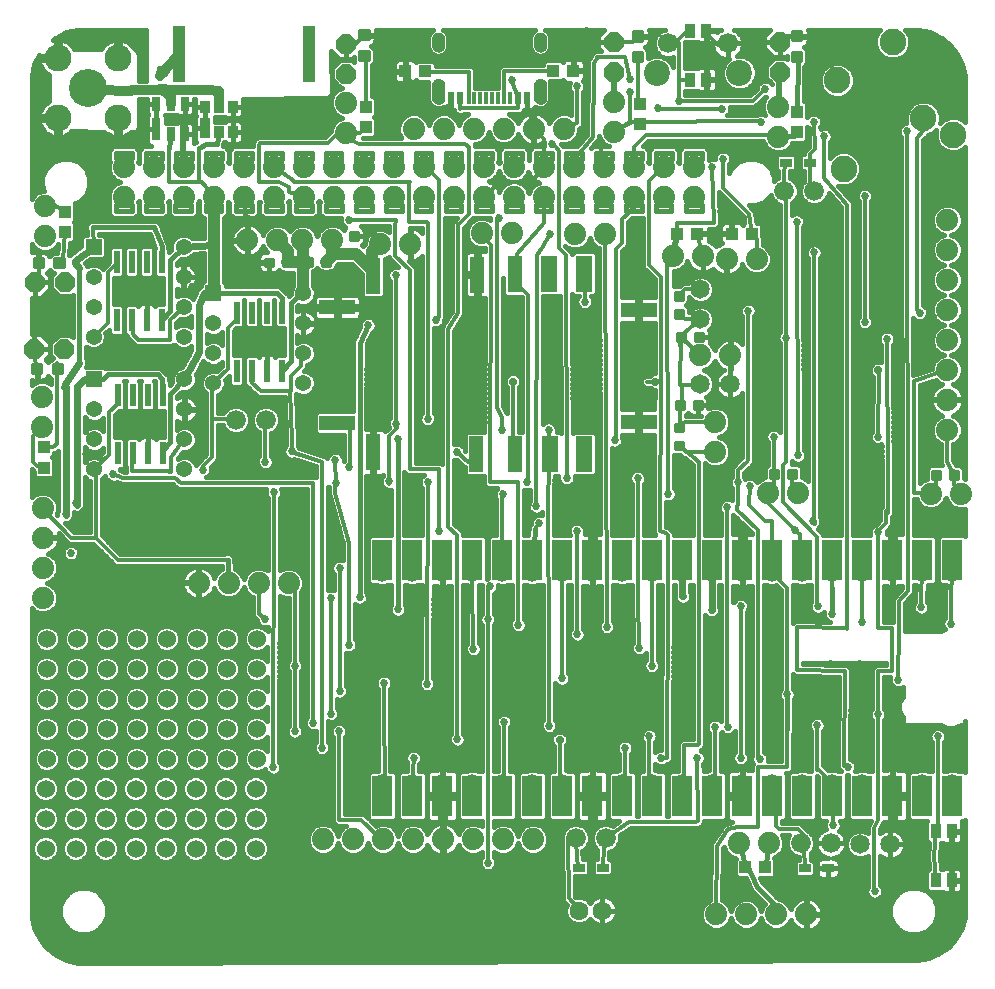
<source format=gtl>
G75*
%MOIN*%
%OFA0B0*%
%FSLAX25Y25*%
%IPPOS*%
%LPD*%
%AMOC8*
5,1,8,0,0,1.08239X$1,22.5*
%
%ADD10C,0.07400*%
%ADD11C,0.01800*%
%ADD12C,0.09000*%
%ADD13C,0.12661*%
%ADD14OC8,0.06600*%
%ADD15R,0.03937X0.04331*%
%ADD16C,0.05906*%
%ADD17R,0.06693X0.13780*%
%ADD18R,0.03543X0.04921*%
%ADD19C,0.06500*%
%ADD20C,0.06600*%
%ADD21R,0.05000X0.12000*%
%ADD22R,0.12000X0.05000*%
%ADD23R,0.05500X0.12000*%
%ADD24R,0.05600X0.12000*%
%ADD25R,0.05400X0.05400*%
%ADD26C,0.05400*%
%ADD27C,0.00875*%
%ADD28C,0.08850*%
%ADD29R,0.01181X0.03937*%
%ADD30R,0.02362X0.03937*%
%ADD31C,0.02975*%
%ADD32C,0.00039*%
%ADD33R,0.02200X0.07800*%
%ADD34R,0.03937X0.03150*%
%ADD35C,0.01181*%
%ADD36R,0.02700X0.07700*%
%ADD37R,0.02700X0.04600*%
%ADD38R,0.03937X0.12992*%
%ADD39R,0.03189X0.06693*%
%ADD40R,0.03189X0.04134*%
%ADD41C,0.06299*%
%ADD42C,0.08661*%
%ADD43C,0.06693*%
%ADD44C,0.01600*%
%ADD45C,0.02700*%
%ADD46C,0.02000*%
%ADD47C,0.01200*%
%ADD48C,0.04000*%
%ADD49C,0.02400*%
%ADD50C,0.03200*%
%ADD51C,0.03000*%
%ADD52OC8,0.02700*%
%ADD53C,0.06000*%
D10*
X0048635Y0126700D03*
X0048635Y0136700D03*
X0048635Y0146700D03*
X0048635Y0156700D03*
X0048335Y0183800D03*
X0048335Y0193800D03*
X0049335Y0247200D03*
X0049335Y0257200D03*
X0075645Y0260336D03*
X0085645Y0260336D03*
X0095645Y0260336D03*
X0105645Y0260336D03*
X0115645Y0260336D03*
X0125645Y0260336D03*
X0135645Y0260336D03*
X0145645Y0260336D03*
X0155645Y0260336D03*
X0165645Y0260336D03*
X0175645Y0260336D03*
X0185645Y0260336D03*
X0195645Y0260336D03*
X0205645Y0260336D03*
X0215645Y0260336D03*
X0225645Y0260336D03*
X0235645Y0260336D03*
X0245645Y0260336D03*
X0255645Y0260336D03*
X0265645Y0260336D03*
X0265645Y0270336D03*
X0255645Y0270336D03*
X0245645Y0270336D03*
X0235645Y0270336D03*
X0225645Y0270336D03*
X0215645Y0270336D03*
X0205645Y0270336D03*
X0195645Y0270336D03*
X0185645Y0270336D03*
X0175645Y0270336D03*
X0165645Y0270336D03*
X0155645Y0270336D03*
X0145645Y0270336D03*
X0135645Y0270336D03*
X0125645Y0270336D03*
X0115645Y0270336D03*
X0105645Y0270336D03*
X0095645Y0270336D03*
X0085645Y0270336D03*
X0075645Y0270336D03*
X0116835Y0245900D03*
X0126835Y0245900D03*
X0135135Y0246000D03*
X0145135Y0246000D03*
X0161135Y0244500D03*
X0171135Y0244500D03*
X0195035Y0248300D03*
X0205035Y0248300D03*
X0226035Y0248000D03*
X0236035Y0248000D03*
X0258635Y0240600D03*
X0268635Y0240600D03*
X0276535Y0239600D03*
X0286535Y0239600D03*
X0277835Y0207500D03*
X0267835Y0207500D03*
X0272735Y0185300D03*
X0272735Y0175300D03*
X0290435Y0161800D03*
X0300435Y0161800D03*
X0344635Y0161400D03*
X0354635Y0161400D03*
X0350135Y0182700D03*
X0350135Y0192700D03*
X0350135Y0202700D03*
X0350135Y0212700D03*
X0350135Y0222700D03*
X0350135Y0232700D03*
X0350135Y0242700D03*
X0350135Y0252700D03*
X0293785Y0280300D03*
X0293785Y0290300D03*
X0238935Y0292100D03*
X0238935Y0282100D03*
X0222235Y0283100D03*
X0212235Y0283100D03*
X0202235Y0283100D03*
X0192235Y0283100D03*
X0182235Y0283100D03*
X0172235Y0283100D03*
X0149735Y0281750D03*
X0149735Y0291750D03*
X0130535Y0131700D03*
X0120535Y0131700D03*
X0110535Y0131700D03*
X0100535Y0131700D03*
X0142035Y0046200D03*
X0152035Y0046200D03*
X0162035Y0046200D03*
X0172035Y0046200D03*
X0182035Y0046200D03*
X0192035Y0046200D03*
X0202035Y0046200D03*
X0212035Y0046200D03*
X0273135Y0021200D03*
X0283135Y0021200D03*
X0293135Y0021200D03*
X0303135Y0021200D03*
X0290635Y0044900D03*
X0280635Y0044900D03*
D11*
X0268345Y0255736D02*
X0263145Y0255736D01*
X0263145Y0257536D01*
X0268345Y0257536D01*
X0268345Y0255736D01*
X0268345Y0257535D02*
X0263145Y0257535D01*
X0258145Y0255736D02*
X0252945Y0255736D01*
X0252945Y0257536D01*
X0258145Y0257536D01*
X0258145Y0255736D01*
X0258145Y0257535D02*
X0252945Y0257535D01*
X0248345Y0255736D02*
X0243145Y0255736D01*
X0243145Y0257536D01*
X0248345Y0257536D01*
X0248345Y0255736D01*
X0248345Y0257535D02*
X0243145Y0257535D01*
X0238145Y0255736D02*
X0232945Y0255736D01*
X0232945Y0257536D01*
X0238145Y0257536D01*
X0238145Y0255736D01*
X0238145Y0257535D02*
X0232945Y0257535D01*
X0228345Y0255736D02*
X0223145Y0255736D01*
X0223145Y0257536D01*
X0228345Y0257536D01*
X0228345Y0255736D01*
X0228345Y0257535D02*
X0223145Y0257535D01*
X0218145Y0255736D02*
X0212945Y0255736D01*
X0212945Y0257536D01*
X0218145Y0257536D01*
X0218145Y0255736D01*
X0218145Y0257535D02*
X0212945Y0257535D01*
X0208345Y0255736D02*
X0203145Y0255736D01*
X0203145Y0257536D01*
X0208345Y0257536D01*
X0208345Y0255736D01*
X0208345Y0257535D02*
X0203145Y0257535D01*
X0198345Y0255736D02*
X0193145Y0255736D01*
X0193145Y0257536D01*
X0198345Y0257536D01*
X0198345Y0255736D01*
X0198345Y0257535D02*
X0193145Y0257535D01*
X0188145Y0255736D02*
X0182945Y0255736D01*
X0182945Y0257536D01*
X0188145Y0257536D01*
X0188145Y0255736D01*
X0188145Y0257535D02*
X0182945Y0257535D01*
X0178145Y0255736D02*
X0172945Y0255736D01*
X0172945Y0257536D01*
X0178145Y0257536D01*
X0178145Y0255736D01*
X0178145Y0257535D02*
X0172945Y0257535D01*
X0168245Y0255736D02*
X0163045Y0255736D01*
X0163045Y0257536D01*
X0168245Y0257536D01*
X0168245Y0255736D01*
X0168245Y0257535D02*
X0163045Y0257535D01*
X0158245Y0255736D02*
X0153045Y0255736D01*
X0153045Y0257536D01*
X0158245Y0257536D01*
X0158245Y0255736D01*
X0158245Y0257535D02*
X0153045Y0257535D01*
X0148345Y0255736D02*
X0143145Y0255736D01*
X0143145Y0257536D01*
X0148345Y0257536D01*
X0148345Y0255736D01*
X0148345Y0257535D02*
X0143145Y0257535D01*
X0138245Y0255736D02*
X0133045Y0255736D01*
X0133045Y0257536D01*
X0138245Y0257536D01*
X0138245Y0255736D01*
X0138245Y0257535D02*
X0133045Y0257535D01*
X0128345Y0255736D02*
X0123145Y0255736D01*
X0123145Y0257536D01*
X0128345Y0257536D01*
X0128345Y0255736D01*
X0128345Y0257535D02*
X0123145Y0257535D01*
X0118345Y0255736D02*
X0113145Y0255736D01*
X0113145Y0257536D01*
X0118345Y0257536D01*
X0118345Y0255736D01*
X0118345Y0257535D02*
X0113145Y0257535D01*
X0108145Y0255736D02*
X0102945Y0255736D01*
X0102945Y0257536D01*
X0108145Y0257536D01*
X0108145Y0255736D01*
X0108145Y0257535D02*
X0102945Y0257535D01*
X0098045Y0255736D02*
X0092845Y0255736D01*
X0092845Y0257536D01*
X0098045Y0257536D01*
X0098045Y0255736D01*
X0098045Y0257535D02*
X0092845Y0257535D01*
X0088245Y0255736D02*
X0083045Y0255736D01*
X0083045Y0257536D01*
X0088245Y0257536D01*
X0088245Y0255736D01*
X0088245Y0257535D02*
X0083045Y0257535D01*
X0078245Y0255736D02*
X0073045Y0255736D01*
X0073045Y0257536D01*
X0078245Y0257536D01*
X0078245Y0255736D01*
X0078245Y0257535D02*
X0073045Y0257535D01*
X0073095Y0273186D02*
X0078295Y0273186D01*
X0073095Y0273186D02*
X0073095Y0274986D01*
X0078295Y0274986D01*
X0078295Y0273186D01*
X0078295Y0274985D02*
X0073095Y0274985D01*
X0083045Y0273136D02*
X0088245Y0273136D01*
X0083045Y0273136D02*
X0083045Y0274936D01*
X0088245Y0274936D01*
X0088245Y0273136D01*
X0088245Y0274935D02*
X0083045Y0274935D01*
X0093045Y0273136D02*
X0098245Y0273136D01*
X0093045Y0273136D02*
X0093045Y0274936D01*
X0098245Y0274936D01*
X0098245Y0273136D01*
X0098245Y0274935D02*
X0093045Y0274935D01*
X0103145Y0273136D02*
X0108345Y0273136D01*
X0103145Y0273136D02*
X0103145Y0274936D01*
X0108345Y0274936D01*
X0108345Y0273136D01*
X0108345Y0274935D02*
X0103145Y0274935D01*
X0113045Y0273136D02*
X0118245Y0273136D01*
X0113045Y0273136D02*
X0113045Y0274936D01*
X0118245Y0274936D01*
X0118245Y0273136D01*
X0118245Y0274935D02*
X0113045Y0274935D01*
X0123045Y0273136D02*
X0128245Y0273136D01*
X0123045Y0273136D02*
X0123045Y0274936D01*
X0128245Y0274936D01*
X0128245Y0273136D01*
X0128245Y0274935D02*
X0123045Y0274935D01*
X0133045Y0273136D02*
X0138245Y0273136D01*
X0133045Y0273136D02*
X0133045Y0274936D01*
X0138245Y0274936D01*
X0138245Y0273136D01*
X0138245Y0274935D02*
X0133045Y0274935D01*
X0142945Y0273136D02*
X0148145Y0273136D01*
X0142945Y0273136D02*
X0142945Y0274936D01*
X0148145Y0274936D01*
X0148145Y0273136D01*
X0148145Y0274935D02*
X0142945Y0274935D01*
X0153145Y0273136D02*
X0158345Y0273136D01*
X0153145Y0273136D02*
X0153145Y0274936D01*
X0158345Y0274936D01*
X0158345Y0273136D01*
X0158345Y0274935D02*
X0153145Y0274935D01*
X0162945Y0273136D02*
X0168145Y0273136D01*
X0162945Y0273136D02*
X0162945Y0274936D01*
X0168145Y0274936D01*
X0168145Y0273136D01*
X0168145Y0274935D02*
X0162945Y0274935D01*
X0172945Y0273136D02*
X0178145Y0273136D01*
X0172945Y0273136D02*
X0172945Y0274936D01*
X0178145Y0274936D01*
X0178145Y0273136D01*
X0178145Y0274935D02*
X0172945Y0274935D01*
X0182945Y0273136D02*
X0188145Y0273136D01*
X0182945Y0273136D02*
X0182945Y0274936D01*
X0188145Y0274936D01*
X0188145Y0273136D01*
X0188145Y0274935D02*
X0182945Y0274935D01*
X0193145Y0273136D02*
X0198345Y0273136D01*
X0193145Y0273136D02*
X0193145Y0274936D01*
X0198345Y0274936D01*
X0198345Y0273136D01*
X0198345Y0274935D02*
X0193145Y0274935D01*
X0203145Y0273136D02*
X0208345Y0273136D01*
X0203145Y0273136D02*
X0203145Y0274936D01*
X0208345Y0274936D01*
X0208345Y0273136D01*
X0208345Y0274935D02*
X0203145Y0274935D01*
X0213045Y0273136D02*
X0218245Y0273136D01*
X0213045Y0273136D02*
X0213045Y0274936D01*
X0218245Y0274936D01*
X0218245Y0273136D01*
X0218245Y0274935D02*
X0213045Y0274935D01*
X0223045Y0273136D02*
X0228245Y0273136D01*
X0223045Y0273136D02*
X0223045Y0274936D01*
X0228245Y0274936D01*
X0228245Y0273136D01*
X0228245Y0274935D02*
X0223045Y0274935D01*
X0233045Y0273136D02*
X0238245Y0273136D01*
X0233045Y0273136D02*
X0233045Y0274936D01*
X0238245Y0274936D01*
X0238245Y0273136D01*
X0238245Y0274935D02*
X0233045Y0274935D01*
X0243145Y0273136D02*
X0248345Y0273136D01*
X0243145Y0273136D02*
X0243145Y0274936D01*
X0248345Y0274936D01*
X0248345Y0273136D01*
X0248345Y0274935D02*
X0243145Y0274935D01*
X0253045Y0273136D02*
X0258245Y0273136D01*
X0253045Y0273136D02*
X0253045Y0274936D01*
X0258245Y0274936D01*
X0258245Y0273136D01*
X0258245Y0274935D02*
X0253045Y0274935D01*
X0263045Y0273136D02*
X0268245Y0273136D01*
X0263045Y0273136D02*
X0263045Y0274936D01*
X0268245Y0274936D01*
X0268245Y0273136D01*
X0268245Y0274935D02*
X0263045Y0274935D01*
D12*
X0073627Y0286607D03*
X0073627Y0306607D03*
X0053627Y0306607D03*
X0053627Y0286607D03*
D13*
X0063627Y0296607D03*
D14*
X0056035Y0231900D03*
X0046035Y0231900D03*
X0045835Y0209700D03*
X0055835Y0209700D03*
X0149635Y0301450D03*
X0149635Y0311450D03*
X0238885Y0312000D03*
X0238885Y0302000D03*
X0294235Y0302100D03*
X0294235Y0312100D03*
D15*
X0300135Y0288746D03*
X0300135Y0282054D03*
X0284981Y0248100D03*
X0278288Y0248100D03*
X0266781Y0248100D03*
X0260088Y0248100D03*
X0247635Y0284754D03*
X0247635Y0291446D03*
X0225481Y0302400D03*
X0218788Y0302400D03*
X0176181Y0302200D03*
X0169488Y0302200D03*
X0156335Y0290346D03*
X0156335Y0283654D03*
X0056135Y0255346D03*
X0056135Y0248654D03*
X0049035Y0176846D03*
X0049035Y0170154D03*
X0282788Y0036900D03*
X0289481Y0036900D03*
D16*
X0291835Y0065000D03*
X0281835Y0065000D03*
X0271835Y0065000D03*
X0261835Y0065000D03*
X0251835Y0065000D03*
X0241835Y0065000D03*
X0231835Y0065000D03*
X0221835Y0065000D03*
X0211835Y0065000D03*
X0201835Y0065000D03*
X0191835Y0065000D03*
X0181835Y0065000D03*
X0171835Y0065000D03*
X0161835Y0065000D03*
X0161835Y0135000D03*
X0171835Y0135000D03*
X0181835Y0135000D03*
X0191835Y0135000D03*
X0201835Y0135000D03*
X0211835Y0135000D03*
X0221835Y0135000D03*
X0231835Y0135000D03*
X0241835Y0135000D03*
X0251835Y0135000D03*
X0261835Y0135000D03*
X0271835Y0135000D03*
X0281835Y0135000D03*
X0291835Y0135000D03*
X0301835Y0135000D03*
X0311835Y0135000D03*
X0321835Y0135000D03*
X0331835Y0135000D03*
X0341835Y0135000D03*
X0351835Y0135000D03*
X0351835Y0065000D03*
X0341835Y0065000D03*
X0331835Y0065000D03*
X0321835Y0065000D03*
X0311835Y0065000D03*
X0301835Y0065000D03*
D17*
X0301835Y0060630D03*
X0311835Y0060630D03*
X0321835Y0060630D03*
X0331835Y0060630D03*
X0341835Y0060630D03*
X0351835Y0060630D03*
X0291835Y0060630D03*
X0281835Y0060630D03*
X0271835Y0060630D03*
X0261835Y0060630D03*
X0251835Y0060630D03*
X0241835Y0060630D03*
X0231835Y0060630D03*
X0221835Y0060630D03*
X0211835Y0060630D03*
X0201835Y0060630D03*
X0191835Y0060630D03*
X0181835Y0060630D03*
X0171835Y0060630D03*
X0161835Y0060630D03*
X0161835Y0139370D03*
X0171835Y0139370D03*
X0181835Y0139370D03*
X0191835Y0139370D03*
X0201835Y0139370D03*
X0211835Y0139370D03*
X0221835Y0139370D03*
X0231835Y0139370D03*
X0241835Y0139370D03*
X0251835Y0139370D03*
X0261835Y0139370D03*
X0271835Y0139370D03*
X0281835Y0139370D03*
X0291835Y0139370D03*
X0301835Y0139370D03*
X0311835Y0139370D03*
X0321835Y0139370D03*
X0331835Y0139370D03*
X0341835Y0139370D03*
X0351835Y0139370D03*
D18*
X0351597Y0048866D03*
X0346243Y0048866D03*
X0346282Y0032528D03*
X0351597Y0032528D03*
X0269797Y0299428D03*
X0264482Y0299428D03*
X0264443Y0315766D03*
X0269797Y0315766D03*
D19*
X0267835Y0229500D03*
X0267835Y0219500D03*
X0267835Y0198000D03*
X0277835Y0198000D03*
X0321035Y0044500D03*
X0331035Y0044500D03*
D20*
X0311235Y0044900D03*
X0301235Y0044900D03*
X0236235Y0046600D03*
X0226235Y0046600D03*
X0122935Y0186100D03*
X0112935Y0186100D03*
X0295835Y0262300D03*
X0305835Y0262300D03*
D21*
X0206004Y0234551D03*
X0193504Y0234441D03*
X0158788Y0234008D03*
X0158669Y0175205D03*
X0193189Y0174705D03*
X0206009Y0174705D03*
D22*
X0247268Y0185205D03*
X0247287Y0222705D03*
X0146768Y0223508D03*
X0146748Y0185008D03*
D23*
X0217528Y0174705D03*
X0229048Y0174705D03*
X0217504Y0234661D03*
D24*
X0229004Y0234772D03*
D25*
X0105435Y0228200D03*
X0065535Y0243700D03*
X0065835Y0199500D03*
D26*
X0065835Y0189500D03*
X0065835Y0179500D03*
X0065835Y0169500D03*
X0095835Y0169500D03*
X0095835Y0179500D03*
X0095835Y0189500D03*
X0095835Y0199500D03*
X0105435Y0198200D03*
X0105435Y0208200D03*
X0105435Y0218200D03*
X0095535Y0213700D03*
X0095535Y0223700D03*
X0095535Y0233700D03*
X0095535Y0243700D03*
X0065535Y0233700D03*
X0065535Y0223700D03*
X0065535Y0213700D03*
X0135435Y0218200D03*
X0135435Y0208200D03*
X0135435Y0198200D03*
X0135435Y0228200D03*
D27*
X0135822Y0240113D02*
X0138448Y0240113D01*
X0138448Y0237487D01*
X0135822Y0237487D01*
X0135822Y0240113D01*
X0135822Y0238361D02*
X0138448Y0238361D01*
X0138448Y0239235D02*
X0135822Y0239235D01*
X0135822Y0240109D02*
X0138448Y0240109D01*
X0141822Y0240113D02*
X0144448Y0240113D01*
X0144448Y0237487D01*
X0141822Y0237487D01*
X0141822Y0240113D01*
X0141822Y0238361D02*
X0144448Y0238361D01*
X0144448Y0239235D02*
X0141822Y0239235D01*
X0141822Y0240109D02*
X0144448Y0240109D01*
X0151022Y0239987D02*
X0151022Y0242613D01*
X0153648Y0242613D01*
X0153648Y0239987D01*
X0151022Y0239987D01*
X0151022Y0240861D02*
X0153648Y0240861D01*
X0153648Y0241735D02*
X0151022Y0241735D01*
X0151022Y0242609D02*
X0153648Y0242609D01*
X0151022Y0245987D02*
X0151022Y0248613D01*
X0153648Y0248613D01*
X0153648Y0245987D01*
X0151022Y0245987D01*
X0151022Y0246861D02*
X0153648Y0246861D01*
X0153648Y0247735D02*
X0151022Y0247735D01*
X0151022Y0248609D02*
X0153648Y0248609D01*
X0131348Y0237187D02*
X0128722Y0237187D01*
X0128722Y0239813D01*
X0131348Y0239813D01*
X0131348Y0237187D01*
X0131348Y0238061D02*
X0128722Y0238061D01*
X0128722Y0238935D02*
X0131348Y0238935D01*
X0131348Y0239809D02*
X0128722Y0239809D01*
X0125348Y0237187D02*
X0122722Y0237187D01*
X0122722Y0239813D01*
X0125348Y0239813D01*
X0125348Y0237187D01*
X0125348Y0238061D02*
X0122722Y0238061D01*
X0122722Y0238935D02*
X0125348Y0238935D01*
X0125348Y0239809D02*
X0122722Y0239809D01*
X0087022Y0295087D02*
X0087022Y0297713D01*
X0089648Y0297713D01*
X0089648Y0295087D01*
X0087022Y0295087D01*
X0087022Y0295961D02*
X0089648Y0295961D01*
X0089648Y0296835D02*
X0087022Y0296835D01*
X0087022Y0297709D02*
X0089648Y0297709D01*
X0087022Y0301087D02*
X0087022Y0303713D01*
X0089648Y0303713D01*
X0089648Y0301087D01*
X0087022Y0301087D01*
X0087022Y0301961D02*
X0089648Y0301961D01*
X0089648Y0302835D02*
X0087022Y0302835D01*
X0087022Y0303709D02*
X0089648Y0303709D01*
X0259422Y0228713D02*
X0259422Y0226087D01*
X0259422Y0228713D02*
X0262048Y0228713D01*
X0262048Y0226087D01*
X0259422Y0226087D01*
X0259422Y0226961D02*
X0262048Y0226961D01*
X0262048Y0227835D02*
X0259422Y0227835D01*
X0259422Y0228709D02*
X0262048Y0228709D01*
X0259422Y0222713D02*
X0259422Y0220087D01*
X0259422Y0222713D02*
X0262048Y0222713D01*
X0262048Y0220087D01*
X0259422Y0220087D01*
X0259422Y0220961D02*
X0262048Y0220961D01*
X0262048Y0221835D02*
X0259422Y0221835D01*
X0259422Y0222709D02*
X0262048Y0222709D01*
X0262748Y0212387D02*
X0260122Y0212387D01*
X0260122Y0215013D01*
X0262748Y0215013D01*
X0262748Y0212387D01*
X0262748Y0213261D02*
X0260122Y0213261D01*
X0260122Y0214135D02*
X0262748Y0214135D01*
X0262748Y0215009D02*
X0260122Y0215009D01*
X0266122Y0212387D02*
X0268748Y0212387D01*
X0266122Y0212387D02*
X0266122Y0215013D01*
X0268748Y0215013D01*
X0268748Y0212387D01*
X0268748Y0213261D02*
X0266122Y0213261D01*
X0266122Y0214135D02*
X0268748Y0214135D01*
X0268748Y0215009D02*
X0266122Y0215009D01*
X0265622Y0192213D02*
X0268248Y0192213D01*
X0268248Y0189587D01*
X0265622Y0189587D01*
X0265622Y0192213D01*
X0265622Y0190461D02*
X0268248Y0190461D01*
X0268248Y0191335D02*
X0265622Y0191335D01*
X0265622Y0192209D02*
X0268248Y0192209D01*
X0262248Y0192213D02*
X0259622Y0192213D01*
X0262248Y0192213D02*
X0262248Y0189587D01*
X0259622Y0189587D01*
X0259622Y0192213D01*
X0259622Y0190461D02*
X0262248Y0190461D01*
X0262248Y0191335D02*
X0259622Y0191335D01*
X0259622Y0192209D02*
X0262248Y0192209D01*
X0259422Y0184813D02*
X0259422Y0182187D01*
X0259422Y0184813D02*
X0262048Y0184813D01*
X0262048Y0182187D01*
X0259422Y0182187D01*
X0259422Y0183061D02*
X0262048Y0183061D01*
X0262048Y0183935D02*
X0259422Y0183935D01*
X0259422Y0184809D02*
X0262048Y0184809D01*
X0259422Y0178813D02*
X0259422Y0176187D01*
X0259422Y0178813D02*
X0262048Y0178813D01*
X0262048Y0176187D01*
X0259422Y0176187D01*
X0259422Y0177061D02*
X0262048Y0177061D01*
X0262048Y0177935D02*
X0259422Y0177935D01*
X0259422Y0178809D02*
X0262048Y0178809D01*
X0291122Y0166787D02*
X0293748Y0166787D01*
X0291122Y0166787D02*
X0291122Y0169413D01*
X0293748Y0169413D01*
X0293748Y0166787D01*
X0293748Y0167661D02*
X0291122Y0167661D01*
X0291122Y0168535D02*
X0293748Y0168535D01*
X0293748Y0169409D02*
X0291122Y0169409D01*
X0297122Y0166787D02*
X0299748Y0166787D01*
X0297122Y0166787D02*
X0297122Y0169413D01*
X0299748Y0169413D01*
X0299748Y0166787D01*
X0299748Y0167661D02*
X0297122Y0167661D01*
X0297122Y0168535D02*
X0299748Y0168535D01*
X0299748Y0169409D02*
X0297122Y0169409D01*
X0345122Y0166387D02*
X0347748Y0166387D01*
X0345122Y0166387D02*
X0345122Y0169013D01*
X0347748Y0169013D01*
X0347748Y0166387D01*
X0347748Y0167261D02*
X0345122Y0167261D01*
X0345122Y0168135D02*
X0347748Y0168135D01*
X0347748Y0169009D02*
X0345122Y0169009D01*
X0351122Y0166387D02*
X0353748Y0166387D01*
X0351122Y0166387D02*
X0351122Y0169013D01*
X0353748Y0169013D01*
X0353748Y0166387D01*
X0353748Y0167261D02*
X0351122Y0167261D01*
X0351122Y0168135D02*
X0353748Y0168135D01*
X0353748Y0169009D02*
X0351122Y0169009D01*
D28*
X0315535Y0269700D03*
X0342135Y0286600D03*
X0352035Y0281100D03*
X0331935Y0312000D03*
X0313435Y0299200D03*
D29*
X0204325Y0293239D03*
X0202356Y0293239D03*
X0200387Y0293239D03*
X0198419Y0293239D03*
X0196450Y0293239D03*
X0194482Y0293239D03*
X0192513Y0293239D03*
X0190545Y0293239D03*
D30*
X0187789Y0293239D03*
X0184738Y0293239D03*
X0207080Y0293239D03*
X0210132Y0293239D03*
D31*
X0214435Y0294015D02*
X0214435Y0296990D01*
X0214435Y0310472D02*
X0214435Y0313446D01*
X0180435Y0313446D02*
X0180435Y0310472D01*
X0180435Y0296990D02*
X0180435Y0294015D01*
D32*
X0182403Y0294029D02*
X0178466Y0294029D01*
X0178466Y0293991D02*
X0182403Y0293991D01*
X0182403Y0293953D02*
X0178466Y0293953D01*
X0178466Y0293915D02*
X0182403Y0293915D01*
X0182403Y0293878D02*
X0178466Y0293878D01*
X0178466Y0293840D02*
X0182403Y0293840D01*
X0182403Y0293802D02*
X0178466Y0293802D01*
X0178466Y0293764D02*
X0182403Y0293764D01*
X0182403Y0293726D02*
X0178466Y0293726D01*
X0178466Y0293688D02*
X0182403Y0293688D01*
X0182403Y0293650D02*
X0178466Y0293650D01*
X0178466Y0293612D02*
X0182403Y0293612D01*
X0182403Y0293575D02*
X0178466Y0293575D01*
X0178466Y0293537D02*
X0182403Y0293537D01*
X0182403Y0293499D02*
X0178466Y0293499D01*
X0178466Y0293461D02*
X0182403Y0293461D01*
X0182403Y0293423D02*
X0178466Y0293423D01*
X0178466Y0293385D02*
X0182403Y0293385D01*
X0182403Y0293347D02*
X0178466Y0293347D01*
X0178466Y0293337D02*
X0178516Y0292899D01*
X0178661Y0292483D01*
X0178896Y0292110D01*
X0179207Y0291798D01*
X0179581Y0291563D01*
X0179997Y0291418D01*
X0180435Y0291369D01*
X0180873Y0291418D01*
X0181289Y0291563D01*
X0181662Y0291798D01*
X0181974Y0292110D01*
X0182208Y0292483D01*
X0182354Y0292899D01*
X0182403Y0293337D01*
X0182403Y0297668D01*
X0182354Y0298106D01*
X0182208Y0298522D01*
X0181974Y0298895D01*
X0181662Y0299207D01*
X0181289Y0299441D01*
X0180873Y0299587D01*
X0180435Y0299636D01*
X0179997Y0299587D01*
X0179581Y0299441D01*
X0179207Y0299207D01*
X0178896Y0298895D01*
X0178661Y0298522D01*
X0178516Y0298106D01*
X0178466Y0297668D01*
X0178466Y0293337D01*
X0178469Y0293309D02*
X0182400Y0293309D01*
X0182396Y0293272D02*
X0178474Y0293272D01*
X0178478Y0293234D02*
X0182392Y0293234D01*
X0182387Y0293196D02*
X0178482Y0293196D01*
X0178486Y0293158D02*
X0182383Y0293158D01*
X0182379Y0293120D02*
X0178491Y0293120D01*
X0178495Y0293082D02*
X0182375Y0293082D01*
X0182370Y0293044D02*
X0178499Y0293044D01*
X0178504Y0293006D02*
X0182366Y0293006D01*
X0182362Y0292968D02*
X0178508Y0292968D01*
X0178512Y0292931D02*
X0182357Y0292931D01*
X0182352Y0292893D02*
X0178518Y0292893D01*
X0178531Y0292855D02*
X0182338Y0292855D01*
X0182325Y0292817D02*
X0178544Y0292817D01*
X0178558Y0292779D02*
X0182312Y0292779D01*
X0182299Y0292741D02*
X0178571Y0292741D01*
X0178584Y0292703D02*
X0182285Y0292703D01*
X0182272Y0292665D02*
X0178597Y0292665D01*
X0178611Y0292628D02*
X0182259Y0292628D01*
X0182246Y0292590D02*
X0178624Y0292590D01*
X0178637Y0292552D02*
X0182232Y0292552D01*
X0182219Y0292514D02*
X0178650Y0292514D01*
X0178666Y0292476D02*
X0182204Y0292476D01*
X0182180Y0292438D02*
X0178689Y0292438D01*
X0178713Y0292400D02*
X0182156Y0292400D01*
X0182133Y0292362D02*
X0178737Y0292362D01*
X0178761Y0292324D02*
X0182109Y0292324D01*
X0182085Y0292287D02*
X0178785Y0292287D01*
X0178808Y0292249D02*
X0182061Y0292249D01*
X0182037Y0292211D02*
X0178832Y0292211D01*
X0178856Y0292173D02*
X0182014Y0292173D01*
X0181990Y0292135D02*
X0178880Y0292135D01*
X0178908Y0292097D02*
X0181961Y0292097D01*
X0181923Y0292059D02*
X0178946Y0292059D01*
X0178984Y0292021D02*
X0181886Y0292021D01*
X0181848Y0291984D02*
X0179022Y0291984D01*
X0179060Y0291946D02*
X0181810Y0291946D01*
X0181772Y0291908D02*
X0179098Y0291908D01*
X0179135Y0291870D02*
X0181734Y0291870D01*
X0181696Y0291832D02*
X0179173Y0291832D01*
X0179214Y0291794D02*
X0181656Y0291794D01*
X0181596Y0291756D02*
X0179274Y0291756D01*
X0179334Y0291718D02*
X0181535Y0291718D01*
X0181475Y0291680D02*
X0179394Y0291680D01*
X0179455Y0291643D02*
X0181415Y0291643D01*
X0181355Y0291605D02*
X0179515Y0291605D01*
X0179575Y0291567D02*
X0181294Y0291567D01*
X0181190Y0291529D02*
X0179679Y0291529D01*
X0179787Y0291491D02*
X0181082Y0291491D01*
X0180974Y0291453D02*
X0179896Y0291453D01*
X0180019Y0291415D02*
X0180850Y0291415D01*
X0180514Y0291377D02*
X0180355Y0291377D01*
X0178466Y0294067D02*
X0182403Y0294067D01*
X0182403Y0294105D02*
X0178466Y0294105D01*
X0178466Y0294143D02*
X0182403Y0294143D01*
X0182403Y0294181D02*
X0178466Y0294181D01*
X0178466Y0294219D02*
X0182403Y0294219D01*
X0182403Y0294256D02*
X0178466Y0294256D01*
X0178466Y0294294D02*
X0182403Y0294294D01*
X0182403Y0294332D02*
X0178466Y0294332D01*
X0178466Y0294370D02*
X0182403Y0294370D01*
X0182403Y0294408D02*
X0178466Y0294408D01*
X0178466Y0294446D02*
X0182403Y0294446D01*
X0182403Y0294484D02*
X0178466Y0294484D01*
X0178466Y0294522D02*
X0182403Y0294522D01*
X0182403Y0294559D02*
X0178466Y0294559D01*
X0178466Y0294597D02*
X0182403Y0294597D01*
X0182403Y0294635D02*
X0178466Y0294635D01*
X0178466Y0294673D02*
X0182403Y0294673D01*
X0182403Y0294711D02*
X0178466Y0294711D01*
X0178466Y0294749D02*
X0182403Y0294749D01*
X0182403Y0294787D02*
X0178466Y0294787D01*
X0178466Y0294825D02*
X0182403Y0294825D01*
X0182403Y0294863D02*
X0178466Y0294863D01*
X0178466Y0294900D02*
X0182403Y0294900D01*
X0182403Y0294938D02*
X0178466Y0294938D01*
X0178466Y0294976D02*
X0182403Y0294976D01*
X0182403Y0295014D02*
X0178466Y0295014D01*
X0178466Y0295052D02*
X0182403Y0295052D01*
X0182403Y0295090D02*
X0178466Y0295090D01*
X0178466Y0295128D02*
X0182403Y0295128D01*
X0182403Y0295166D02*
X0178466Y0295166D01*
X0178466Y0295203D02*
X0182403Y0295203D01*
X0182403Y0295241D02*
X0178466Y0295241D01*
X0178466Y0295279D02*
X0182403Y0295279D01*
X0182403Y0295317D02*
X0178466Y0295317D01*
X0178466Y0295355D02*
X0182403Y0295355D01*
X0182403Y0295393D02*
X0178466Y0295393D01*
X0178466Y0295431D02*
X0182403Y0295431D01*
X0182403Y0295469D02*
X0178466Y0295469D01*
X0178466Y0295507D02*
X0182403Y0295507D01*
X0182403Y0295544D02*
X0178466Y0295544D01*
X0178466Y0295582D02*
X0182403Y0295582D01*
X0182403Y0295620D02*
X0178466Y0295620D01*
X0178466Y0295658D02*
X0182403Y0295658D01*
X0182403Y0295696D02*
X0178466Y0295696D01*
X0178466Y0295734D02*
X0182403Y0295734D01*
X0182403Y0295772D02*
X0178466Y0295772D01*
X0178466Y0295810D02*
X0182403Y0295810D01*
X0182403Y0295847D02*
X0178466Y0295847D01*
X0178466Y0295885D02*
X0182403Y0295885D01*
X0182403Y0295923D02*
X0178466Y0295923D01*
X0178466Y0295961D02*
X0182403Y0295961D01*
X0182403Y0295999D02*
X0178466Y0295999D01*
X0178466Y0296037D02*
X0182403Y0296037D01*
X0182403Y0296075D02*
X0178466Y0296075D01*
X0178466Y0296113D02*
X0182403Y0296113D01*
X0182403Y0296150D02*
X0178466Y0296150D01*
X0178466Y0296188D02*
X0182403Y0296188D01*
X0182403Y0296226D02*
X0178466Y0296226D01*
X0178466Y0296264D02*
X0182403Y0296264D01*
X0182403Y0296302D02*
X0178466Y0296302D01*
X0178466Y0296340D02*
X0182403Y0296340D01*
X0182403Y0296378D02*
X0178466Y0296378D01*
X0178466Y0296416D02*
X0182403Y0296416D01*
X0182403Y0296454D02*
X0178466Y0296454D01*
X0178466Y0296491D02*
X0182403Y0296491D01*
X0182403Y0296529D02*
X0178466Y0296529D01*
X0178466Y0296567D02*
X0182403Y0296567D01*
X0182403Y0296605D02*
X0178466Y0296605D01*
X0178466Y0296643D02*
X0182403Y0296643D01*
X0182403Y0296681D02*
X0178466Y0296681D01*
X0178466Y0296719D02*
X0182403Y0296719D01*
X0182403Y0296757D02*
X0178466Y0296757D01*
X0178466Y0296794D02*
X0182403Y0296794D01*
X0182403Y0296832D02*
X0178466Y0296832D01*
X0178466Y0296870D02*
X0182403Y0296870D01*
X0182403Y0296908D02*
X0178466Y0296908D01*
X0178466Y0296946D02*
X0182403Y0296946D01*
X0182403Y0296984D02*
X0178466Y0296984D01*
X0178466Y0297022D02*
X0182403Y0297022D01*
X0182403Y0297060D02*
X0178466Y0297060D01*
X0178466Y0297098D02*
X0182403Y0297098D01*
X0182403Y0297135D02*
X0178466Y0297135D01*
X0178466Y0297173D02*
X0182403Y0297173D01*
X0182403Y0297211D02*
X0178466Y0297211D01*
X0178466Y0297249D02*
X0182403Y0297249D01*
X0182403Y0297287D02*
X0178466Y0297287D01*
X0178466Y0297325D02*
X0182403Y0297325D01*
X0182403Y0297363D02*
X0178466Y0297363D01*
X0178466Y0297401D02*
X0182403Y0297401D01*
X0182403Y0297438D02*
X0178466Y0297438D01*
X0178466Y0297476D02*
X0182403Y0297476D01*
X0182403Y0297514D02*
X0178466Y0297514D01*
X0178466Y0297552D02*
X0182403Y0297552D01*
X0182403Y0297590D02*
X0178466Y0297590D01*
X0178466Y0297628D02*
X0182403Y0297628D01*
X0182403Y0297666D02*
X0178466Y0297666D01*
X0178470Y0297704D02*
X0182399Y0297704D01*
X0182395Y0297742D02*
X0178475Y0297742D01*
X0178479Y0297779D02*
X0182391Y0297779D01*
X0182386Y0297817D02*
X0178483Y0297817D01*
X0178487Y0297855D02*
X0182382Y0297855D01*
X0182378Y0297893D02*
X0178492Y0297893D01*
X0178496Y0297931D02*
X0182374Y0297931D01*
X0182369Y0297969D02*
X0178500Y0297969D01*
X0178504Y0298007D02*
X0182365Y0298007D01*
X0182361Y0298045D02*
X0178509Y0298045D01*
X0178513Y0298082D02*
X0182357Y0298082D01*
X0182349Y0298120D02*
X0178521Y0298120D01*
X0178534Y0298158D02*
X0182336Y0298158D01*
X0182322Y0298196D02*
X0178547Y0298196D01*
X0178560Y0298234D02*
X0182309Y0298234D01*
X0182296Y0298272D02*
X0178574Y0298272D01*
X0178587Y0298310D02*
X0182283Y0298310D01*
X0182269Y0298348D02*
X0178600Y0298348D01*
X0178613Y0298385D02*
X0182256Y0298385D01*
X0182243Y0298423D02*
X0178627Y0298423D01*
X0178640Y0298461D02*
X0182229Y0298461D01*
X0182216Y0298499D02*
X0178653Y0298499D01*
X0178671Y0298537D02*
X0182199Y0298537D01*
X0182175Y0298575D02*
X0178695Y0298575D01*
X0178718Y0298613D02*
X0182151Y0298613D01*
X0182127Y0298651D02*
X0178742Y0298651D01*
X0178766Y0298689D02*
X0182104Y0298689D01*
X0182080Y0298726D02*
X0178790Y0298726D01*
X0178814Y0298764D02*
X0182056Y0298764D01*
X0182032Y0298802D02*
X0178837Y0298802D01*
X0178861Y0298840D02*
X0182008Y0298840D01*
X0181985Y0298878D02*
X0178885Y0298878D01*
X0178916Y0298916D02*
X0181953Y0298916D01*
X0181915Y0298954D02*
X0178954Y0298954D01*
X0178992Y0298992D02*
X0181877Y0298992D01*
X0181839Y0299029D02*
X0179030Y0299029D01*
X0179068Y0299067D02*
X0181801Y0299067D01*
X0181764Y0299105D02*
X0179106Y0299105D01*
X0179144Y0299143D02*
X0181726Y0299143D01*
X0181688Y0299181D02*
X0179182Y0299181D01*
X0179227Y0299219D02*
X0181643Y0299219D01*
X0181582Y0299257D02*
X0179287Y0299257D01*
X0179347Y0299295D02*
X0181522Y0299295D01*
X0181462Y0299333D02*
X0179408Y0299333D01*
X0179468Y0299370D02*
X0181402Y0299370D01*
X0181341Y0299408D02*
X0179528Y0299408D01*
X0179595Y0299446D02*
X0181275Y0299446D01*
X0181167Y0299484D02*
X0179703Y0299484D01*
X0179811Y0299522D02*
X0181058Y0299522D01*
X0180950Y0299560D02*
X0179919Y0299560D01*
X0180093Y0299598D02*
X0180777Y0299598D01*
X0180440Y0299636D02*
X0180429Y0299636D01*
X0180435Y0308809D02*
X0179997Y0308859D01*
X0179581Y0309004D01*
X0179207Y0309239D01*
X0178896Y0309551D01*
X0178661Y0309924D01*
X0178516Y0310340D01*
X0178466Y0310778D01*
X0178466Y0313140D01*
X0178516Y0313578D01*
X0178661Y0313994D01*
X0178896Y0314367D01*
X0179207Y0314679D01*
X0179581Y0314914D01*
X0179997Y0315059D01*
X0180435Y0315109D01*
X0180873Y0315059D01*
X0181289Y0314914D01*
X0181662Y0314679D01*
X0181974Y0314367D01*
X0182208Y0313994D01*
X0182354Y0313578D01*
X0182403Y0313140D01*
X0182403Y0310778D01*
X0182354Y0310340D01*
X0182208Y0309924D01*
X0181974Y0309551D01*
X0181662Y0309239D01*
X0181289Y0309004D01*
X0180873Y0308859D01*
X0180435Y0308809D01*
X0180157Y0308841D02*
X0180713Y0308841D01*
X0180929Y0308879D02*
X0179940Y0308879D01*
X0179832Y0308917D02*
X0181038Y0308917D01*
X0181146Y0308954D02*
X0179724Y0308954D01*
X0179615Y0308992D02*
X0181254Y0308992D01*
X0181330Y0309030D02*
X0179540Y0309030D01*
X0179479Y0309068D02*
X0181390Y0309068D01*
X0181450Y0309106D02*
X0179419Y0309106D01*
X0179359Y0309144D02*
X0181511Y0309144D01*
X0181571Y0309182D02*
X0179298Y0309182D01*
X0179238Y0309220D02*
X0181631Y0309220D01*
X0181681Y0309257D02*
X0179189Y0309257D01*
X0179151Y0309295D02*
X0181719Y0309295D01*
X0181756Y0309333D02*
X0179113Y0309333D01*
X0179075Y0309371D02*
X0181794Y0309371D01*
X0181832Y0309409D02*
X0179037Y0309409D01*
X0178999Y0309447D02*
X0181870Y0309447D01*
X0181908Y0309485D02*
X0178962Y0309485D01*
X0178924Y0309523D02*
X0181946Y0309523D01*
X0181980Y0309561D02*
X0178889Y0309561D01*
X0178866Y0309598D02*
X0182004Y0309598D01*
X0182028Y0309636D02*
X0178842Y0309636D01*
X0178818Y0309674D02*
X0182051Y0309674D01*
X0182075Y0309712D02*
X0178794Y0309712D01*
X0178770Y0309750D02*
X0182099Y0309750D01*
X0182123Y0309788D02*
X0178747Y0309788D01*
X0178723Y0309826D02*
X0182147Y0309826D01*
X0182170Y0309864D02*
X0178699Y0309864D01*
X0178675Y0309901D02*
X0182194Y0309901D01*
X0182214Y0309939D02*
X0178656Y0309939D01*
X0178643Y0309977D02*
X0182227Y0309977D01*
X0182240Y0310015D02*
X0178629Y0310015D01*
X0178616Y0310053D02*
X0182253Y0310053D01*
X0182267Y0310091D02*
X0178603Y0310091D01*
X0178590Y0310129D02*
X0182280Y0310129D01*
X0182293Y0310167D02*
X0178576Y0310167D01*
X0178563Y0310204D02*
X0182307Y0310204D01*
X0182320Y0310242D02*
X0178550Y0310242D01*
X0178536Y0310280D02*
X0182333Y0310280D01*
X0182346Y0310318D02*
X0178523Y0310318D01*
X0178514Y0310356D02*
X0182356Y0310356D01*
X0182360Y0310394D02*
X0178510Y0310394D01*
X0178505Y0310432D02*
X0182364Y0310432D01*
X0182369Y0310470D02*
X0178501Y0310470D01*
X0178497Y0310508D02*
X0182373Y0310508D01*
X0182377Y0310545D02*
X0178492Y0310545D01*
X0178488Y0310583D02*
X0182381Y0310583D01*
X0182386Y0310621D02*
X0178484Y0310621D01*
X0178480Y0310659D02*
X0182390Y0310659D01*
X0182394Y0310697D02*
X0178475Y0310697D01*
X0178471Y0310735D02*
X0182398Y0310735D01*
X0182403Y0310773D02*
X0178467Y0310773D01*
X0178466Y0310811D02*
X0182403Y0310811D01*
X0182403Y0310848D02*
X0178466Y0310848D01*
X0178466Y0310886D02*
X0182403Y0310886D01*
X0182403Y0310924D02*
X0178466Y0310924D01*
X0178466Y0310962D02*
X0182403Y0310962D01*
X0182403Y0311000D02*
X0178466Y0311000D01*
X0178466Y0311038D02*
X0182403Y0311038D01*
X0182403Y0311076D02*
X0178466Y0311076D01*
X0178466Y0311114D02*
X0182403Y0311114D01*
X0182403Y0311152D02*
X0178466Y0311152D01*
X0178466Y0311189D02*
X0182403Y0311189D01*
X0182403Y0311227D02*
X0178466Y0311227D01*
X0178466Y0311265D02*
X0182403Y0311265D01*
X0182403Y0311303D02*
X0178466Y0311303D01*
X0178466Y0311341D02*
X0182403Y0311341D01*
X0182403Y0311379D02*
X0178466Y0311379D01*
X0178466Y0311417D02*
X0182403Y0311417D01*
X0182403Y0311455D02*
X0178466Y0311455D01*
X0178466Y0311492D02*
X0182403Y0311492D01*
X0182403Y0311530D02*
X0178466Y0311530D01*
X0178466Y0311568D02*
X0182403Y0311568D01*
X0182403Y0311606D02*
X0178466Y0311606D01*
X0178466Y0311644D02*
X0182403Y0311644D01*
X0182403Y0311682D02*
X0178466Y0311682D01*
X0178466Y0311720D02*
X0182403Y0311720D01*
X0182403Y0311758D02*
X0178466Y0311758D01*
X0178466Y0311796D02*
X0182403Y0311796D01*
X0182403Y0311833D02*
X0178466Y0311833D01*
X0178466Y0311871D02*
X0182403Y0311871D01*
X0182403Y0311909D02*
X0178466Y0311909D01*
X0178466Y0311947D02*
X0182403Y0311947D01*
X0182403Y0311985D02*
X0178466Y0311985D01*
X0178466Y0312023D02*
X0182403Y0312023D01*
X0182403Y0312061D02*
X0178466Y0312061D01*
X0178466Y0312099D02*
X0182403Y0312099D01*
X0182403Y0312136D02*
X0178466Y0312136D01*
X0178466Y0312174D02*
X0182403Y0312174D01*
X0182403Y0312212D02*
X0178466Y0312212D01*
X0178466Y0312250D02*
X0182403Y0312250D01*
X0182403Y0312288D02*
X0178466Y0312288D01*
X0178466Y0312326D02*
X0182403Y0312326D01*
X0182403Y0312364D02*
X0178466Y0312364D01*
X0178466Y0312402D02*
X0182403Y0312402D01*
X0182403Y0312439D02*
X0178466Y0312439D01*
X0178466Y0312477D02*
X0182403Y0312477D01*
X0182403Y0312515D02*
X0178466Y0312515D01*
X0178466Y0312553D02*
X0182403Y0312553D01*
X0182403Y0312591D02*
X0178466Y0312591D01*
X0178466Y0312629D02*
X0182403Y0312629D01*
X0182403Y0312667D02*
X0178466Y0312667D01*
X0178466Y0312705D02*
X0182403Y0312705D01*
X0182403Y0312743D02*
X0178466Y0312743D01*
X0178466Y0312780D02*
X0182403Y0312780D01*
X0182403Y0312818D02*
X0178466Y0312818D01*
X0178466Y0312856D02*
X0182403Y0312856D01*
X0182403Y0312894D02*
X0178466Y0312894D01*
X0178466Y0312932D02*
X0182403Y0312932D01*
X0182403Y0312970D02*
X0178466Y0312970D01*
X0178466Y0313008D02*
X0182403Y0313008D01*
X0182403Y0313046D02*
X0178466Y0313046D01*
X0178466Y0313083D02*
X0182403Y0313083D01*
X0182403Y0313121D02*
X0178466Y0313121D01*
X0178468Y0313159D02*
X0182401Y0313159D01*
X0182397Y0313197D02*
X0178473Y0313197D01*
X0178477Y0313235D02*
X0182393Y0313235D01*
X0182388Y0313273D02*
X0178481Y0313273D01*
X0178485Y0313311D02*
X0182384Y0313311D01*
X0182380Y0313349D02*
X0178490Y0313349D01*
X0178494Y0313387D02*
X0182375Y0313387D01*
X0182371Y0313424D02*
X0178498Y0313424D01*
X0178503Y0313462D02*
X0182367Y0313462D01*
X0182363Y0313500D02*
X0178507Y0313500D01*
X0178511Y0313538D02*
X0182358Y0313538D01*
X0182354Y0313576D02*
X0178515Y0313576D01*
X0178528Y0313614D02*
X0182341Y0313614D01*
X0182328Y0313652D02*
X0178541Y0313652D01*
X0178555Y0313690D02*
X0182315Y0313690D01*
X0182302Y0313727D02*
X0178568Y0313727D01*
X0178581Y0313765D02*
X0182288Y0313765D01*
X0182275Y0313803D02*
X0178594Y0313803D01*
X0178608Y0313841D02*
X0182262Y0313841D01*
X0182249Y0313879D02*
X0178621Y0313879D01*
X0178634Y0313917D02*
X0182235Y0313917D01*
X0182222Y0313955D02*
X0178647Y0313955D01*
X0178661Y0313993D02*
X0182209Y0313993D01*
X0182186Y0314031D02*
X0178684Y0314031D01*
X0178708Y0314068D02*
X0182162Y0314068D01*
X0182138Y0314106D02*
X0178732Y0314106D01*
X0178755Y0314144D02*
X0182114Y0314144D01*
X0182090Y0314182D02*
X0178779Y0314182D01*
X0178803Y0314220D02*
X0182066Y0314220D01*
X0182043Y0314258D02*
X0178827Y0314258D01*
X0178851Y0314296D02*
X0182019Y0314296D01*
X0181995Y0314334D02*
X0178874Y0314334D01*
X0178900Y0314371D02*
X0181970Y0314371D01*
X0181932Y0314409D02*
X0178938Y0314409D01*
X0178975Y0314447D02*
X0181894Y0314447D01*
X0181856Y0314485D02*
X0179013Y0314485D01*
X0179051Y0314523D02*
X0181818Y0314523D01*
X0181780Y0314561D02*
X0179089Y0314561D01*
X0179127Y0314599D02*
X0181743Y0314599D01*
X0181705Y0314637D02*
X0179165Y0314637D01*
X0179203Y0314674D02*
X0181667Y0314674D01*
X0181609Y0314712D02*
X0179260Y0314712D01*
X0179320Y0314750D02*
X0181549Y0314750D01*
X0181489Y0314788D02*
X0179381Y0314788D01*
X0179441Y0314826D02*
X0181428Y0314826D01*
X0181368Y0314864D02*
X0179501Y0314864D01*
X0179562Y0314902D02*
X0181308Y0314902D01*
X0181215Y0314940D02*
X0179655Y0314940D01*
X0179763Y0314978D02*
X0181106Y0314978D01*
X0180998Y0315015D02*
X0179871Y0315015D01*
X0179980Y0315053D02*
X0180890Y0315053D01*
X0180590Y0315091D02*
X0180280Y0315091D01*
X0212466Y0313140D02*
X0212466Y0310778D01*
X0212516Y0310340D01*
X0212661Y0309924D01*
X0212896Y0309551D01*
X0213207Y0309239D01*
X0213581Y0309004D01*
X0213997Y0308859D01*
X0214435Y0308809D01*
X0214873Y0308859D01*
X0215289Y0309004D01*
X0215662Y0309239D01*
X0215974Y0309551D01*
X0216208Y0309924D01*
X0216354Y0310340D01*
X0216403Y0310778D01*
X0216403Y0313140D01*
X0216354Y0313578D01*
X0216208Y0313994D01*
X0215974Y0314367D01*
X0215662Y0314679D01*
X0215289Y0314914D01*
X0214873Y0315059D01*
X0214435Y0315109D01*
X0213997Y0315059D01*
X0213581Y0314914D01*
X0213207Y0314679D01*
X0212896Y0314367D01*
X0212661Y0313994D01*
X0212516Y0313578D01*
X0212466Y0313140D01*
X0212466Y0313121D02*
X0216403Y0313121D01*
X0216403Y0313083D02*
X0212466Y0313083D01*
X0212466Y0313046D02*
X0216403Y0313046D01*
X0216403Y0313008D02*
X0212466Y0313008D01*
X0212466Y0312970D02*
X0216403Y0312970D01*
X0216403Y0312932D02*
X0212466Y0312932D01*
X0212466Y0312894D02*
X0216403Y0312894D01*
X0216403Y0312856D02*
X0212466Y0312856D01*
X0212466Y0312818D02*
X0216403Y0312818D01*
X0216403Y0312780D02*
X0212466Y0312780D01*
X0212466Y0312743D02*
X0216403Y0312743D01*
X0216403Y0312705D02*
X0212466Y0312705D01*
X0212466Y0312667D02*
X0216403Y0312667D01*
X0216403Y0312629D02*
X0212466Y0312629D01*
X0212466Y0312591D02*
X0216403Y0312591D01*
X0216403Y0312553D02*
X0212466Y0312553D01*
X0212466Y0312515D02*
X0216403Y0312515D01*
X0216403Y0312477D02*
X0212466Y0312477D01*
X0212466Y0312439D02*
X0216403Y0312439D01*
X0216403Y0312402D02*
X0212466Y0312402D01*
X0212466Y0312364D02*
X0216403Y0312364D01*
X0216403Y0312326D02*
X0212466Y0312326D01*
X0212466Y0312288D02*
X0216403Y0312288D01*
X0216403Y0312250D02*
X0212466Y0312250D01*
X0212466Y0312212D02*
X0216403Y0312212D01*
X0216403Y0312174D02*
X0212466Y0312174D01*
X0212466Y0312136D02*
X0216403Y0312136D01*
X0216403Y0312099D02*
X0212466Y0312099D01*
X0212466Y0312061D02*
X0216403Y0312061D01*
X0216403Y0312023D02*
X0212466Y0312023D01*
X0212466Y0311985D02*
X0216403Y0311985D01*
X0216403Y0311947D02*
X0212466Y0311947D01*
X0212466Y0311909D02*
X0216403Y0311909D01*
X0216403Y0311871D02*
X0212466Y0311871D01*
X0212466Y0311833D02*
X0216403Y0311833D01*
X0216403Y0311796D02*
X0212466Y0311796D01*
X0212466Y0311758D02*
X0216403Y0311758D01*
X0216403Y0311720D02*
X0212466Y0311720D01*
X0212466Y0311682D02*
X0216403Y0311682D01*
X0216403Y0311644D02*
X0212466Y0311644D01*
X0212466Y0311606D02*
X0216403Y0311606D01*
X0216403Y0311568D02*
X0212466Y0311568D01*
X0212466Y0311530D02*
X0216403Y0311530D01*
X0216403Y0311492D02*
X0212466Y0311492D01*
X0212466Y0311455D02*
X0216403Y0311455D01*
X0216403Y0311417D02*
X0212466Y0311417D01*
X0212466Y0311379D02*
X0216403Y0311379D01*
X0216403Y0311341D02*
X0212466Y0311341D01*
X0212466Y0311303D02*
X0216403Y0311303D01*
X0216403Y0311265D02*
X0212466Y0311265D01*
X0212466Y0311227D02*
X0216403Y0311227D01*
X0216403Y0311189D02*
X0212466Y0311189D01*
X0212466Y0311152D02*
X0216403Y0311152D01*
X0216403Y0311114D02*
X0212466Y0311114D01*
X0212466Y0311076D02*
X0216403Y0311076D01*
X0216403Y0311038D02*
X0212466Y0311038D01*
X0212466Y0311000D02*
X0216403Y0311000D01*
X0216403Y0310962D02*
X0212466Y0310962D01*
X0212466Y0310924D02*
X0216403Y0310924D01*
X0216403Y0310886D02*
X0212466Y0310886D01*
X0212466Y0310848D02*
X0216403Y0310848D01*
X0216403Y0310811D02*
X0212466Y0310811D01*
X0212467Y0310773D02*
X0216403Y0310773D01*
X0216398Y0310735D02*
X0212471Y0310735D01*
X0212475Y0310697D02*
X0216394Y0310697D01*
X0216390Y0310659D02*
X0212480Y0310659D01*
X0212484Y0310621D02*
X0216386Y0310621D01*
X0216381Y0310583D02*
X0212488Y0310583D01*
X0212492Y0310545D02*
X0216377Y0310545D01*
X0216373Y0310508D02*
X0212497Y0310508D01*
X0212501Y0310470D02*
X0216369Y0310470D01*
X0216364Y0310432D02*
X0212505Y0310432D01*
X0212510Y0310394D02*
X0216360Y0310394D01*
X0216356Y0310356D02*
X0212514Y0310356D01*
X0212523Y0310318D02*
X0216346Y0310318D01*
X0216333Y0310280D02*
X0212536Y0310280D01*
X0212550Y0310242D02*
X0216320Y0310242D01*
X0216307Y0310204D02*
X0212563Y0310204D01*
X0212576Y0310167D02*
X0216293Y0310167D01*
X0216280Y0310129D02*
X0212590Y0310129D01*
X0212603Y0310091D02*
X0216267Y0310091D01*
X0216253Y0310053D02*
X0212616Y0310053D01*
X0212629Y0310015D02*
X0216240Y0310015D01*
X0216227Y0309977D02*
X0212643Y0309977D01*
X0212656Y0309939D02*
X0216214Y0309939D01*
X0216194Y0309901D02*
X0212675Y0309901D01*
X0212699Y0309864D02*
X0216170Y0309864D01*
X0216147Y0309826D02*
X0212723Y0309826D01*
X0212747Y0309788D02*
X0216123Y0309788D01*
X0216099Y0309750D02*
X0212770Y0309750D01*
X0212794Y0309712D02*
X0216075Y0309712D01*
X0216051Y0309674D02*
X0212818Y0309674D01*
X0212842Y0309636D02*
X0216028Y0309636D01*
X0216004Y0309598D02*
X0212866Y0309598D01*
X0212889Y0309561D02*
X0215980Y0309561D01*
X0215946Y0309523D02*
X0212924Y0309523D01*
X0212962Y0309485D02*
X0215908Y0309485D01*
X0215870Y0309447D02*
X0212999Y0309447D01*
X0213037Y0309409D02*
X0215832Y0309409D01*
X0215794Y0309371D02*
X0213075Y0309371D01*
X0213113Y0309333D02*
X0215756Y0309333D01*
X0215719Y0309295D02*
X0213151Y0309295D01*
X0213189Y0309257D02*
X0215681Y0309257D01*
X0215631Y0309220D02*
X0213238Y0309220D01*
X0213298Y0309182D02*
X0215571Y0309182D01*
X0215511Y0309144D02*
X0213359Y0309144D01*
X0213419Y0309106D02*
X0215450Y0309106D01*
X0215390Y0309068D02*
X0213479Y0309068D01*
X0213540Y0309030D02*
X0215330Y0309030D01*
X0215254Y0308992D02*
X0213615Y0308992D01*
X0213724Y0308954D02*
X0215146Y0308954D01*
X0215038Y0308917D02*
X0213832Y0308917D01*
X0213940Y0308879D02*
X0214929Y0308879D01*
X0214713Y0308841D02*
X0214157Y0308841D01*
X0212468Y0313159D02*
X0216401Y0313159D01*
X0216397Y0313197D02*
X0212473Y0313197D01*
X0212477Y0313235D02*
X0216393Y0313235D01*
X0216388Y0313273D02*
X0212481Y0313273D01*
X0212485Y0313311D02*
X0216384Y0313311D01*
X0216380Y0313349D02*
X0212490Y0313349D01*
X0212494Y0313387D02*
X0216375Y0313387D01*
X0216371Y0313424D02*
X0212498Y0313424D01*
X0212503Y0313462D02*
X0216367Y0313462D01*
X0216363Y0313500D02*
X0212507Y0313500D01*
X0212511Y0313538D02*
X0216358Y0313538D01*
X0216354Y0313576D02*
X0212515Y0313576D01*
X0212528Y0313614D02*
X0216341Y0313614D01*
X0216328Y0313652D02*
X0212541Y0313652D01*
X0212555Y0313690D02*
X0216315Y0313690D01*
X0216302Y0313727D02*
X0212568Y0313727D01*
X0212581Y0313765D02*
X0216288Y0313765D01*
X0216275Y0313803D02*
X0212594Y0313803D01*
X0212608Y0313841D02*
X0216262Y0313841D01*
X0216249Y0313879D02*
X0212621Y0313879D01*
X0212634Y0313917D02*
X0216235Y0313917D01*
X0216222Y0313955D02*
X0212647Y0313955D01*
X0212661Y0313993D02*
X0216209Y0313993D01*
X0216186Y0314031D02*
X0212684Y0314031D01*
X0212708Y0314068D02*
X0216162Y0314068D01*
X0216138Y0314106D02*
X0212732Y0314106D01*
X0212755Y0314144D02*
X0216114Y0314144D01*
X0216090Y0314182D02*
X0212779Y0314182D01*
X0212803Y0314220D02*
X0216066Y0314220D01*
X0216043Y0314258D02*
X0212827Y0314258D01*
X0212851Y0314296D02*
X0216019Y0314296D01*
X0215995Y0314334D02*
X0212874Y0314334D01*
X0212900Y0314371D02*
X0215970Y0314371D01*
X0215932Y0314409D02*
X0212938Y0314409D01*
X0212975Y0314447D02*
X0215894Y0314447D01*
X0215856Y0314485D02*
X0213013Y0314485D01*
X0213051Y0314523D02*
X0215818Y0314523D01*
X0215780Y0314561D02*
X0213089Y0314561D01*
X0213127Y0314599D02*
X0215743Y0314599D01*
X0215705Y0314637D02*
X0213165Y0314637D01*
X0213203Y0314674D02*
X0215667Y0314674D01*
X0215609Y0314712D02*
X0213260Y0314712D01*
X0213320Y0314750D02*
X0215549Y0314750D01*
X0215489Y0314788D02*
X0213381Y0314788D01*
X0213441Y0314826D02*
X0215428Y0314826D01*
X0215368Y0314864D02*
X0213501Y0314864D01*
X0213562Y0314902D02*
X0215308Y0314902D01*
X0215215Y0314940D02*
X0213655Y0314940D01*
X0213763Y0314978D02*
X0215106Y0314978D01*
X0214998Y0315015D02*
X0213871Y0315015D01*
X0213980Y0315053D02*
X0214890Y0315053D01*
X0214590Y0315091D02*
X0214280Y0315091D01*
X0214435Y0299636D02*
X0214873Y0299587D01*
X0215289Y0299441D01*
X0215662Y0299207D01*
X0215974Y0298895D01*
X0216208Y0298522D01*
X0216354Y0298106D01*
X0216403Y0297668D01*
X0216403Y0293337D01*
X0216354Y0292899D01*
X0216208Y0292483D01*
X0215974Y0292110D01*
X0215662Y0291798D01*
X0215289Y0291563D01*
X0214873Y0291418D01*
X0214435Y0291369D01*
X0213997Y0291418D01*
X0213581Y0291563D01*
X0213207Y0291798D01*
X0212896Y0292110D01*
X0212661Y0292483D01*
X0212516Y0292899D01*
X0212466Y0293337D01*
X0212466Y0297668D01*
X0212516Y0298106D01*
X0212661Y0298522D01*
X0212896Y0298895D01*
X0213207Y0299207D01*
X0213581Y0299441D01*
X0213997Y0299587D01*
X0214435Y0299636D01*
X0214440Y0299636D02*
X0214429Y0299636D01*
X0214093Y0299598D02*
X0214777Y0299598D01*
X0214950Y0299560D02*
X0213919Y0299560D01*
X0213811Y0299522D02*
X0215058Y0299522D01*
X0215167Y0299484D02*
X0213703Y0299484D01*
X0213595Y0299446D02*
X0215275Y0299446D01*
X0215341Y0299408D02*
X0213528Y0299408D01*
X0213468Y0299370D02*
X0215402Y0299370D01*
X0215462Y0299333D02*
X0213408Y0299333D01*
X0213347Y0299295D02*
X0215522Y0299295D01*
X0215582Y0299257D02*
X0213287Y0299257D01*
X0213227Y0299219D02*
X0215643Y0299219D01*
X0215688Y0299181D02*
X0213182Y0299181D01*
X0213144Y0299143D02*
X0215726Y0299143D01*
X0215764Y0299105D02*
X0213106Y0299105D01*
X0213068Y0299067D02*
X0215801Y0299067D01*
X0215839Y0299029D02*
X0213030Y0299029D01*
X0212992Y0298992D02*
X0215877Y0298992D01*
X0215915Y0298954D02*
X0212954Y0298954D01*
X0212916Y0298916D02*
X0215953Y0298916D01*
X0215985Y0298878D02*
X0212885Y0298878D01*
X0212861Y0298840D02*
X0216008Y0298840D01*
X0216032Y0298802D02*
X0212837Y0298802D01*
X0212814Y0298764D02*
X0216056Y0298764D01*
X0216080Y0298726D02*
X0212790Y0298726D01*
X0212766Y0298689D02*
X0216104Y0298689D01*
X0216127Y0298651D02*
X0212742Y0298651D01*
X0212718Y0298613D02*
X0216151Y0298613D01*
X0216175Y0298575D02*
X0212695Y0298575D01*
X0212671Y0298537D02*
X0216199Y0298537D01*
X0216216Y0298499D02*
X0212653Y0298499D01*
X0212640Y0298461D02*
X0216229Y0298461D01*
X0216243Y0298423D02*
X0212627Y0298423D01*
X0212613Y0298385D02*
X0216256Y0298385D01*
X0216269Y0298348D02*
X0212600Y0298348D01*
X0212587Y0298310D02*
X0216283Y0298310D01*
X0216296Y0298272D02*
X0212574Y0298272D01*
X0212560Y0298234D02*
X0216309Y0298234D01*
X0216322Y0298196D02*
X0212547Y0298196D01*
X0212534Y0298158D02*
X0216336Y0298158D01*
X0216349Y0298120D02*
X0212521Y0298120D01*
X0212513Y0298082D02*
X0216357Y0298082D01*
X0216361Y0298045D02*
X0212509Y0298045D01*
X0212504Y0298007D02*
X0216365Y0298007D01*
X0216369Y0297969D02*
X0212500Y0297969D01*
X0212496Y0297931D02*
X0216374Y0297931D01*
X0216378Y0297893D02*
X0212492Y0297893D01*
X0212487Y0297855D02*
X0216382Y0297855D01*
X0216386Y0297817D02*
X0212483Y0297817D01*
X0212479Y0297779D02*
X0216391Y0297779D01*
X0216395Y0297742D02*
X0212475Y0297742D01*
X0212470Y0297704D02*
X0216399Y0297704D01*
X0216403Y0297666D02*
X0212466Y0297666D01*
X0212466Y0297628D02*
X0216403Y0297628D01*
X0216403Y0297590D02*
X0212466Y0297590D01*
X0212466Y0297552D02*
X0216403Y0297552D01*
X0216403Y0297514D02*
X0212466Y0297514D01*
X0212466Y0297476D02*
X0216403Y0297476D01*
X0216403Y0297438D02*
X0212466Y0297438D01*
X0212466Y0297401D02*
X0216403Y0297401D01*
X0216403Y0297363D02*
X0212466Y0297363D01*
X0212466Y0297325D02*
X0216403Y0297325D01*
X0216403Y0297287D02*
X0212466Y0297287D01*
X0212466Y0297249D02*
X0216403Y0297249D01*
X0216403Y0297211D02*
X0212466Y0297211D01*
X0212466Y0297173D02*
X0216403Y0297173D01*
X0216403Y0297135D02*
X0212466Y0297135D01*
X0212466Y0297098D02*
X0216403Y0297098D01*
X0216403Y0297060D02*
X0212466Y0297060D01*
X0212466Y0297022D02*
X0216403Y0297022D01*
X0216403Y0296984D02*
X0212466Y0296984D01*
X0212466Y0296946D02*
X0216403Y0296946D01*
X0216403Y0296908D02*
X0212466Y0296908D01*
X0212466Y0296870D02*
X0216403Y0296870D01*
X0216403Y0296832D02*
X0212466Y0296832D01*
X0212466Y0296794D02*
X0216403Y0296794D01*
X0216403Y0296757D02*
X0212466Y0296757D01*
X0212466Y0296719D02*
X0216403Y0296719D01*
X0216403Y0296681D02*
X0212466Y0296681D01*
X0212466Y0296643D02*
X0216403Y0296643D01*
X0216403Y0296605D02*
X0212466Y0296605D01*
X0212466Y0296567D02*
X0216403Y0296567D01*
X0216403Y0296529D02*
X0212466Y0296529D01*
X0212466Y0296491D02*
X0216403Y0296491D01*
X0216403Y0296454D02*
X0212466Y0296454D01*
X0212466Y0296416D02*
X0216403Y0296416D01*
X0216403Y0296378D02*
X0212466Y0296378D01*
X0212466Y0296340D02*
X0216403Y0296340D01*
X0216403Y0296302D02*
X0212466Y0296302D01*
X0212466Y0296264D02*
X0216403Y0296264D01*
X0216403Y0296226D02*
X0212466Y0296226D01*
X0212466Y0296188D02*
X0216403Y0296188D01*
X0216403Y0296150D02*
X0212466Y0296150D01*
X0212466Y0296113D02*
X0216403Y0296113D01*
X0216403Y0296075D02*
X0212466Y0296075D01*
X0212466Y0296037D02*
X0216403Y0296037D01*
X0216403Y0295999D02*
X0212466Y0295999D01*
X0212466Y0295961D02*
X0216403Y0295961D01*
X0216403Y0295923D02*
X0212466Y0295923D01*
X0212466Y0295885D02*
X0216403Y0295885D01*
X0216403Y0295847D02*
X0212466Y0295847D01*
X0212466Y0295810D02*
X0216403Y0295810D01*
X0216403Y0295772D02*
X0212466Y0295772D01*
X0212466Y0295734D02*
X0216403Y0295734D01*
X0216403Y0295696D02*
X0212466Y0295696D01*
X0212466Y0295658D02*
X0216403Y0295658D01*
X0216403Y0295620D02*
X0212466Y0295620D01*
X0212466Y0295582D02*
X0216403Y0295582D01*
X0216403Y0295544D02*
X0212466Y0295544D01*
X0212466Y0295507D02*
X0216403Y0295507D01*
X0216403Y0295469D02*
X0212466Y0295469D01*
X0212466Y0295431D02*
X0216403Y0295431D01*
X0216403Y0295393D02*
X0212466Y0295393D01*
X0212466Y0295355D02*
X0216403Y0295355D01*
X0216403Y0295317D02*
X0212466Y0295317D01*
X0212466Y0295279D02*
X0216403Y0295279D01*
X0216403Y0295241D02*
X0212466Y0295241D01*
X0212466Y0295203D02*
X0216403Y0295203D01*
X0216403Y0295166D02*
X0212466Y0295166D01*
X0212466Y0295128D02*
X0216403Y0295128D01*
X0216403Y0295090D02*
X0212466Y0295090D01*
X0212466Y0295052D02*
X0216403Y0295052D01*
X0216403Y0295014D02*
X0212466Y0295014D01*
X0212466Y0294976D02*
X0216403Y0294976D01*
X0216403Y0294938D02*
X0212466Y0294938D01*
X0212466Y0294900D02*
X0216403Y0294900D01*
X0216403Y0294863D02*
X0212466Y0294863D01*
X0212466Y0294825D02*
X0216403Y0294825D01*
X0216403Y0294787D02*
X0212466Y0294787D01*
X0212466Y0294749D02*
X0216403Y0294749D01*
X0216403Y0294711D02*
X0212466Y0294711D01*
X0212466Y0294673D02*
X0216403Y0294673D01*
X0216403Y0294635D02*
X0212466Y0294635D01*
X0212466Y0294597D02*
X0216403Y0294597D01*
X0216403Y0294559D02*
X0212466Y0294559D01*
X0212466Y0294522D02*
X0216403Y0294522D01*
X0216403Y0294484D02*
X0212466Y0294484D01*
X0212466Y0294446D02*
X0216403Y0294446D01*
X0216403Y0294408D02*
X0212466Y0294408D01*
X0212466Y0294370D02*
X0216403Y0294370D01*
X0216403Y0294332D02*
X0212466Y0294332D01*
X0212466Y0294294D02*
X0216403Y0294294D01*
X0216403Y0294256D02*
X0212466Y0294256D01*
X0212466Y0294219D02*
X0216403Y0294219D01*
X0216403Y0294181D02*
X0212466Y0294181D01*
X0212466Y0294143D02*
X0216403Y0294143D01*
X0216403Y0294105D02*
X0212466Y0294105D01*
X0212466Y0294067D02*
X0216403Y0294067D01*
X0216403Y0294029D02*
X0212466Y0294029D01*
X0212466Y0293991D02*
X0216403Y0293991D01*
X0216403Y0293953D02*
X0212466Y0293953D01*
X0212466Y0293915D02*
X0216403Y0293915D01*
X0216403Y0293878D02*
X0212466Y0293878D01*
X0212466Y0293840D02*
X0216403Y0293840D01*
X0216403Y0293802D02*
X0212466Y0293802D01*
X0212466Y0293764D02*
X0216403Y0293764D01*
X0216403Y0293726D02*
X0212466Y0293726D01*
X0212466Y0293688D02*
X0216403Y0293688D01*
X0216403Y0293650D02*
X0212466Y0293650D01*
X0212466Y0293612D02*
X0216403Y0293612D01*
X0216403Y0293575D02*
X0212466Y0293575D01*
X0212466Y0293537D02*
X0216403Y0293537D01*
X0216403Y0293499D02*
X0212466Y0293499D01*
X0212466Y0293461D02*
X0216403Y0293461D01*
X0216403Y0293423D02*
X0212466Y0293423D01*
X0212466Y0293385D02*
X0216403Y0293385D01*
X0216403Y0293347D02*
X0212466Y0293347D01*
X0212469Y0293309D02*
X0216400Y0293309D01*
X0216396Y0293272D02*
X0212474Y0293272D01*
X0212478Y0293234D02*
X0216392Y0293234D01*
X0216387Y0293196D02*
X0212482Y0293196D01*
X0212486Y0293158D02*
X0216383Y0293158D01*
X0216379Y0293120D02*
X0212491Y0293120D01*
X0212495Y0293082D02*
X0216375Y0293082D01*
X0216370Y0293044D02*
X0212499Y0293044D01*
X0212504Y0293006D02*
X0216366Y0293006D01*
X0216362Y0292968D02*
X0212508Y0292968D01*
X0212512Y0292931D02*
X0216357Y0292931D01*
X0216352Y0292893D02*
X0212518Y0292893D01*
X0212531Y0292855D02*
X0216338Y0292855D01*
X0216325Y0292817D02*
X0212544Y0292817D01*
X0212558Y0292779D02*
X0216312Y0292779D01*
X0216299Y0292741D02*
X0212571Y0292741D01*
X0212584Y0292703D02*
X0216285Y0292703D01*
X0216272Y0292665D02*
X0212597Y0292665D01*
X0212611Y0292628D02*
X0216259Y0292628D01*
X0216246Y0292590D02*
X0212624Y0292590D01*
X0212637Y0292552D02*
X0216232Y0292552D01*
X0216219Y0292514D02*
X0212650Y0292514D01*
X0212666Y0292476D02*
X0216204Y0292476D01*
X0216180Y0292438D02*
X0212689Y0292438D01*
X0212713Y0292400D02*
X0216156Y0292400D01*
X0216133Y0292362D02*
X0212737Y0292362D01*
X0212761Y0292324D02*
X0216109Y0292324D01*
X0216085Y0292287D02*
X0212785Y0292287D01*
X0212808Y0292249D02*
X0216061Y0292249D01*
X0216037Y0292211D02*
X0212832Y0292211D01*
X0212856Y0292173D02*
X0216014Y0292173D01*
X0215990Y0292135D02*
X0212880Y0292135D01*
X0212908Y0292097D02*
X0215961Y0292097D01*
X0215923Y0292059D02*
X0212946Y0292059D01*
X0212984Y0292021D02*
X0215886Y0292021D01*
X0215848Y0291984D02*
X0213022Y0291984D01*
X0213060Y0291946D02*
X0215810Y0291946D01*
X0215772Y0291908D02*
X0213098Y0291908D01*
X0213135Y0291870D02*
X0215734Y0291870D01*
X0215696Y0291832D02*
X0213173Y0291832D01*
X0213214Y0291794D02*
X0215656Y0291794D01*
X0215596Y0291756D02*
X0213274Y0291756D01*
X0213334Y0291718D02*
X0215535Y0291718D01*
X0215475Y0291680D02*
X0213394Y0291680D01*
X0213455Y0291643D02*
X0215415Y0291643D01*
X0215355Y0291605D02*
X0213515Y0291605D01*
X0213575Y0291567D02*
X0215294Y0291567D01*
X0215190Y0291529D02*
X0213679Y0291529D01*
X0213787Y0291491D02*
X0215082Y0291491D01*
X0214974Y0291453D02*
X0213896Y0291453D01*
X0214019Y0291415D02*
X0214850Y0291415D01*
X0214514Y0291377D02*
X0214355Y0291377D01*
D33*
X0128335Y0221800D03*
X0123335Y0221800D03*
X0118335Y0221800D03*
X0113335Y0221800D03*
X0113335Y0202400D03*
X0118335Y0202400D03*
X0123335Y0202400D03*
X0128335Y0202400D03*
X0088535Y0194300D03*
X0083535Y0194300D03*
X0078535Y0194300D03*
X0073535Y0194300D03*
X0073535Y0174900D03*
X0078535Y0174900D03*
X0083535Y0174900D03*
X0088535Y0174900D03*
X0088235Y0219300D03*
X0083235Y0219300D03*
X0078235Y0219300D03*
X0073235Y0219300D03*
X0073235Y0238700D03*
X0078235Y0238700D03*
X0083235Y0238700D03*
X0088235Y0238700D03*
D34*
X0296398Y0271800D03*
X0304272Y0271800D03*
X0302598Y0036500D03*
X0310472Y0036500D03*
X0235272Y0036800D03*
X0227398Y0036800D03*
D35*
X0055065Y0201522D02*
X0055065Y0204278D01*
X0055065Y0201522D02*
X0052309Y0201522D01*
X0052309Y0204278D01*
X0055065Y0204278D01*
X0055065Y0202702D02*
X0052309Y0202702D01*
X0052309Y0203882D02*
X0055065Y0203882D01*
X0048160Y0204278D02*
X0048160Y0201522D01*
X0045404Y0201522D01*
X0045404Y0204278D01*
X0048160Y0204278D01*
X0048160Y0202702D02*
X0045404Y0202702D01*
X0045404Y0203882D02*
X0048160Y0203882D01*
X0048660Y0236922D02*
X0048660Y0239678D01*
X0048660Y0236922D02*
X0045904Y0236922D01*
X0045904Y0239678D01*
X0048660Y0239678D01*
X0048660Y0238102D02*
X0045904Y0238102D01*
X0045904Y0239282D02*
X0048660Y0239282D01*
X0055565Y0239678D02*
X0055565Y0236922D01*
X0052809Y0236922D01*
X0052809Y0239678D01*
X0055565Y0239678D01*
X0055565Y0238102D02*
X0052809Y0238102D01*
X0052809Y0239282D02*
X0055565Y0239282D01*
X0154457Y0305969D02*
X0157213Y0305969D01*
X0154457Y0305969D02*
X0154457Y0308725D01*
X0157213Y0308725D01*
X0157213Y0305969D01*
X0157213Y0307149D02*
X0154457Y0307149D01*
X0154457Y0308329D02*
X0157213Y0308329D01*
X0157213Y0312875D02*
X0154457Y0312875D01*
X0154457Y0315631D01*
X0157213Y0315631D01*
X0157213Y0312875D01*
X0157213Y0314055D02*
X0154457Y0314055D01*
X0154457Y0315235D02*
X0157213Y0315235D01*
X0245757Y0312475D02*
X0248513Y0312475D01*
X0245757Y0312475D02*
X0245757Y0315231D01*
X0248513Y0315231D01*
X0248513Y0312475D01*
X0248513Y0313655D02*
X0245757Y0313655D01*
X0245757Y0314835D02*
X0248513Y0314835D01*
X0248513Y0305569D02*
X0245757Y0305569D01*
X0245757Y0308325D01*
X0248513Y0308325D01*
X0248513Y0305569D01*
X0248513Y0306749D02*
X0245757Y0306749D01*
X0245757Y0307929D02*
X0248513Y0307929D01*
X0298757Y0305669D02*
X0301513Y0305669D01*
X0298757Y0305669D02*
X0298757Y0308425D01*
X0301513Y0308425D01*
X0301513Y0305669D01*
X0301513Y0306849D02*
X0298757Y0306849D01*
X0298757Y0308029D02*
X0301513Y0308029D01*
X0301513Y0312575D02*
X0298757Y0312575D01*
X0298757Y0315331D01*
X0301513Y0315331D01*
X0301513Y0312575D01*
X0301513Y0313755D02*
X0298757Y0313755D01*
X0298757Y0314935D02*
X0301513Y0314935D01*
D36*
X0086510Y0282850D03*
D37*
X0091235Y0281300D03*
X0095959Y0281300D03*
X0095959Y0291300D03*
X0091235Y0291300D03*
X0086510Y0291300D03*
D38*
X0094002Y0304900D03*
X0094002Y0307900D03*
X0094002Y0310900D03*
X0137502Y0310900D03*
X0137494Y0307900D03*
X0137494Y0304900D03*
D39*
X0102750Y0283247D03*
D40*
X0107435Y0281968D03*
X0112120Y0281968D03*
X0112120Y0290432D03*
X0107435Y0290432D03*
X0102750Y0290432D03*
D41*
X0227298Y0022435D03*
X0235172Y0022435D03*
D42*
X0253255Y0301657D03*
X0280814Y0301657D03*
D43*
X0276877Y0311500D03*
X0257192Y0311500D03*
D44*
X0044994Y0020372D02*
X0045858Y0016587D01*
X0047542Y0013090D01*
X0049962Y0010055D01*
X0052997Y0007635D01*
X0056494Y0005950D01*
X0060279Y0005087D01*
X0062220Y0004978D01*
X0337280Y0005875D01*
X0337320Y0005911D01*
X0338246Y0005878D01*
X0338399Y0005878D01*
X0340215Y0005915D01*
X0343987Y0006634D01*
X0347504Y0008175D01*
X0350590Y0010460D01*
X0353090Y0013374D01*
X0354880Y0016772D01*
X0355868Y0020482D01*
X0356045Y0022397D01*
X0356079Y0023370D01*
X0356085Y0023375D01*
X0356085Y0052664D01*
X0355761Y0052340D01*
X0354862Y0052340D01*
X0355046Y0052022D01*
X0355169Y0051564D01*
X0355169Y0048952D01*
X0351683Y0048952D01*
X0351683Y0048780D01*
X0355169Y0048780D01*
X0355169Y0046169D01*
X0355046Y0045711D01*
X0354809Y0045300D01*
X0354474Y0044965D01*
X0354063Y0044728D01*
X0353606Y0044606D01*
X0351683Y0044606D01*
X0351683Y0048780D01*
X0351511Y0048780D01*
X0351511Y0044606D01*
X0349588Y0044606D01*
X0349131Y0044728D01*
X0348720Y0044965D01*
X0348637Y0045048D01*
X0348594Y0045006D01*
X0348024Y0045006D01*
X0347771Y0040614D01*
X0348040Y0036388D01*
X0348634Y0036388D01*
X0348657Y0036365D01*
X0348720Y0036429D01*
X0349131Y0036666D01*
X0349588Y0036788D01*
X0351511Y0036788D01*
X0351511Y0032613D01*
X0351683Y0032613D01*
X0355169Y0032613D01*
X0355169Y0035225D01*
X0355046Y0035683D01*
X0354809Y0036093D01*
X0354474Y0036429D01*
X0354063Y0036666D01*
X0353606Y0036788D01*
X0351683Y0036788D01*
X0351683Y0032613D01*
X0351683Y0032442D01*
X0355169Y0032442D01*
X0355169Y0029830D01*
X0355046Y0029372D01*
X0354809Y0028962D01*
X0354474Y0028627D01*
X0354063Y0028390D01*
X0353606Y0028267D01*
X0351683Y0028267D01*
X0351683Y0032442D01*
X0351511Y0032442D01*
X0351511Y0028267D01*
X0349588Y0028267D01*
X0349131Y0028390D01*
X0348720Y0028627D01*
X0348657Y0028690D01*
X0348634Y0028667D01*
X0343930Y0028667D01*
X0343110Y0029487D01*
X0343110Y0035568D01*
X0343930Y0036388D01*
X0344032Y0036388D01*
X0343816Y0039792D01*
X0343724Y0039896D01*
X0343764Y0040602D01*
X0343719Y0041308D01*
X0343811Y0041412D01*
X0344017Y0045006D01*
X0343891Y0045006D01*
X0343071Y0045826D01*
X0343071Y0051907D01*
X0343504Y0052340D01*
X0337908Y0052340D01*
X0337088Y0053160D01*
X0337088Y0068100D01*
X0337908Y0068920D01*
X0339923Y0068920D01*
X0340969Y0069353D01*
X0342701Y0069353D01*
X0343746Y0068920D01*
X0344935Y0068920D01*
X0344935Y0078611D01*
X0344603Y0078942D01*
X0344185Y0079953D01*
X0344185Y0081047D01*
X0344603Y0082058D01*
X0345377Y0082831D01*
X0346388Y0083250D01*
X0347482Y0083250D01*
X0348492Y0082831D01*
X0349266Y0082058D01*
X0349685Y0081047D01*
X0349685Y0079953D01*
X0349266Y0078942D01*
X0348935Y0078611D01*
X0348935Y0068920D01*
X0349923Y0068920D01*
X0350969Y0069353D01*
X0352701Y0069353D01*
X0353746Y0068920D01*
X0355761Y0068920D01*
X0356085Y0068596D01*
X0356085Y0085770D01*
X0355916Y0085601D01*
X0355916Y0084998D01*
X0355301Y0084383D01*
X0354698Y0084383D01*
X0354633Y0084318D01*
X0352485Y0083428D01*
X0350161Y0083428D01*
X0348013Y0084318D01*
X0347948Y0084383D01*
X0335927Y0084383D01*
X0335312Y0084998D01*
X0335312Y0087106D01*
X0334941Y0087477D01*
X0334141Y0089408D01*
X0334141Y0091498D01*
X0334941Y0093428D01*
X0335312Y0093800D01*
X0335312Y0097035D01*
X0334382Y0096650D01*
X0333288Y0096650D01*
X0332277Y0097069D01*
X0331503Y0097842D01*
X0331085Y0098853D01*
X0331085Y0099947D01*
X0331189Y0100198D01*
X0329008Y0100185D01*
X0329008Y0089785D01*
X0329339Y0089454D01*
X0329758Y0088443D01*
X0329758Y0087349D01*
X0329339Y0086338D01*
X0329004Y0086003D01*
X0328969Y0069320D01*
X0329844Y0069320D01*
X0330010Y0069405D01*
X0330722Y0069636D01*
X0331461Y0069753D01*
X0331650Y0069753D01*
X0331650Y0065184D01*
X0332019Y0065184D01*
X0332019Y0069753D01*
X0332209Y0069753D01*
X0332948Y0069636D01*
X0333659Y0069405D01*
X0333826Y0069320D01*
X0335418Y0069320D01*
X0335876Y0069197D01*
X0336286Y0068960D01*
X0336622Y0068625D01*
X0336859Y0068214D01*
X0336981Y0067757D01*
X0336981Y0061430D01*
X0334986Y0061430D01*
X0334931Y0061375D01*
X0334326Y0060935D01*
X0333659Y0060595D01*
X0332948Y0060364D01*
X0332635Y0060315D01*
X0332635Y0059830D01*
X0336981Y0059830D01*
X0336981Y0053503D01*
X0336859Y0053045D01*
X0336622Y0052635D01*
X0336286Y0052300D01*
X0335876Y0052063D01*
X0335418Y0051940D01*
X0332635Y0051940D01*
X0332635Y0059830D01*
X0331035Y0059830D01*
X0331035Y0051940D01*
X0328906Y0051940D01*
X0328643Y0051679D01*
X0327835Y0049621D01*
X0327835Y0048417D01*
X0328388Y0048819D01*
X0329096Y0049180D01*
X0329852Y0049426D01*
X0330637Y0049550D01*
X0331035Y0049550D01*
X0331035Y0044500D01*
X0336085Y0044500D01*
X0336085Y0044897D01*
X0335960Y0045683D01*
X0335715Y0046439D01*
X0335354Y0047147D01*
X0334887Y0047790D01*
X0334325Y0048352D01*
X0333682Y0048819D01*
X0332973Y0049180D01*
X0332217Y0049426D01*
X0331432Y0049550D01*
X0331035Y0049550D01*
X0331035Y0044500D01*
X0331035Y0044500D01*
X0336085Y0044500D01*
X0336085Y0044103D01*
X0335960Y0043317D01*
X0335715Y0042561D01*
X0335354Y0041853D01*
X0334887Y0041210D01*
X0334325Y0040648D01*
X0333682Y0040181D01*
X0332973Y0039820D01*
X0332217Y0039574D01*
X0331432Y0039450D01*
X0331035Y0039450D01*
X0331035Y0044500D01*
X0331035Y0044500D01*
X0331035Y0044500D01*
X0331035Y0039450D01*
X0330637Y0039450D01*
X0329852Y0039574D01*
X0329096Y0039820D01*
X0328388Y0040181D01*
X0327835Y0040583D01*
X0327835Y0030889D01*
X0328266Y0030458D01*
X0328685Y0029447D01*
X0328685Y0028353D01*
X0328266Y0027342D01*
X0327492Y0026569D01*
X0326482Y0026150D01*
X0325388Y0026150D01*
X0324377Y0026569D01*
X0323603Y0027342D01*
X0323185Y0028353D01*
X0323185Y0029447D01*
X0323603Y0030458D01*
X0323835Y0030689D01*
X0323835Y0040724D01*
X0323669Y0040558D01*
X0321960Y0039850D01*
X0320110Y0039850D01*
X0318401Y0040558D01*
X0317093Y0041866D01*
X0316385Y0043575D01*
X0316385Y0045425D01*
X0317093Y0047134D01*
X0318401Y0048442D01*
X0320110Y0049150D01*
X0321960Y0049150D01*
X0323669Y0048442D01*
X0323835Y0048276D01*
X0323835Y0049583D01*
X0323670Y0049960D01*
X0323835Y0050379D01*
X0323835Y0050828D01*
X0324126Y0051119D01*
X0324605Y0052340D01*
X0317908Y0052340D01*
X0317088Y0053160D01*
X0317088Y0067550D01*
X0316581Y0067550D01*
X0316581Y0053160D01*
X0315761Y0052340D01*
X0314515Y0052340D01*
X0314885Y0051447D01*
X0314885Y0050353D01*
X0314466Y0049342D01*
X0314185Y0049061D01*
X0314557Y0048790D01*
X0315125Y0048222D01*
X0315597Y0047573D01*
X0315961Y0046858D01*
X0316209Y0046094D01*
X0316335Y0045301D01*
X0316335Y0044900D01*
X0311235Y0044900D01*
X0311235Y0044900D01*
X0316335Y0044900D01*
X0316335Y0044499D01*
X0316209Y0043706D01*
X0315961Y0042942D01*
X0315597Y0042227D01*
X0315125Y0041578D01*
X0314557Y0041010D01*
X0313908Y0040538D01*
X0313192Y0040174D01*
X0312429Y0039926D01*
X0312108Y0039875D01*
X0312677Y0039875D01*
X0313135Y0039752D01*
X0313545Y0039515D01*
X0313881Y0039180D01*
X0314118Y0038770D01*
X0314240Y0038312D01*
X0314240Y0036500D01*
X0310472Y0036500D01*
X0310472Y0036500D01*
X0314240Y0036500D01*
X0314240Y0034688D01*
X0314118Y0034230D01*
X0313881Y0033820D01*
X0313545Y0033485D01*
X0313135Y0033248D01*
X0312677Y0033125D01*
X0310472Y0033125D01*
X0310472Y0036500D01*
X0310472Y0036500D01*
X0310472Y0033125D01*
X0308266Y0033125D01*
X0307808Y0033248D01*
X0307398Y0033485D01*
X0307063Y0033820D01*
X0306826Y0034230D01*
X0306703Y0034688D01*
X0306703Y0036500D01*
X0310472Y0036500D01*
X0310472Y0036500D01*
X0306703Y0036500D01*
X0306703Y0038312D01*
X0306826Y0038770D01*
X0307063Y0039180D01*
X0307398Y0039515D01*
X0307808Y0039752D01*
X0308266Y0039875D01*
X0310361Y0039875D01*
X0310040Y0039926D01*
X0309277Y0040174D01*
X0308562Y0040538D01*
X0307912Y0041010D01*
X0307345Y0041578D01*
X0306873Y0042227D01*
X0306508Y0042942D01*
X0306260Y0043706D01*
X0306135Y0044499D01*
X0306135Y0044900D01*
X0311235Y0044900D01*
X0311235Y0044900D01*
X0306135Y0044900D01*
X0306135Y0045301D01*
X0306260Y0046094D01*
X0306508Y0046858D01*
X0306873Y0047573D01*
X0307345Y0048222D01*
X0307912Y0048790D01*
X0308562Y0049262D01*
X0309277Y0049626D01*
X0309637Y0049743D01*
X0309385Y0050353D01*
X0309385Y0051447D01*
X0309755Y0052340D01*
X0307908Y0052340D01*
X0307088Y0053160D01*
X0307088Y0066918D01*
X0306606Y0067400D01*
X0306581Y0067400D01*
X0306581Y0053160D01*
X0305761Y0052340D01*
X0297908Y0052340D01*
X0297088Y0053160D01*
X0297088Y0068100D01*
X0297285Y0068297D01*
X0296803Y0068299D01*
X0296801Y0068299D01*
X0296382Y0068299D01*
X0296581Y0068100D01*
X0296581Y0053160D01*
X0295761Y0052340D01*
X0294935Y0052340D01*
X0294935Y0051700D01*
X0301163Y0051700D01*
X0303772Y0049091D01*
X0304174Y0048922D01*
X0304335Y0048529D01*
X0304635Y0048228D01*
X0304635Y0048147D01*
X0305219Y0047562D01*
X0305935Y0045835D01*
X0305935Y0043965D01*
X0305219Y0042238D01*
X0304527Y0041546D01*
X0304556Y0039475D01*
X0305146Y0039475D01*
X0305966Y0038655D01*
X0305966Y0034345D01*
X0305146Y0033525D01*
X0300049Y0033525D01*
X0299229Y0034345D01*
X0299229Y0038655D01*
X0300049Y0039475D01*
X0300556Y0039475D01*
X0300546Y0040200D01*
X0300300Y0040200D01*
X0298572Y0040916D01*
X0297250Y0042238D01*
X0296535Y0043965D01*
X0296535Y0045835D01*
X0297250Y0047562D01*
X0297388Y0047700D01*
X0294995Y0047700D01*
X0295735Y0045914D01*
X0295735Y0043886D01*
X0294958Y0042011D01*
X0293524Y0040576D01*
X0292389Y0040106D01*
X0292850Y0039645D01*
X0292850Y0034155D01*
X0292030Y0033335D01*
X0287822Y0033335D01*
X0288657Y0031589D01*
X0293946Y0026300D01*
X0294149Y0026300D01*
X0296024Y0025524D01*
X0297458Y0024089D01*
X0297925Y0022963D01*
X0298038Y0023311D01*
X0298431Y0024083D01*
X0298940Y0024783D01*
X0299552Y0025395D01*
X0300252Y0025904D01*
X0301023Y0026297D01*
X0301847Y0026565D01*
X0302702Y0026700D01*
X0302935Y0026700D01*
X0302935Y0021400D01*
X0303335Y0021400D01*
X0308635Y0021400D01*
X0308635Y0021633D01*
X0308499Y0022488D01*
X0308232Y0023311D01*
X0307839Y0024083D01*
X0307330Y0024783D01*
X0306718Y0025395D01*
X0306017Y0025904D01*
X0305246Y0026297D01*
X0304423Y0026565D01*
X0303568Y0026700D01*
X0303335Y0026700D01*
X0303335Y0021400D01*
X0303335Y0021000D01*
X0308635Y0021000D01*
X0308635Y0020767D01*
X0308499Y0019912D01*
X0308232Y0019089D01*
X0307839Y0018317D01*
X0307330Y0017617D01*
X0306718Y0017005D01*
X0306017Y0016496D01*
X0305246Y0016103D01*
X0304423Y0015835D01*
X0303568Y0015700D01*
X0303335Y0015700D01*
X0303335Y0021000D01*
X0302935Y0021000D01*
X0302935Y0015700D01*
X0302702Y0015700D01*
X0301847Y0015835D01*
X0301023Y0016103D01*
X0300252Y0016496D01*
X0299552Y0017005D01*
X0298940Y0017617D01*
X0298431Y0018317D01*
X0298038Y0019089D01*
X0297925Y0019437D01*
X0297458Y0018311D01*
X0296024Y0016876D01*
X0294149Y0016100D01*
X0292120Y0016100D01*
X0290246Y0016876D01*
X0288811Y0018311D01*
X0288135Y0019944D01*
X0287458Y0018311D01*
X0286024Y0016876D01*
X0284149Y0016100D01*
X0282120Y0016100D01*
X0280246Y0016876D01*
X0278811Y0018311D01*
X0278135Y0019944D01*
X0277458Y0018311D01*
X0276024Y0016876D01*
X0274149Y0016100D01*
X0272120Y0016100D01*
X0270246Y0016876D01*
X0268811Y0018311D01*
X0268035Y0020186D01*
X0268035Y0022214D01*
X0268811Y0024089D01*
X0270246Y0025524D01*
X0271155Y0025900D01*
X0271234Y0043727D01*
X0271120Y0044363D01*
X0271238Y0044532D01*
X0271238Y0044737D01*
X0271698Y0045192D01*
X0275443Y0050570D01*
X0275809Y0051212D01*
X0275908Y0051239D01*
X0275967Y0051323D01*
X0276695Y0051453D01*
X0278481Y0051940D01*
X0278251Y0051940D01*
X0277794Y0052063D01*
X0277383Y0052300D01*
X0277048Y0052635D01*
X0276811Y0053045D01*
X0276688Y0053503D01*
X0276688Y0059830D01*
X0281035Y0059830D01*
X0281035Y0060315D01*
X0280722Y0060364D01*
X0280010Y0060595D01*
X0279344Y0060935D01*
X0278739Y0061375D01*
X0278683Y0061430D01*
X0276688Y0061430D01*
X0276688Y0067757D01*
X0276811Y0068214D01*
X0277048Y0068625D01*
X0277383Y0068960D01*
X0277794Y0069197D01*
X0278251Y0069320D01*
X0279844Y0069320D01*
X0280010Y0069405D01*
X0280722Y0069636D01*
X0281461Y0069753D01*
X0281650Y0069753D01*
X0281650Y0065184D01*
X0282019Y0065184D01*
X0282019Y0069753D01*
X0282209Y0069753D01*
X0282948Y0069636D01*
X0283659Y0069405D01*
X0283826Y0069320D01*
X0285035Y0069320D01*
X0285035Y0071128D01*
X0285276Y0071369D01*
X0285203Y0071442D01*
X0284785Y0072453D01*
X0284785Y0073547D01*
X0284935Y0073909D01*
X0284935Y0130680D01*
X0283826Y0130680D01*
X0283659Y0130595D01*
X0282948Y0130364D01*
X0282209Y0130247D01*
X0282019Y0130247D01*
X0282019Y0134816D01*
X0281650Y0134816D01*
X0281650Y0130247D01*
X0281461Y0130247D01*
X0280722Y0130364D01*
X0280010Y0130595D01*
X0279844Y0130680D01*
X0278835Y0130680D01*
X0278835Y0125292D01*
X0278903Y0125458D01*
X0279677Y0126231D01*
X0280688Y0126650D01*
X0281782Y0126650D01*
X0282792Y0126231D01*
X0283566Y0125458D01*
X0283985Y0124447D01*
X0283985Y0123353D01*
X0283566Y0122342D01*
X0283235Y0122011D01*
X0283235Y0075189D01*
X0283566Y0074858D01*
X0283985Y0073847D01*
X0283985Y0072753D01*
X0283566Y0071742D01*
X0282792Y0070969D01*
X0281782Y0070550D01*
X0280688Y0070550D01*
X0279677Y0070969D01*
X0278903Y0071742D01*
X0278485Y0072753D01*
X0278485Y0073847D01*
X0278903Y0074858D01*
X0279235Y0075189D01*
X0279235Y0082211D01*
X0278492Y0081469D01*
X0277482Y0081050D01*
X0276388Y0081050D01*
X0275377Y0081469D01*
X0274885Y0081961D01*
X0274735Y0081811D01*
X0274735Y0068920D01*
X0275761Y0068920D01*
X0276581Y0068100D01*
X0276581Y0053160D01*
X0275761Y0052340D01*
X0269123Y0052340D01*
X0269038Y0052085D01*
X0269043Y0051591D01*
X0268786Y0051329D01*
X0268670Y0050982D01*
X0268228Y0050761D01*
X0267882Y0050408D01*
X0267568Y0050405D01*
X0267263Y0050100D01*
X0266907Y0050100D01*
X0266588Y0049941D01*
X0266110Y0050100D01*
X0244576Y0050100D01*
X0240935Y0047499D01*
X0240935Y0045665D01*
X0240219Y0043938D01*
X0238897Y0042616D01*
X0237500Y0042037D01*
X0237402Y0039775D01*
X0237820Y0039775D01*
X0238640Y0038955D01*
X0238640Y0034645D01*
X0237820Y0033825D01*
X0232723Y0033825D01*
X0231903Y0034645D01*
X0231903Y0038955D01*
X0232723Y0039775D01*
X0233399Y0039775D01*
X0233523Y0042664D01*
X0232250Y0043938D01*
X0231535Y0045665D01*
X0231535Y0047535D01*
X0232250Y0049262D01*
X0233572Y0050584D01*
X0235300Y0051300D01*
X0237170Y0051300D01*
X0238565Y0050722D01*
X0240830Y0052340D01*
X0237908Y0052340D01*
X0237088Y0053160D01*
X0237088Y0068100D01*
X0237908Y0068920D01*
X0239923Y0068920D01*
X0240735Y0069256D01*
X0240735Y0074811D01*
X0240403Y0075142D01*
X0239985Y0076153D01*
X0239985Y0077247D01*
X0240403Y0078258D01*
X0241177Y0079031D01*
X0242188Y0079450D01*
X0243282Y0079450D01*
X0244292Y0079031D01*
X0245066Y0078258D01*
X0245485Y0077247D01*
X0245485Y0076153D01*
X0245066Y0075142D01*
X0244735Y0074811D01*
X0244735Y0068920D01*
X0245761Y0068920D01*
X0246581Y0068100D01*
X0246581Y0054100D01*
X0247088Y0054100D01*
X0247088Y0068100D01*
X0247908Y0068920D01*
X0248835Y0068920D01*
X0248835Y0078711D01*
X0248503Y0079042D01*
X0248085Y0080053D01*
X0248085Y0081147D01*
X0248503Y0082158D01*
X0249277Y0082931D01*
X0250288Y0083350D01*
X0251382Y0083350D01*
X0252392Y0082931D01*
X0253166Y0082158D01*
X0253585Y0081147D01*
X0253585Y0080053D01*
X0253166Y0079042D01*
X0252835Y0078711D01*
X0252835Y0075189D01*
X0253277Y0075631D01*
X0254288Y0076050D01*
X0254651Y0076050D01*
X0254935Y0124906D01*
X0254935Y0131080D01*
X0253746Y0131080D01*
X0253535Y0130993D01*
X0253535Y0105989D01*
X0253866Y0105658D01*
X0254285Y0104647D01*
X0254285Y0103553D01*
X0253866Y0102542D01*
X0253092Y0101769D01*
X0252082Y0101350D01*
X0250988Y0101350D01*
X0249977Y0101769D01*
X0249203Y0102542D01*
X0248785Y0103553D01*
X0248785Y0104647D01*
X0249203Y0105658D01*
X0249535Y0105989D01*
X0249535Y0108211D01*
X0248992Y0107669D01*
X0247982Y0107250D01*
X0246888Y0107250D01*
X0245877Y0107669D01*
X0245103Y0108442D01*
X0244685Y0109453D01*
X0244685Y0110547D01*
X0245103Y0111558D01*
X0245392Y0111846D01*
X0245054Y0126648D01*
X0245038Y0126664D01*
X0245035Y0127474D01*
X0245016Y0128283D01*
X0245032Y0128298D01*
X0245021Y0131080D01*
X0243746Y0131080D01*
X0242701Y0130647D01*
X0240969Y0130647D01*
X0239923Y0131080D01*
X0238571Y0131080D01*
X0238626Y0118998D01*
X0238966Y0118658D01*
X0239385Y0117647D01*
X0239385Y0116553D01*
X0238966Y0115542D01*
X0238192Y0114769D01*
X0237182Y0114350D01*
X0236088Y0114350D01*
X0235077Y0114769D01*
X0234303Y0115542D01*
X0233885Y0116553D01*
X0233885Y0117647D01*
X0234303Y0118658D01*
X0234626Y0118980D01*
X0234572Y0130680D01*
X0233826Y0130680D01*
X0233659Y0130595D01*
X0232948Y0130364D01*
X0232209Y0130247D01*
X0232019Y0130247D01*
X0232019Y0134816D01*
X0231650Y0134816D01*
X0231650Y0130247D01*
X0231461Y0130247D01*
X0230722Y0130364D01*
X0230010Y0130595D01*
X0229844Y0130680D01*
X0228741Y0130680D01*
X0228824Y0116400D01*
X0229166Y0116058D01*
X0229585Y0115047D01*
X0229585Y0113953D01*
X0229166Y0112942D01*
X0228392Y0112169D01*
X0227382Y0111750D01*
X0226288Y0111750D01*
X0225277Y0112169D01*
X0224503Y0112942D01*
X0224085Y0113953D01*
X0224085Y0115047D01*
X0224503Y0116058D01*
X0224824Y0116378D01*
X0224739Y0131080D01*
X0223800Y0131080D01*
X0223735Y0123791D01*
X0223735Y0101789D01*
X0224066Y0101458D01*
X0224485Y0100447D01*
X0224485Y0099353D01*
X0224066Y0098342D01*
X0223292Y0097569D01*
X0222282Y0097150D01*
X0221188Y0097150D01*
X0220177Y0097569D01*
X0219435Y0098311D01*
X0219435Y0085989D01*
X0219766Y0085658D01*
X0220185Y0084647D01*
X0220185Y0083553D01*
X0219766Y0082542D01*
X0218992Y0081769D01*
X0217982Y0081350D01*
X0216888Y0081350D01*
X0215877Y0081769D01*
X0215103Y0082542D01*
X0214685Y0083553D01*
X0214685Y0084647D01*
X0215103Y0085658D01*
X0215435Y0085989D01*
X0215435Y0107393D01*
X0215257Y0131080D01*
X0213746Y0131080D01*
X0212701Y0130647D01*
X0210969Y0130647D01*
X0209923Y0131080D01*
X0209047Y0131080D01*
X0209122Y0119602D01*
X0209466Y0119258D01*
X0209885Y0118247D01*
X0209885Y0117153D01*
X0209466Y0116142D01*
X0208692Y0115369D01*
X0207682Y0114950D01*
X0206588Y0114950D01*
X0205577Y0115369D01*
X0204803Y0116142D01*
X0204385Y0117153D01*
X0204385Y0118247D01*
X0204803Y0119258D01*
X0205122Y0119577D01*
X0205047Y0131080D01*
X0203746Y0131080D01*
X0202701Y0130647D01*
X0200969Y0130647D01*
X0200485Y0130848D01*
X0200485Y0129953D01*
X0200066Y0128942D01*
X0199292Y0128169D01*
X0198935Y0128020D01*
X0198935Y0121389D01*
X0199266Y0121058D01*
X0199685Y0120047D01*
X0199685Y0118953D01*
X0199266Y0117942D01*
X0198935Y0117611D01*
X0198935Y0068920D01*
X0199923Y0068920D01*
X0200357Y0069099D01*
X0200426Y0083520D01*
X0200103Y0083842D01*
X0199685Y0084853D01*
X0199685Y0085947D01*
X0200103Y0086958D01*
X0200877Y0087731D01*
X0201888Y0088150D01*
X0202982Y0088150D01*
X0203992Y0087731D01*
X0204766Y0086958D01*
X0205185Y0085947D01*
X0205185Y0084853D01*
X0204766Y0083842D01*
X0204426Y0083502D01*
X0204356Y0068920D01*
X0205761Y0068920D01*
X0206581Y0068100D01*
X0206581Y0053160D01*
X0205761Y0052340D01*
X0198935Y0052340D01*
X0198935Y0050312D01*
X0199146Y0050524D01*
X0201020Y0051300D01*
X0203049Y0051300D01*
X0204924Y0050524D01*
X0206358Y0049089D01*
X0207035Y0047456D01*
X0207711Y0049089D01*
X0209146Y0050524D01*
X0211020Y0051300D01*
X0213049Y0051300D01*
X0214924Y0050524D01*
X0216358Y0049089D01*
X0217135Y0047214D01*
X0217135Y0045186D01*
X0216358Y0043311D01*
X0214924Y0041876D01*
X0213049Y0041100D01*
X0211020Y0041100D01*
X0209146Y0041876D01*
X0207711Y0043311D01*
X0207035Y0044944D01*
X0206358Y0043311D01*
X0204924Y0041876D01*
X0203049Y0041100D01*
X0201020Y0041100D01*
X0199146Y0041876D01*
X0198935Y0042088D01*
X0198935Y0040389D01*
X0199366Y0039958D01*
X0199785Y0038947D01*
X0199785Y0037853D01*
X0199366Y0036842D01*
X0198592Y0036069D01*
X0197582Y0035650D01*
X0196488Y0035650D01*
X0195477Y0036069D01*
X0194703Y0036842D01*
X0194285Y0037853D01*
X0194285Y0038947D01*
X0194703Y0039958D01*
X0194935Y0040189D01*
X0194935Y0041888D01*
X0194924Y0041876D01*
X0193049Y0041100D01*
X0191020Y0041100D01*
X0189146Y0041876D01*
X0187711Y0043311D01*
X0187245Y0044437D01*
X0187132Y0044089D01*
X0186739Y0043317D01*
X0186230Y0042617D01*
X0185618Y0042005D01*
X0184917Y0041496D01*
X0184146Y0041103D01*
X0183323Y0040835D01*
X0182468Y0040700D01*
X0182235Y0040700D01*
X0182235Y0046000D01*
X0181835Y0046000D01*
X0181835Y0040700D01*
X0181602Y0040700D01*
X0180747Y0040835D01*
X0179923Y0041103D01*
X0179152Y0041496D01*
X0178452Y0042005D01*
X0177840Y0042617D01*
X0177331Y0043317D01*
X0176938Y0044089D01*
X0176825Y0044437D01*
X0176358Y0043311D01*
X0174924Y0041876D01*
X0173049Y0041100D01*
X0171020Y0041100D01*
X0169146Y0041876D01*
X0167711Y0043311D01*
X0167035Y0044944D01*
X0166358Y0043311D01*
X0164924Y0041876D01*
X0163049Y0041100D01*
X0161020Y0041100D01*
X0159146Y0041876D01*
X0157711Y0043311D01*
X0157035Y0044944D01*
X0156358Y0043311D01*
X0154924Y0041876D01*
X0153049Y0041100D01*
X0151020Y0041100D01*
X0149146Y0041876D01*
X0147711Y0043311D01*
X0147035Y0044944D01*
X0146358Y0043311D01*
X0144924Y0041876D01*
X0143049Y0041100D01*
X0141020Y0041100D01*
X0139146Y0041876D01*
X0137711Y0043311D01*
X0136935Y0045186D01*
X0136935Y0047214D01*
X0137711Y0049089D01*
X0139146Y0050524D01*
X0141020Y0051300D01*
X0143049Y0051300D01*
X0144924Y0050524D01*
X0146358Y0049089D01*
X0147035Y0047456D01*
X0147711Y0049089D01*
X0149146Y0050524D01*
X0149813Y0050800D01*
X0148263Y0050800D01*
X0148163Y0050700D01*
X0148159Y0050700D01*
X0148156Y0050697D01*
X0147332Y0050700D01*
X0146506Y0050700D01*
X0146504Y0050703D01*
X0146500Y0050703D01*
X0145918Y0051289D01*
X0145335Y0051872D01*
X0145335Y0051876D01*
X0145332Y0051878D01*
X0145335Y0052702D01*
X0145335Y0053528D01*
X0145338Y0053531D01*
X0145428Y0080317D01*
X0145103Y0080642D01*
X0144685Y0081653D01*
X0144685Y0082747D01*
X0145103Y0083758D01*
X0145877Y0084531D01*
X0146888Y0084950D01*
X0147982Y0084950D01*
X0148992Y0084531D01*
X0149766Y0083758D01*
X0150185Y0082747D01*
X0150185Y0081653D01*
X0149766Y0080642D01*
X0149428Y0080305D01*
X0149342Y0054800D01*
X0155563Y0054800D01*
X0156735Y0053628D01*
X0157088Y0053275D01*
X0157088Y0068100D01*
X0157908Y0068920D01*
X0159923Y0068920D01*
X0160475Y0069148D01*
X0160344Y0096402D01*
X0160003Y0096742D01*
X0159585Y0097753D01*
X0159585Y0098847D01*
X0160003Y0099858D01*
X0160777Y0100631D01*
X0161788Y0101050D01*
X0162882Y0101050D01*
X0163892Y0100631D01*
X0164666Y0099858D01*
X0165085Y0098847D01*
X0165085Y0097753D01*
X0164666Y0096742D01*
X0164344Y0096420D01*
X0164476Y0068920D01*
X0165761Y0068920D01*
X0166581Y0068100D01*
X0166581Y0053160D01*
X0165761Y0052340D01*
X0158023Y0052340D01*
X0159636Y0050727D01*
X0161020Y0051300D01*
X0163049Y0051300D01*
X0164924Y0050524D01*
X0166358Y0049089D01*
X0167035Y0047456D01*
X0167711Y0049089D01*
X0169146Y0050524D01*
X0171020Y0051300D01*
X0173049Y0051300D01*
X0174924Y0050524D01*
X0176358Y0049089D01*
X0176825Y0047963D01*
X0176938Y0048311D01*
X0177331Y0049083D01*
X0177840Y0049783D01*
X0178452Y0050395D01*
X0179152Y0050904D01*
X0179923Y0051297D01*
X0180747Y0051565D01*
X0181602Y0051700D01*
X0181835Y0051700D01*
X0181835Y0046400D01*
X0182235Y0046400D01*
X0182235Y0051700D01*
X0182468Y0051700D01*
X0183323Y0051565D01*
X0184146Y0051297D01*
X0184917Y0050904D01*
X0185618Y0050395D01*
X0186230Y0049783D01*
X0186739Y0049083D01*
X0187132Y0048311D01*
X0187245Y0047963D01*
X0187711Y0049089D01*
X0189146Y0050524D01*
X0191020Y0051300D01*
X0193049Y0051300D01*
X0194924Y0050524D01*
X0194935Y0050512D01*
X0194935Y0052340D01*
X0187908Y0052340D01*
X0187088Y0053160D01*
X0187088Y0068100D01*
X0187908Y0068920D01*
X0189923Y0068920D01*
X0190969Y0069353D01*
X0192701Y0069353D01*
X0193746Y0068920D01*
X0194935Y0068920D01*
X0194935Y0117611D01*
X0194603Y0117942D01*
X0194185Y0118953D01*
X0194185Y0120047D01*
X0194603Y0121058D01*
X0194935Y0121389D01*
X0194935Y0129628D01*
X0194775Y0129947D01*
X0194935Y0130425D01*
X0194935Y0130928D01*
X0194985Y0130978D01*
X0194985Y0131047D01*
X0194999Y0131080D01*
X0193882Y0131080D01*
X0194112Y0111511D01*
X0194466Y0111158D01*
X0194885Y0110147D01*
X0194885Y0109053D01*
X0194466Y0108042D01*
X0193692Y0107269D01*
X0192682Y0106850D01*
X0191588Y0106850D01*
X0190577Y0107269D01*
X0189803Y0108042D01*
X0189385Y0109053D01*
X0189385Y0110147D01*
X0189803Y0111158D01*
X0190113Y0111467D01*
X0189882Y0131080D01*
X0188835Y0131080D01*
X0188835Y0081389D01*
X0189166Y0081058D01*
X0189585Y0080047D01*
X0189585Y0078953D01*
X0189166Y0077942D01*
X0188392Y0077169D01*
X0187382Y0076750D01*
X0186288Y0076750D01*
X0185277Y0077169D01*
X0184503Y0077942D01*
X0184085Y0078953D01*
X0184085Y0080047D01*
X0184503Y0081058D01*
X0184835Y0081389D01*
X0184835Y0130680D01*
X0183826Y0130680D01*
X0183659Y0130595D01*
X0182948Y0130364D01*
X0182209Y0130247D01*
X0182019Y0130247D01*
X0182019Y0134816D01*
X0181650Y0134816D01*
X0181650Y0130247D01*
X0181461Y0130247D01*
X0180722Y0130364D01*
X0180010Y0130595D01*
X0179844Y0130680D01*
X0178889Y0130680D01*
X0178735Y0108894D01*
X0178735Y0099989D01*
X0179066Y0099658D01*
X0179485Y0098647D01*
X0179485Y0097553D01*
X0179066Y0096542D01*
X0178292Y0095769D01*
X0177282Y0095350D01*
X0176188Y0095350D01*
X0175177Y0095769D01*
X0174403Y0096542D01*
X0173985Y0097553D01*
X0173985Y0098647D01*
X0174403Y0099658D01*
X0174735Y0099989D01*
X0174735Y0108080D01*
X0174729Y0108086D01*
X0174735Y0108906D01*
X0174735Y0109728D01*
X0174741Y0109734D01*
X0174892Y0131080D01*
X0173746Y0131080D01*
X0172701Y0130647D01*
X0170969Y0130647D01*
X0169923Y0131080D01*
X0169220Y0131080D01*
X0169232Y0124592D01*
X0169366Y0124458D01*
X0169785Y0123447D01*
X0169785Y0122353D01*
X0169366Y0121342D01*
X0168592Y0120569D01*
X0167582Y0120150D01*
X0166488Y0120150D01*
X0165477Y0120569D01*
X0164703Y0121342D01*
X0164285Y0122353D01*
X0164285Y0123447D01*
X0164703Y0124458D01*
X0164832Y0124586D01*
X0164820Y0131080D01*
X0163746Y0131080D01*
X0162701Y0130647D01*
X0160969Y0130647D01*
X0159923Y0131080D01*
X0157908Y0131080D01*
X0157088Y0131900D01*
X0157088Y0146840D01*
X0157908Y0147660D01*
X0164791Y0147660D01*
X0164765Y0162700D01*
X0164259Y0162700D01*
X0163561Y0162613D01*
X0163449Y0162700D01*
X0163306Y0162700D01*
X0163093Y0162914D01*
X0162477Y0163169D01*
X0161703Y0163942D01*
X0161285Y0164953D01*
X0161285Y0166047D01*
X0161703Y0167058D01*
X0162135Y0167489D01*
X0162135Y0167684D01*
X0161864Y0167527D01*
X0161406Y0167405D01*
X0159119Y0167405D01*
X0159119Y0174755D01*
X0158219Y0174755D01*
X0158219Y0167405D01*
X0156483Y0167405D01*
X0156437Y0128587D01*
X0156566Y0128458D01*
X0156985Y0127447D01*
X0156985Y0126353D01*
X0156566Y0125342D01*
X0155792Y0124569D01*
X0154782Y0124150D01*
X0153688Y0124150D01*
X0152677Y0124569D01*
X0152675Y0124571D01*
X0152640Y0112884D01*
X0152966Y0112558D01*
X0153385Y0111547D01*
X0153385Y0110453D01*
X0152966Y0109442D01*
X0152192Y0108669D01*
X0151182Y0108250D01*
X0150088Y0108250D01*
X0149535Y0108479D01*
X0149535Y0097389D01*
X0149866Y0097058D01*
X0150285Y0096047D01*
X0150285Y0094953D01*
X0149866Y0093942D01*
X0149092Y0093169D01*
X0148082Y0092750D01*
X0146988Y0092750D01*
X0146635Y0092896D01*
X0146635Y0089989D01*
X0146966Y0089658D01*
X0147385Y0088647D01*
X0147385Y0087553D01*
X0146966Y0086542D01*
X0146192Y0085769D01*
X0145182Y0085350D01*
X0144088Y0085350D01*
X0143653Y0085530D01*
X0143639Y0078685D01*
X0143966Y0078358D01*
X0144385Y0077347D01*
X0144385Y0076253D01*
X0143966Y0075242D01*
X0143192Y0074469D01*
X0142182Y0074050D01*
X0141088Y0074050D01*
X0140077Y0074469D01*
X0139303Y0075242D01*
X0138885Y0076253D01*
X0138885Y0077347D01*
X0139303Y0078358D01*
X0139639Y0078693D01*
X0139647Y0082460D01*
X0139382Y0082350D01*
X0138288Y0082350D01*
X0137277Y0082769D01*
X0136503Y0083542D01*
X0136085Y0084553D01*
X0136085Y0085647D01*
X0136503Y0086658D01*
X0136835Y0086989D01*
X0136835Y0162995D01*
X0128166Y0162976D01*
X0128385Y0162447D01*
X0128385Y0161353D01*
X0127966Y0160342D01*
X0127631Y0160007D01*
X0127578Y0135956D01*
X0127646Y0136024D01*
X0129520Y0136800D01*
X0131549Y0136800D01*
X0133424Y0136024D01*
X0134858Y0134589D01*
X0135635Y0132714D01*
X0135635Y0130686D01*
X0134858Y0128811D01*
X0134635Y0128587D01*
X0134635Y0105902D01*
X0134978Y0105559D01*
X0135396Y0104549D01*
X0135396Y0103455D01*
X0134978Y0102444D01*
X0134557Y0102023D01*
X0134627Y0084097D01*
X0134966Y0083758D01*
X0135385Y0082747D01*
X0135385Y0081653D01*
X0134966Y0080642D01*
X0134192Y0079869D01*
X0133182Y0079450D01*
X0132088Y0079450D01*
X0131077Y0079869D01*
X0130303Y0080642D01*
X0129885Y0081653D01*
X0129885Y0082747D01*
X0130303Y0083758D01*
X0130627Y0084082D01*
X0130556Y0102203D01*
X0130315Y0102444D01*
X0129896Y0103455D01*
X0129896Y0104549D01*
X0130315Y0105559D01*
X0130635Y0105879D01*
X0130635Y0126600D01*
X0129520Y0126600D01*
X0127646Y0127376D01*
X0127560Y0127463D01*
X0127439Y0072085D01*
X0127766Y0071758D01*
X0128185Y0070747D01*
X0128185Y0069653D01*
X0127766Y0068642D01*
X0126992Y0067869D01*
X0125982Y0067450D01*
X0124888Y0067450D01*
X0123877Y0067869D01*
X0123103Y0068642D01*
X0122722Y0069564D01*
X0122427Y0069270D01*
X0120810Y0068600D01*
X0119060Y0068600D01*
X0117442Y0069270D01*
X0116205Y0070508D01*
X0115535Y0072125D01*
X0115535Y0073875D01*
X0116205Y0075492D01*
X0117442Y0076730D01*
X0119060Y0077400D01*
X0120810Y0077400D01*
X0122427Y0076730D01*
X0123447Y0075710D01*
X0123457Y0080299D01*
X0122427Y0079270D01*
X0120810Y0078600D01*
X0119060Y0078600D01*
X0117442Y0079270D01*
X0116205Y0080508D01*
X0115535Y0082125D01*
X0115535Y0083875D01*
X0116205Y0085492D01*
X0117442Y0086730D01*
X0119060Y0087400D01*
X0120810Y0087400D01*
X0122427Y0086730D01*
X0123469Y0085689D01*
X0123479Y0090321D01*
X0122427Y0089270D01*
X0120810Y0088600D01*
X0119060Y0088600D01*
X0117442Y0089270D01*
X0116205Y0090508D01*
X0115535Y0092125D01*
X0115535Y0093875D01*
X0116205Y0095492D01*
X0117442Y0096730D01*
X0119060Y0097400D01*
X0120810Y0097400D01*
X0122427Y0096730D01*
X0123490Y0095667D01*
X0123500Y0100343D01*
X0122427Y0099270D01*
X0120810Y0098600D01*
X0119060Y0098600D01*
X0117442Y0099270D01*
X0116205Y0100508D01*
X0115535Y0102125D01*
X0115535Y0103875D01*
X0116205Y0105492D01*
X0117442Y0106730D01*
X0119060Y0107400D01*
X0120810Y0107400D01*
X0122427Y0106730D01*
X0123512Y0105645D01*
X0123522Y0110365D01*
X0122427Y0109270D01*
X0120810Y0108600D01*
X0119060Y0108600D01*
X0117442Y0109270D01*
X0116205Y0110508D01*
X0115535Y0112125D01*
X0115535Y0113875D01*
X0116205Y0115492D01*
X0117442Y0116730D01*
X0119060Y0117400D01*
X0120810Y0117400D01*
X0122427Y0116730D01*
X0123534Y0115623D01*
X0123537Y0117056D01*
X0123282Y0116950D01*
X0122188Y0116950D01*
X0121177Y0117369D01*
X0120403Y0118142D01*
X0119985Y0119153D01*
X0119985Y0119297D01*
X0119852Y0119400D01*
X0119706Y0119400D01*
X0119211Y0119895D01*
X0118656Y0120324D01*
X0118638Y0120469D01*
X0118535Y0120572D01*
X0118535Y0121272D01*
X0118446Y0121967D01*
X0118535Y0122083D01*
X0118535Y0127008D01*
X0117646Y0127376D01*
X0116211Y0128811D01*
X0115535Y0130444D01*
X0114858Y0128811D01*
X0113424Y0127376D01*
X0111549Y0126600D01*
X0109520Y0126600D01*
X0107646Y0127376D01*
X0106211Y0128811D01*
X0105745Y0129937D01*
X0105632Y0129589D01*
X0105239Y0128817D01*
X0104730Y0128117D01*
X0104118Y0127505D01*
X0103417Y0126996D01*
X0102646Y0126603D01*
X0101823Y0126335D01*
X0100968Y0126200D01*
X0100735Y0126200D01*
X0100735Y0131500D01*
X0100335Y0131500D01*
X0100335Y0126200D01*
X0100102Y0126200D01*
X0099247Y0126335D01*
X0098423Y0126603D01*
X0097652Y0126996D01*
X0096952Y0127505D01*
X0096340Y0128117D01*
X0095831Y0128817D01*
X0095438Y0129589D01*
X0095170Y0130412D01*
X0095035Y0131267D01*
X0095035Y0131500D01*
X0100335Y0131500D01*
X0100335Y0131900D01*
X0100335Y0137200D01*
X0100102Y0137200D01*
X0099247Y0137065D01*
X0098423Y0136797D01*
X0097652Y0136404D01*
X0096952Y0135895D01*
X0096340Y0135283D01*
X0095831Y0134583D01*
X0095438Y0133811D01*
X0095170Y0132988D01*
X0095035Y0132133D01*
X0095035Y0131900D01*
X0100335Y0131900D01*
X0100735Y0131900D01*
X0100735Y0137200D01*
X0100968Y0137200D01*
X0101823Y0137065D01*
X0102646Y0136797D01*
X0103417Y0136404D01*
X0104118Y0135895D01*
X0104730Y0135283D01*
X0105239Y0134583D01*
X0105632Y0133811D01*
X0105745Y0133463D01*
X0106211Y0134589D01*
X0107646Y0136024D01*
X0108255Y0136276D01*
X0108211Y0137400D01*
X0072806Y0137400D01*
X0065406Y0144800D01*
X0057306Y0144800D01*
X0056135Y0145972D01*
X0053942Y0148164D01*
X0053999Y0147988D01*
X0054135Y0147133D01*
X0054135Y0146900D01*
X0048835Y0146900D01*
X0048835Y0146500D01*
X0054135Y0146500D01*
X0054135Y0146267D01*
X0053999Y0145412D01*
X0053732Y0144589D01*
X0053339Y0143817D01*
X0052830Y0143117D01*
X0052218Y0142505D01*
X0051517Y0141996D01*
X0050746Y0141603D01*
X0050398Y0141490D01*
X0051524Y0141024D01*
X0052958Y0139589D01*
X0053735Y0137714D01*
X0053735Y0135686D01*
X0052958Y0133811D01*
X0051524Y0132376D01*
X0049891Y0131700D01*
X0051524Y0131024D01*
X0052958Y0129589D01*
X0053735Y0127714D01*
X0053735Y0125686D01*
X0052958Y0123811D01*
X0051524Y0122376D01*
X0049649Y0121600D01*
X0047620Y0121600D01*
X0045746Y0122376D01*
X0044885Y0123238D01*
X0044885Y0022313D01*
X0044994Y0020372D01*
X0044976Y0020684D02*
X0054439Y0020684D01*
X0054408Y0020759D02*
X0055597Y0017888D01*
X0057795Y0015690D01*
X0060666Y0014501D01*
X0063774Y0014501D01*
X0066645Y0015690D01*
X0068842Y0017888D01*
X0070032Y0020759D01*
X0070032Y0023866D01*
X0068842Y0026738D01*
X0066645Y0028935D01*
X0063774Y0030124D01*
X0060666Y0030124D01*
X0057795Y0028935D01*
X0055597Y0026738D01*
X0054408Y0023866D01*
X0054408Y0020759D01*
X0054408Y0022282D02*
X0044886Y0022282D01*
X0044885Y0023881D02*
X0054414Y0023881D01*
X0055076Y0025479D02*
X0044885Y0025479D01*
X0044885Y0027078D02*
X0055937Y0027078D01*
X0057536Y0028676D02*
X0044885Y0028676D01*
X0044885Y0030275D02*
X0221896Y0030275D01*
X0221879Y0031873D02*
X0044885Y0031873D01*
X0044885Y0033472D02*
X0221862Y0033472D01*
X0221846Y0035070D02*
X0044885Y0035070D01*
X0044885Y0036669D02*
X0194877Y0036669D01*
X0194285Y0038267D02*
X0044885Y0038267D01*
X0044885Y0039866D02*
X0046546Y0039866D01*
X0047042Y0039370D02*
X0045805Y0040608D01*
X0045135Y0042225D01*
X0045135Y0043975D01*
X0045805Y0045592D01*
X0047042Y0046830D01*
X0048660Y0047500D01*
X0050410Y0047500D01*
X0052027Y0046830D01*
X0053265Y0045592D01*
X0053935Y0043975D01*
X0053935Y0042225D01*
X0053265Y0040608D01*
X0052027Y0039370D01*
X0050410Y0038700D01*
X0048660Y0038700D01*
X0047042Y0039370D01*
X0045450Y0041464D02*
X0044885Y0041464D01*
X0044885Y0043063D02*
X0045135Y0043063D01*
X0044885Y0044661D02*
X0045419Y0044661D01*
X0044885Y0046260D02*
X0046472Y0046260D01*
X0044885Y0047858D02*
X0137201Y0047858D01*
X0136935Y0046260D02*
X0122597Y0046260D01*
X0122027Y0046830D02*
X0123265Y0045592D01*
X0123935Y0043975D01*
X0123935Y0042225D01*
X0123265Y0040608D01*
X0122027Y0039370D01*
X0120410Y0038700D01*
X0118660Y0038700D01*
X0117042Y0039370D01*
X0115805Y0040608D01*
X0115135Y0042225D01*
X0115135Y0043975D01*
X0115805Y0045592D01*
X0117042Y0046830D01*
X0118660Y0047500D01*
X0120410Y0047500D01*
X0122027Y0046830D01*
X0120410Y0048700D02*
X0122027Y0049370D01*
X0123265Y0050608D01*
X0123935Y0052225D01*
X0123935Y0053975D01*
X0123265Y0055592D01*
X0122027Y0056830D01*
X0120410Y0057500D01*
X0118660Y0057500D01*
X0117042Y0056830D01*
X0115805Y0055592D01*
X0115135Y0053975D01*
X0115135Y0052225D01*
X0115805Y0050608D01*
X0117042Y0049370D01*
X0118660Y0048700D01*
X0120410Y0048700D01*
X0122114Y0049457D02*
X0138079Y0049457D01*
X0140430Y0051055D02*
X0123450Y0051055D01*
X0123935Y0052654D02*
X0145335Y0052654D01*
X0145340Y0054252D02*
X0123820Y0054252D01*
X0123006Y0055851D02*
X0145345Y0055851D01*
X0145351Y0057449D02*
X0120532Y0057449D01*
X0120410Y0058700D02*
X0122027Y0059370D01*
X0123265Y0060608D01*
X0123935Y0062225D01*
X0123935Y0063975D01*
X0123265Y0065592D01*
X0122027Y0066830D01*
X0120410Y0067500D01*
X0118660Y0067500D01*
X0117042Y0066830D01*
X0115805Y0065592D01*
X0115135Y0063975D01*
X0115135Y0062225D01*
X0115805Y0060608D01*
X0117042Y0059370D01*
X0118660Y0058700D01*
X0120410Y0058700D01*
X0121250Y0059048D02*
X0145356Y0059048D01*
X0145362Y0060646D02*
X0123281Y0060646D01*
X0123935Y0062245D02*
X0145367Y0062245D01*
X0145373Y0063843D02*
X0123935Y0063843D01*
X0123327Y0065442D02*
X0145378Y0065442D01*
X0145383Y0067040D02*
X0121519Y0067040D01*
X0120904Y0068639D02*
X0123107Y0068639D01*
X0118965Y0068639D02*
X0110904Y0068639D01*
X0110810Y0068600D02*
X0112427Y0069270D01*
X0113665Y0070508D01*
X0114335Y0072125D01*
X0114335Y0073875D01*
X0113665Y0075492D01*
X0112427Y0076730D01*
X0110810Y0077400D01*
X0109060Y0077400D01*
X0107442Y0076730D01*
X0106205Y0075492D01*
X0105535Y0073875D01*
X0105535Y0072125D01*
X0106205Y0070508D01*
X0107442Y0069270D01*
X0109060Y0068600D01*
X0110810Y0068600D01*
X0110410Y0067500D02*
X0108660Y0067500D01*
X0107042Y0066830D01*
X0105805Y0065592D01*
X0105135Y0063975D01*
X0105135Y0062225D01*
X0105805Y0060608D01*
X0107042Y0059370D01*
X0108660Y0058700D01*
X0110410Y0058700D01*
X0112027Y0059370D01*
X0113265Y0060608D01*
X0113935Y0062225D01*
X0113935Y0063975D01*
X0113265Y0065592D01*
X0112027Y0066830D01*
X0110410Y0067500D01*
X0111519Y0067040D02*
X0117550Y0067040D01*
X0115742Y0065442D02*
X0113327Y0065442D01*
X0113935Y0063843D02*
X0115135Y0063843D01*
X0115135Y0062245D02*
X0113935Y0062245D01*
X0113281Y0060646D02*
X0115789Y0060646D01*
X0117820Y0059048D02*
X0111250Y0059048D01*
X0110532Y0057449D02*
X0118537Y0057449D01*
X0116063Y0055851D02*
X0113006Y0055851D01*
X0113265Y0055592D02*
X0112027Y0056830D01*
X0110410Y0057500D01*
X0108660Y0057500D01*
X0107042Y0056830D01*
X0105805Y0055592D01*
X0105135Y0053975D01*
X0105135Y0052225D01*
X0105805Y0050608D01*
X0107042Y0049370D01*
X0108660Y0048700D01*
X0110410Y0048700D01*
X0112027Y0049370D01*
X0113265Y0050608D01*
X0113935Y0052225D01*
X0113935Y0053975D01*
X0113265Y0055592D01*
X0113820Y0054252D02*
X0115250Y0054252D01*
X0115135Y0052654D02*
X0113935Y0052654D01*
X0113450Y0051055D02*
X0115619Y0051055D01*
X0116955Y0049457D02*
X0112114Y0049457D01*
X0110410Y0047500D02*
X0108660Y0047500D01*
X0107042Y0046830D01*
X0105805Y0045592D01*
X0105135Y0043975D01*
X0105135Y0042225D01*
X0105805Y0040608D01*
X0107042Y0039370D01*
X0108660Y0038700D01*
X0110410Y0038700D01*
X0112027Y0039370D01*
X0113265Y0040608D01*
X0113935Y0042225D01*
X0113935Y0043975D01*
X0113265Y0045592D01*
X0112027Y0046830D01*
X0110410Y0047500D01*
X0112597Y0046260D02*
X0116472Y0046260D01*
X0115419Y0044661D02*
X0113651Y0044661D01*
X0113935Y0043063D02*
X0115135Y0043063D01*
X0115450Y0041464D02*
X0113620Y0041464D01*
X0112523Y0039866D02*
X0116546Y0039866D01*
X0122523Y0039866D02*
X0194665Y0039866D01*
X0194935Y0041464D02*
X0193929Y0041464D01*
X0190141Y0041464D02*
X0184855Y0041464D01*
X0186554Y0043063D02*
X0187959Y0043063D01*
X0188079Y0049457D02*
X0186467Y0049457D01*
X0184620Y0051055D02*
X0190430Y0051055D01*
X0193640Y0051055D02*
X0194935Y0051055D01*
X0198935Y0051055D02*
X0200430Y0051055D01*
X0203640Y0051055D02*
X0210430Y0051055D01*
X0207908Y0052340D02*
X0215761Y0052340D01*
X0216581Y0053160D01*
X0216581Y0068100D01*
X0215761Y0068920D01*
X0213746Y0068920D01*
X0212701Y0069353D01*
X0210969Y0069353D01*
X0209923Y0068920D01*
X0207908Y0068920D01*
X0207088Y0068100D01*
X0207088Y0053160D01*
X0207908Y0052340D01*
X0207595Y0052654D02*
X0206075Y0052654D01*
X0206581Y0054252D02*
X0207088Y0054252D01*
X0207088Y0055851D02*
X0206581Y0055851D01*
X0206581Y0057449D02*
X0207088Y0057449D01*
X0207088Y0059048D02*
X0206581Y0059048D01*
X0206581Y0060646D02*
X0207088Y0060646D01*
X0207088Y0062245D02*
X0206581Y0062245D01*
X0206581Y0063843D02*
X0207088Y0063843D01*
X0207088Y0065442D02*
X0206581Y0065442D01*
X0206581Y0067040D02*
X0207088Y0067040D01*
X0207628Y0068639D02*
X0206042Y0068639D01*
X0204362Y0070237D02*
X0219057Y0070237D01*
X0219074Y0068920D02*
X0217908Y0068920D01*
X0217088Y0068100D01*
X0217088Y0053160D01*
X0217908Y0052340D01*
X0225761Y0052340D01*
X0226581Y0053160D01*
X0226581Y0068100D01*
X0225761Y0068920D01*
X0223746Y0068920D01*
X0223071Y0069199D01*
X0222960Y0077536D01*
X0223685Y0078261D01*
X0223685Y0080539D01*
X0222074Y0082150D01*
X0219796Y0082150D01*
X0218185Y0080539D01*
X0218185Y0078261D01*
X0218960Y0077486D01*
X0219074Y0068920D01*
X0217628Y0068639D02*
X0216042Y0068639D01*
X0216581Y0067040D02*
X0217088Y0067040D01*
X0217088Y0065442D02*
X0216581Y0065442D01*
X0216581Y0063843D02*
X0217088Y0063843D01*
X0217088Y0062245D02*
X0216581Y0062245D01*
X0216581Y0060646D02*
X0217088Y0060646D01*
X0217088Y0059048D02*
X0216581Y0059048D01*
X0216581Y0057449D02*
X0217088Y0057449D01*
X0217088Y0055851D02*
X0216581Y0055851D01*
X0216581Y0054252D02*
X0217088Y0054252D01*
X0217595Y0052654D02*
X0216075Y0052654D01*
X0213640Y0051055D02*
X0224709Y0051055D01*
X0225300Y0051300D02*
X0223572Y0050584D01*
X0222250Y0049262D01*
X0221535Y0047535D01*
X0221535Y0045665D01*
X0221741Y0045167D01*
X0221935Y0026489D01*
X0221935Y0025672D01*
X0221943Y0025663D01*
X0221943Y0025651D01*
X0222528Y0025078D01*
X0223193Y0024413D01*
X0222748Y0023340D01*
X0222748Y0021530D01*
X0223441Y0019857D01*
X0224721Y0018578D01*
X0226393Y0017885D01*
X0228203Y0017885D01*
X0229875Y0018578D01*
X0231022Y0019725D01*
X0231396Y0019210D01*
X0231947Y0018659D01*
X0232578Y0018201D01*
X0233272Y0017848D01*
X0234013Y0017607D01*
X0234782Y0017485D01*
X0235172Y0017485D01*
X0235561Y0017485D01*
X0236331Y0017607D01*
X0237072Y0017848D01*
X0237766Y0018201D01*
X0238396Y0018659D01*
X0238947Y0019210D01*
X0239405Y0019840D01*
X0239759Y0020535D01*
X0239999Y0021276D01*
X0240121Y0022045D01*
X0240121Y0022435D01*
X0240121Y0022824D01*
X0239999Y0023594D01*
X0239759Y0024335D01*
X0239405Y0025029D01*
X0238947Y0025659D01*
X0238396Y0026210D01*
X0237766Y0026668D01*
X0237072Y0027022D01*
X0236331Y0027262D01*
X0235561Y0027384D01*
X0235172Y0027384D01*
X0235172Y0022435D01*
X0235172Y0022435D01*
X0240121Y0022435D01*
X0235172Y0022435D01*
X0235172Y0022435D01*
X0235172Y0027384D01*
X0234782Y0027384D01*
X0234013Y0027262D01*
X0233272Y0027022D01*
X0232578Y0026668D01*
X0231947Y0026210D01*
X0231396Y0025659D01*
X0231022Y0025144D01*
X0229875Y0026292D01*
X0228203Y0026984D01*
X0226393Y0026984D01*
X0226312Y0026951D01*
X0225926Y0027337D01*
X0225859Y0033825D01*
X0229946Y0033825D01*
X0230766Y0034645D01*
X0230766Y0038955D01*
X0229946Y0039775D01*
X0228615Y0039775D01*
X0228468Y0042438D01*
X0228897Y0042616D01*
X0230219Y0043938D01*
X0230935Y0045665D01*
X0230935Y0047535D01*
X0230219Y0049262D01*
X0228897Y0050584D01*
X0227170Y0051300D01*
X0225300Y0051300D01*
X0226075Y0052654D02*
X0227037Y0052654D01*
X0227048Y0052635D02*
X0227383Y0052300D01*
X0227794Y0052063D01*
X0228251Y0051940D01*
X0231035Y0051940D01*
X0231035Y0059830D01*
X0232635Y0059830D01*
X0232635Y0060315D01*
X0232948Y0060364D01*
X0233659Y0060595D01*
X0234326Y0060935D01*
X0234931Y0061375D01*
X0234986Y0061430D01*
X0236981Y0061430D01*
X0236981Y0067757D01*
X0236859Y0068214D01*
X0236622Y0068625D01*
X0236286Y0068960D01*
X0235876Y0069197D01*
X0235418Y0069320D01*
X0233826Y0069320D01*
X0233659Y0069405D01*
X0232948Y0069636D01*
X0232209Y0069753D01*
X0232019Y0069753D01*
X0232019Y0065184D01*
X0231650Y0065184D01*
X0231650Y0069753D01*
X0231461Y0069753D01*
X0230722Y0069636D01*
X0230010Y0069405D01*
X0229844Y0069320D01*
X0228251Y0069320D01*
X0227794Y0069197D01*
X0227383Y0068960D01*
X0227048Y0068625D01*
X0226811Y0068214D01*
X0226688Y0067757D01*
X0226688Y0061430D01*
X0228683Y0061430D01*
X0228739Y0061375D01*
X0229344Y0060935D01*
X0230010Y0060595D01*
X0230722Y0060364D01*
X0231035Y0060315D01*
X0231035Y0059830D01*
X0226688Y0059830D01*
X0226688Y0053503D01*
X0226811Y0053045D01*
X0227048Y0052635D01*
X0226688Y0054252D02*
X0226581Y0054252D01*
X0226581Y0055851D02*
X0226688Y0055851D01*
X0226688Y0057449D02*
X0226581Y0057449D01*
X0226581Y0059048D02*
X0226688Y0059048D01*
X0226581Y0060646D02*
X0229910Y0060646D01*
X0231650Y0061430D02*
X0231650Y0064816D01*
X0232019Y0064816D01*
X0232019Y0061430D01*
X0231650Y0061430D01*
X0231650Y0062245D02*
X0232019Y0062245D01*
X0232019Y0063843D02*
X0231650Y0063843D01*
X0231650Y0065442D02*
X0232019Y0065442D01*
X0232019Y0067040D02*
X0231650Y0067040D01*
X0231650Y0068639D02*
X0232019Y0068639D01*
X0227062Y0068639D02*
X0226042Y0068639D01*
X0226581Y0067040D02*
X0226688Y0067040D01*
X0226688Y0065442D02*
X0226581Y0065442D01*
X0226581Y0063843D02*
X0226688Y0063843D01*
X0226688Y0062245D02*
X0226581Y0062245D01*
X0231035Y0059048D02*
X0232635Y0059048D01*
X0232635Y0059830D02*
X0232635Y0051940D01*
X0235418Y0051940D01*
X0235876Y0052063D01*
X0236286Y0052300D01*
X0236622Y0052635D01*
X0236859Y0053045D01*
X0236981Y0053503D01*
X0236981Y0059830D01*
X0232635Y0059830D01*
X0233759Y0060646D02*
X0237088Y0060646D01*
X0237088Y0059048D02*
X0236981Y0059048D01*
X0236981Y0057449D02*
X0237088Y0057449D01*
X0237088Y0055851D02*
X0236981Y0055851D01*
X0236981Y0054252D02*
X0237088Y0054252D01*
X0236632Y0052654D02*
X0237595Y0052654D01*
X0237760Y0051055D02*
X0239031Y0051055D01*
X0241437Y0047858D02*
X0273554Y0047858D01*
X0272441Y0046260D02*
X0240935Y0046260D01*
X0240519Y0044661D02*
X0271238Y0044661D01*
X0271231Y0043063D02*
X0239344Y0043063D01*
X0237475Y0041464D02*
X0271224Y0041464D01*
X0271217Y0039866D02*
X0237406Y0039866D01*
X0238640Y0038267D02*
X0271210Y0038267D01*
X0271203Y0036669D02*
X0238640Y0036669D01*
X0238640Y0035070D02*
X0271196Y0035070D01*
X0271189Y0033472D02*
X0225863Y0033472D01*
X0225879Y0031873D02*
X0271182Y0031873D01*
X0271175Y0030275D02*
X0225896Y0030275D01*
X0225912Y0028676D02*
X0271168Y0028676D01*
X0271161Y0027078D02*
X0236899Y0027078D01*
X0235172Y0027078D02*
X0235172Y0027078D01*
X0235172Y0025479D02*
X0235172Y0025479D01*
X0235172Y0023881D02*
X0235172Y0023881D01*
X0235172Y0022435D02*
X0235172Y0017485D01*
X0235172Y0022435D01*
X0235172Y0022435D01*
X0235172Y0022282D02*
X0235172Y0022282D01*
X0235172Y0020684D02*
X0235172Y0020684D01*
X0235172Y0019085D02*
X0235172Y0019085D01*
X0235172Y0017487D02*
X0235172Y0017487D01*
X0235571Y0017487D02*
X0269636Y0017487D01*
X0268491Y0019085D02*
X0238822Y0019085D01*
X0239807Y0020684D02*
X0268035Y0020684D01*
X0268063Y0022282D02*
X0240121Y0022282D01*
X0239906Y0023881D02*
X0268725Y0023881D01*
X0270201Y0025479D02*
X0239078Y0025479D01*
X0233444Y0027078D02*
X0226185Y0027078D01*
X0221929Y0027078D02*
X0068502Y0027078D01*
X0069364Y0025479D02*
X0222119Y0025479D01*
X0222972Y0023881D02*
X0070026Y0023881D01*
X0070032Y0022282D02*
X0222748Y0022282D01*
X0223099Y0020684D02*
X0070000Y0020684D01*
X0069338Y0019085D02*
X0224213Y0019085D01*
X0230382Y0019085D02*
X0231521Y0019085D01*
X0234772Y0017487D02*
X0068441Y0017487D01*
X0066843Y0015888D02*
X0301685Y0015888D01*
X0302935Y0015888D02*
X0303335Y0015888D01*
X0304585Y0015888D02*
X0334290Y0015888D01*
X0334488Y0015690D02*
X0337359Y0014501D01*
X0340467Y0014501D01*
X0343338Y0015690D01*
X0345535Y0017888D01*
X0346724Y0020759D01*
X0346724Y0023866D01*
X0345535Y0026738D01*
X0343338Y0028935D01*
X0340467Y0030124D01*
X0337359Y0030124D01*
X0334488Y0028935D01*
X0332290Y0026738D01*
X0331101Y0023866D01*
X0331101Y0020759D01*
X0332290Y0017888D01*
X0334488Y0015690D01*
X0332691Y0017487D02*
X0307200Y0017487D01*
X0308230Y0019085D02*
X0331794Y0019085D01*
X0331132Y0020684D02*
X0308622Y0020684D01*
X0308532Y0022282D02*
X0331101Y0022282D01*
X0331107Y0023881D02*
X0307942Y0023881D01*
X0306602Y0025479D02*
X0331769Y0025479D01*
X0332630Y0027078D02*
X0328001Y0027078D01*
X0328685Y0028676D02*
X0334229Y0028676D01*
X0328342Y0030275D02*
X0343110Y0030275D01*
X0343110Y0031873D02*
X0327835Y0031873D01*
X0327835Y0033472D02*
X0343110Y0033472D01*
X0343110Y0035070D02*
X0327835Y0035070D01*
X0327835Y0036669D02*
X0344014Y0036669D01*
X0343913Y0038267D02*
X0327835Y0038267D01*
X0327835Y0039866D02*
X0329006Y0039866D01*
X0331035Y0039866D02*
X0331035Y0039866D01*
X0331035Y0041464D02*
X0331035Y0041464D01*
X0331035Y0043063D02*
X0331035Y0043063D01*
X0331035Y0044661D02*
X0331035Y0044661D01*
X0331035Y0046260D02*
X0331035Y0046260D01*
X0331035Y0047858D02*
X0331035Y0047858D01*
X0331035Y0049457D02*
X0331035Y0049457D01*
X0332020Y0049457D02*
X0343071Y0049457D01*
X0343071Y0051055D02*
X0328398Y0051055D01*
X0327835Y0049457D02*
X0330049Y0049457D01*
X0331035Y0052654D02*
X0332635Y0052654D01*
X0332635Y0054252D02*
X0331035Y0054252D01*
X0331035Y0055851D02*
X0332635Y0055851D01*
X0332635Y0057449D02*
X0331035Y0057449D01*
X0331035Y0059048D02*
X0332635Y0059048D01*
X0333759Y0060646D02*
X0337088Y0060646D01*
X0337088Y0059048D02*
X0336981Y0059048D01*
X0336981Y0057449D02*
X0337088Y0057449D01*
X0337088Y0055851D02*
X0336981Y0055851D01*
X0336981Y0054252D02*
X0337088Y0054252D01*
X0336632Y0052654D02*
X0337595Y0052654D01*
X0334818Y0047858D02*
X0343071Y0047858D01*
X0343071Y0046260D02*
X0335773Y0046260D01*
X0336085Y0044661D02*
X0343998Y0044661D01*
X0343906Y0043063D02*
X0335878Y0043063D01*
X0335071Y0041464D02*
X0343814Y0041464D01*
X0343750Y0039866D02*
X0333063Y0039866D01*
X0323835Y0039866D02*
X0321998Y0039866D01*
X0320072Y0039866D02*
X0312711Y0039866D01*
X0314240Y0038267D02*
X0323835Y0038267D01*
X0323835Y0036669D02*
X0314240Y0036669D01*
X0314240Y0035070D02*
X0323835Y0035070D01*
X0323835Y0033472D02*
X0313523Y0033472D01*
X0310472Y0033472D02*
X0310472Y0033472D01*
X0310472Y0035070D02*
X0310472Y0035070D01*
X0307421Y0033472D02*
X0292167Y0033472D01*
X0292850Y0035070D02*
X0299229Y0035070D01*
X0299229Y0036669D02*
X0292850Y0036669D01*
X0292850Y0038267D02*
X0299229Y0038267D01*
X0300550Y0039866D02*
X0292629Y0039866D01*
X0294412Y0041464D02*
X0298024Y0041464D01*
X0296908Y0043063D02*
X0295394Y0043063D01*
X0295735Y0044661D02*
X0296535Y0044661D01*
X0296711Y0046260D02*
X0295592Y0046260D01*
X0290635Y0044900D02*
X0289735Y0038354D01*
X0289481Y0036900D01*
X0288521Y0031873D02*
X0323835Y0031873D01*
X0323528Y0030275D02*
X0289971Y0030275D01*
X0291570Y0028676D02*
X0323185Y0028676D01*
X0323868Y0027078D02*
X0293168Y0027078D01*
X0293135Y0024000D02*
X0286835Y0030300D01*
X0282935Y0038454D01*
X0282788Y0036900D01*
X0281935Y0040254D01*
X0280635Y0044900D01*
X0275876Y0043063D02*
X0275231Y0043063D01*
X0275232Y0043268D02*
X0275582Y0043771D01*
X0276311Y0042011D01*
X0277746Y0040576D01*
X0279588Y0039813D01*
X0279420Y0039645D01*
X0279420Y0034155D01*
X0280240Y0033335D01*
X0282945Y0033335D01*
X0284635Y0029801D01*
X0284635Y0029389D01*
X0285013Y0029011D01*
X0285243Y0028529D01*
X0285632Y0028391D01*
X0289373Y0024651D01*
X0288811Y0024089D01*
X0288135Y0022456D01*
X0287458Y0024089D01*
X0286024Y0025524D01*
X0284149Y0026300D01*
X0282120Y0026300D01*
X0280246Y0025524D01*
X0278811Y0024089D01*
X0278135Y0022456D01*
X0277458Y0024089D01*
X0276024Y0025524D01*
X0275155Y0025883D01*
X0275232Y0043268D01*
X0275224Y0041464D02*
X0276858Y0041464D01*
X0275217Y0039866D02*
X0279462Y0039866D01*
X0279420Y0038267D02*
X0275210Y0038267D01*
X0275203Y0036669D02*
X0279420Y0036669D01*
X0279420Y0035070D02*
X0275196Y0035070D01*
X0275189Y0033472D02*
X0280103Y0033472D01*
X0283644Y0031873D02*
X0275182Y0031873D01*
X0275175Y0030275D02*
X0284408Y0030275D01*
X0285173Y0028676D02*
X0275168Y0028676D01*
X0275161Y0027078D02*
X0286946Y0027078D01*
X0286068Y0025479D02*
X0288544Y0025479D01*
X0288725Y0023881D02*
X0287545Y0023881D01*
X0287779Y0019085D02*
X0288491Y0019085D01*
X0289636Y0017487D02*
X0286634Y0017487D01*
X0279636Y0017487D02*
X0276634Y0017487D01*
X0277779Y0019085D02*
X0278491Y0019085D01*
X0278725Y0023881D02*
X0277545Y0023881D01*
X0276068Y0025479D02*
X0280201Y0025479D01*
X0293135Y0024000D02*
X0293135Y0021200D01*
X0296634Y0017487D02*
X0299070Y0017487D01*
X0298040Y0019085D02*
X0297779Y0019085D01*
X0297545Y0023881D02*
X0298328Y0023881D01*
X0299667Y0025479D02*
X0296068Y0025479D01*
X0302935Y0025479D02*
X0303335Y0025479D01*
X0303335Y0023881D02*
X0302935Y0023881D01*
X0302935Y0022282D02*
X0303335Y0022282D01*
X0303335Y0020684D02*
X0302935Y0020684D01*
X0302935Y0019085D02*
X0303335Y0019085D01*
X0303335Y0017487D02*
X0302935Y0017487D01*
X0305966Y0035070D02*
X0306703Y0035070D01*
X0306703Y0036669D02*
X0305966Y0036669D01*
X0305966Y0038267D02*
X0306703Y0038267D01*
X0308233Y0039866D02*
X0304551Y0039866D01*
X0304528Y0041464D02*
X0307458Y0041464D01*
X0306469Y0043063D02*
X0305561Y0043063D01*
X0305935Y0044661D02*
X0306135Y0044661D01*
X0306314Y0046260D02*
X0305759Y0046260D01*
X0304923Y0047858D02*
X0307080Y0047858D01*
X0308944Y0049457D02*
X0303406Y0049457D01*
X0301808Y0051055D02*
X0309385Y0051055D01*
X0307595Y0052654D02*
X0306075Y0052654D01*
X0306581Y0054252D02*
X0307088Y0054252D01*
X0307088Y0055851D02*
X0306581Y0055851D01*
X0306581Y0057449D02*
X0307088Y0057449D01*
X0307088Y0059048D02*
X0306581Y0059048D01*
X0306581Y0060646D02*
X0307088Y0060646D01*
X0307088Y0062245D02*
X0306581Y0062245D01*
X0306581Y0063843D02*
X0307088Y0063843D01*
X0307088Y0065442D02*
X0306581Y0065442D01*
X0306581Y0067040D02*
X0306966Y0067040D01*
X0304835Y0068920D02*
X0303746Y0068920D01*
X0302701Y0069353D01*
X0300969Y0069353D01*
X0299923Y0068920D01*
X0298259Y0068920D01*
X0298805Y0069460D01*
X0298805Y0069466D01*
X0298809Y0069471D01*
X0298809Y0070293D01*
X0298927Y0092825D01*
X0299140Y0093038D01*
X0299559Y0094049D01*
X0299559Y0095143D01*
X0299140Y0096153D01*
X0298804Y0096489D01*
X0298794Y0101307D01*
X0299256Y0100822D01*
X0299285Y0100821D01*
X0299306Y0100800D01*
X0300109Y0100800D01*
X0313922Y0100450D01*
X0313740Y0071434D01*
X0313735Y0071428D01*
X0313735Y0070606D01*
X0313730Y0069784D01*
X0313735Y0069779D01*
X0313735Y0069772D01*
X0314317Y0069190D01*
X0314491Y0069013D01*
X0314530Y0068920D01*
X0313746Y0068920D01*
X0312701Y0069353D01*
X0310969Y0069353D01*
X0310503Y0069160D01*
X0308835Y0070828D01*
X0308835Y0082311D01*
X0309166Y0082642D01*
X0309585Y0083653D01*
X0309585Y0084747D01*
X0309166Y0085758D01*
X0308392Y0086531D01*
X0307382Y0086950D01*
X0306288Y0086950D01*
X0305277Y0086531D01*
X0304503Y0085758D01*
X0304085Y0084747D01*
X0304085Y0083653D01*
X0304503Y0082642D01*
X0304835Y0082311D01*
X0304835Y0068920D01*
X0304835Y0070237D02*
X0298809Y0070237D01*
X0298809Y0069471D02*
X0298809Y0069471D01*
X0298809Y0069471D01*
X0298817Y0071836D02*
X0304835Y0071836D01*
X0304835Y0073434D02*
X0298826Y0073434D01*
X0298834Y0075033D02*
X0304835Y0075033D01*
X0304835Y0076632D02*
X0298842Y0076632D01*
X0298851Y0078230D02*
X0304835Y0078230D01*
X0304835Y0079829D02*
X0298859Y0079829D01*
X0298867Y0081427D02*
X0304835Y0081427D01*
X0304345Y0083026D02*
X0298876Y0083026D01*
X0298884Y0084624D02*
X0304085Y0084624D01*
X0304968Y0086223D02*
X0298892Y0086223D01*
X0298901Y0087821D02*
X0313843Y0087821D01*
X0313833Y0086223D02*
X0308701Y0086223D01*
X0309585Y0084624D02*
X0313823Y0084624D01*
X0313813Y0083026D02*
X0309325Y0083026D01*
X0308835Y0081427D02*
X0313803Y0081427D01*
X0313793Y0079829D02*
X0308835Y0079829D01*
X0308835Y0078230D02*
X0313783Y0078230D01*
X0313773Y0076632D02*
X0308835Y0076632D01*
X0308835Y0075033D02*
X0313763Y0075033D01*
X0313753Y0073434D02*
X0308835Y0073434D01*
X0308835Y0071836D02*
X0313742Y0071836D01*
X0313732Y0070237D02*
X0309426Y0070237D01*
X0316581Y0067040D02*
X0317088Y0067040D01*
X0317088Y0065442D02*
X0316581Y0065442D01*
X0316581Y0063843D02*
X0317088Y0063843D01*
X0317088Y0062245D02*
X0316581Y0062245D01*
X0316581Y0060646D02*
X0317088Y0060646D01*
X0317088Y0059048D02*
X0316581Y0059048D01*
X0316581Y0057449D02*
X0317088Y0057449D01*
X0317088Y0055851D02*
X0316581Y0055851D01*
X0316581Y0054252D02*
X0317088Y0054252D01*
X0317595Y0052654D02*
X0316075Y0052654D01*
X0314885Y0051055D02*
X0324062Y0051055D01*
X0323835Y0049457D02*
X0314514Y0049457D01*
X0315389Y0047858D02*
X0317817Y0047858D01*
X0316731Y0046260D02*
X0316155Y0046260D01*
X0316335Y0044661D02*
X0316385Y0044661D01*
X0316597Y0043063D02*
X0316000Y0043063D01*
X0315011Y0041464D02*
X0317494Y0041464D01*
X0297595Y0052654D02*
X0296075Y0052654D01*
X0296581Y0054252D02*
X0297088Y0054252D01*
X0297088Y0055851D02*
X0296581Y0055851D01*
X0296581Y0057449D02*
X0297088Y0057449D01*
X0297088Y0059048D02*
X0296581Y0059048D01*
X0296581Y0060646D02*
X0297088Y0060646D01*
X0297088Y0062245D02*
X0296581Y0062245D01*
X0296581Y0063843D02*
X0297088Y0063843D01*
X0297088Y0065442D02*
X0296581Y0065442D01*
X0296581Y0067040D02*
X0297088Y0067040D01*
X0294809Y0072299D02*
X0290221Y0072299D01*
X0290285Y0072453D01*
X0290285Y0073547D01*
X0289866Y0074558D01*
X0289092Y0075331D01*
X0288935Y0075397D01*
X0288935Y0131080D01*
X0289923Y0131080D01*
X0290969Y0130647D01*
X0292701Y0130647D01*
X0293166Y0130840D01*
X0294734Y0129272D01*
X0294735Y0129095D01*
X0294735Y0128272D01*
X0294737Y0128270D01*
X0294805Y0096481D01*
X0294477Y0096153D01*
X0294059Y0095143D01*
X0294059Y0094049D01*
X0294477Y0093038D01*
X0294809Y0092707D01*
X0294809Y0079783D01*
X0294809Y0072299D01*
X0294809Y0073434D02*
X0290285Y0073434D01*
X0289391Y0075033D02*
X0294809Y0075033D01*
X0294809Y0076632D02*
X0288935Y0076632D01*
X0288935Y0078230D02*
X0294809Y0078230D01*
X0294809Y0079829D02*
X0288935Y0079829D01*
X0288935Y0081427D02*
X0294809Y0081427D01*
X0294809Y0083026D02*
X0288935Y0083026D01*
X0288935Y0084624D02*
X0294809Y0084624D01*
X0294809Y0086223D02*
X0288935Y0086223D01*
X0288935Y0087821D02*
X0294809Y0087821D01*
X0294809Y0089420D02*
X0288935Y0089420D01*
X0288935Y0091018D02*
X0294809Y0091018D01*
X0294809Y0092617D02*
X0288935Y0092617D01*
X0288935Y0094215D02*
X0294059Y0094215D01*
X0294336Y0095814D02*
X0288935Y0095814D01*
X0288935Y0097412D02*
X0294803Y0097412D01*
X0294799Y0099011D02*
X0288935Y0099011D01*
X0288935Y0100609D02*
X0294796Y0100609D01*
X0294792Y0102208D02*
X0288935Y0102208D01*
X0288935Y0103806D02*
X0294789Y0103806D01*
X0294785Y0105405D02*
X0288935Y0105405D01*
X0288935Y0107003D02*
X0294782Y0107003D01*
X0294779Y0108602D02*
X0288935Y0108602D01*
X0288935Y0110200D02*
X0294775Y0110200D01*
X0294772Y0111799D02*
X0288935Y0111799D01*
X0288935Y0113397D02*
X0294768Y0113397D01*
X0294765Y0114996D02*
X0288935Y0114996D01*
X0288935Y0116594D02*
X0294761Y0116594D01*
X0294758Y0118193D02*
X0288935Y0118193D01*
X0288935Y0119791D02*
X0294755Y0119791D01*
X0294751Y0121390D02*
X0288935Y0121390D01*
X0288935Y0122988D02*
X0294748Y0122988D01*
X0294744Y0124587D02*
X0288935Y0124587D01*
X0288935Y0126185D02*
X0294741Y0126185D01*
X0294738Y0127784D02*
X0288935Y0127784D01*
X0288935Y0129382D02*
X0294624Y0129382D01*
X0298735Y0129382D02*
X0304835Y0129382D01*
X0304835Y0127784D02*
X0298738Y0127784D01*
X0298735Y0129105D02*
X0298735Y0130928D01*
X0298583Y0131080D01*
X0299923Y0131080D01*
X0300969Y0130647D01*
X0302701Y0130647D01*
X0303746Y0131080D01*
X0304835Y0131080D01*
X0304835Y0125589D01*
X0304703Y0125458D01*
X0304285Y0124447D01*
X0304285Y0123353D01*
X0304703Y0122342D01*
X0305477Y0121569D01*
X0306488Y0121150D01*
X0307582Y0121150D01*
X0308592Y0121569D01*
X0309165Y0122141D01*
X0309085Y0121947D01*
X0309085Y0120853D01*
X0309503Y0119842D01*
X0310277Y0119069D01*
X0310998Y0118770D01*
X0300973Y0118890D01*
X0300963Y0118900D01*
X0300147Y0118900D01*
X0299330Y0118910D01*
X0299320Y0118900D01*
X0299306Y0118900D01*
X0298758Y0118351D01*
X0298735Y0129105D01*
X0298682Y0130981D02*
X0300163Y0130981D01*
X0303506Y0130981D02*
X0304835Y0130981D01*
X0304835Y0126185D02*
X0298741Y0126185D01*
X0298744Y0124587D02*
X0304343Y0124587D01*
X0304436Y0122988D02*
X0298748Y0122988D01*
X0298751Y0121390D02*
X0305909Y0121390D01*
X0308161Y0121390D02*
X0309085Y0121390D01*
X0309554Y0119791D02*
X0298755Y0119791D01*
X0290163Y0130981D02*
X0288935Y0130981D01*
X0284935Y0129382D02*
X0278835Y0129382D01*
X0278835Y0127784D02*
X0284935Y0127784D01*
X0284935Y0126185D02*
X0282838Y0126185D01*
X0283927Y0124587D02*
X0284935Y0124587D01*
X0284935Y0122988D02*
X0283834Y0122988D01*
X0283235Y0121390D02*
X0284935Y0121390D01*
X0284935Y0119791D02*
X0283235Y0119791D01*
X0283235Y0118193D02*
X0284935Y0118193D01*
X0284935Y0116594D02*
X0283235Y0116594D01*
X0283235Y0114996D02*
X0284935Y0114996D01*
X0284935Y0113397D02*
X0283235Y0113397D01*
X0283235Y0111799D02*
X0284935Y0111799D01*
X0284935Y0110200D02*
X0283235Y0110200D01*
X0283235Y0108602D02*
X0284935Y0108602D01*
X0284935Y0107003D02*
X0283235Y0107003D01*
X0283235Y0105405D02*
X0284935Y0105405D01*
X0284935Y0103806D02*
X0283235Y0103806D01*
X0283235Y0102208D02*
X0284935Y0102208D01*
X0284935Y0100609D02*
X0283235Y0100609D01*
X0283235Y0099011D02*
X0284935Y0099011D01*
X0284935Y0097412D02*
X0283235Y0097412D01*
X0283235Y0095814D02*
X0284935Y0095814D01*
X0284935Y0094215D02*
X0283235Y0094215D01*
X0283235Y0092617D02*
X0284935Y0092617D01*
X0284935Y0091018D02*
X0283235Y0091018D01*
X0283235Y0089420D02*
X0284935Y0089420D01*
X0284935Y0087821D02*
X0283235Y0087821D01*
X0283235Y0086223D02*
X0284935Y0086223D01*
X0284935Y0084624D02*
X0283235Y0084624D01*
X0283235Y0083026D02*
X0284935Y0083026D01*
X0284935Y0081427D02*
X0283235Y0081427D01*
X0283235Y0079829D02*
X0284935Y0079829D01*
X0284935Y0078230D02*
X0283235Y0078230D01*
X0283235Y0076632D02*
X0284935Y0076632D01*
X0284935Y0075033D02*
X0283391Y0075033D01*
X0283985Y0073434D02*
X0284785Y0073434D01*
X0285040Y0071836D02*
X0283605Y0071836D01*
X0285035Y0070237D02*
X0274735Y0070237D01*
X0274735Y0071836D02*
X0278865Y0071836D01*
X0278485Y0073434D02*
X0274735Y0073434D01*
X0274735Y0075033D02*
X0279079Y0075033D01*
X0279235Y0076632D02*
X0274735Y0076632D01*
X0274735Y0078230D02*
X0279235Y0078230D01*
X0279235Y0079829D02*
X0274735Y0079829D01*
X0274735Y0081427D02*
X0275477Y0081427D01*
X0278392Y0081427D02*
X0279235Y0081427D01*
X0274835Y0085589D02*
X0274785Y0085539D01*
X0274292Y0086031D01*
X0273282Y0086450D01*
X0272188Y0086450D01*
X0271177Y0086031D01*
X0270403Y0085258D01*
X0269985Y0084247D01*
X0269985Y0083153D01*
X0270403Y0082142D01*
X0270735Y0081811D01*
X0270735Y0069256D01*
X0269923Y0068920D01*
X0268877Y0068920D01*
X0268853Y0071429D01*
X0269166Y0071742D01*
X0269585Y0072753D01*
X0269585Y0073847D01*
X0269166Y0074858D01*
X0268392Y0075631D01*
X0268056Y0075771D01*
X0268143Y0075862D01*
X0268339Y0075901D01*
X0268701Y0076443D01*
X0269152Y0076913D01*
X0269150Y0076988D01*
X0269336Y0077174D01*
X0269335Y0077395D01*
X0269458Y0077580D01*
X0269335Y0078199D01*
X0269289Y0121157D01*
X0269977Y0120469D01*
X0270988Y0120050D01*
X0272082Y0120050D01*
X0273092Y0120469D01*
X0273866Y0121242D01*
X0274285Y0122253D01*
X0274285Y0123347D01*
X0274135Y0123709D01*
X0274135Y0131080D01*
X0274835Y0131080D01*
X0274835Y0085589D01*
X0274835Y0086223D02*
X0273831Y0086223D01*
X0274835Y0087821D02*
X0269324Y0087821D01*
X0269326Y0086223D02*
X0271639Y0086223D01*
X0270141Y0084624D02*
X0269328Y0084624D01*
X0269329Y0083026D02*
X0270038Y0083026D01*
X0270735Y0081427D02*
X0269331Y0081427D01*
X0269333Y0079829D02*
X0270735Y0079829D01*
X0270735Y0078230D02*
X0269334Y0078230D01*
X0268881Y0076632D02*
X0270735Y0076632D01*
X0270735Y0075033D02*
X0268991Y0075033D01*
X0269585Y0073434D02*
X0270735Y0073434D01*
X0270735Y0071836D02*
X0269205Y0071836D01*
X0268864Y0070237D02*
X0270735Y0070237D01*
X0276042Y0068639D02*
X0277062Y0068639D01*
X0276688Y0067040D02*
X0276581Y0067040D01*
X0276581Y0065442D02*
X0276688Y0065442D01*
X0276688Y0063843D02*
X0276581Y0063843D01*
X0276581Y0062245D02*
X0276688Y0062245D01*
X0276581Y0060646D02*
X0279910Y0060646D01*
X0281650Y0061430D02*
X0281650Y0064816D01*
X0282019Y0064816D01*
X0282019Y0061430D01*
X0281650Y0061430D01*
X0281650Y0062245D02*
X0282019Y0062245D01*
X0282019Y0063843D02*
X0281650Y0063843D01*
X0281650Y0065442D02*
X0282019Y0065442D01*
X0282019Y0067040D02*
X0281650Y0067040D01*
X0281650Y0068639D02*
X0282019Y0068639D01*
X0276688Y0059048D02*
X0276581Y0059048D01*
X0276581Y0057449D02*
X0276688Y0057449D01*
X0276688Y0055851D02*
X0276581Y0055851D01*
X0276581Y0054252D02*
X0276688Y0054252D01*
X0277037Y0052654D02*
X0276075Y0052654D01*
X0275720Y0051055D02*
X0268695Y0051055D01*
X0274667Y0049457D02*
X0243675Y0049457D01*
X0246581Y0054252D02*
X0247088Y0054252D01*
X0247088Y0055851D02*
X0246581Y0055851D01*
X0246581Y0057449D02*
X0247088Y0057449D01*
X0247088Y0059048D02*
X0246581Y0059048D01*
X0246581Y0060646D02*
X0247088Y0060646D01*
X0247088Y0062245D02*
X0246581Y0062245D01*
X0246581Y0063843D02*
X0247088Y0063843D01*
X0247088Y0065442D02*
X0246581Y0065442D01*
X0246581Y0067040D02*
X0247088Y0067040D01*
X0247628Y0068639D02*
X0246042Y0068639D01*
X0244735Y0070237D02*
X0248835Y0070237D01*
X0248835Y0071836D02*
X0244735Y0071836D01*
X0244735Y0073434D02*
X0248835Y0073434D01*
X0248835Y0075033D02*
X0244957Y0075033D01*
X0245485Y0076632D02*
X0248835Y0076632D01*
X0248835Y0078230D02*
X0245078Y0078230D01*
X0248178Y0079829D02*
X0223685Y0079829D01*
X0223654Y0078230D02*
X0240392Y0078230D01*
X0239985Y0076632D02*
X0222972Y0076632D01*
X0222993Y0075033D02*
X0240513Y0075033D01*
X0240735Y0073434D02*
X0223014Y0073434D01*
X0223036Y0071836D02*
X0240735Y0071836D01*
X0240735Y0070237D02*
X0223057Y0070237D01*
X0219035Y0071836D02*
X0204370Y0071836D01*
X0204377Y0073434D02*
X0219014Y0073434D01*
X0218993Y0075033D02*
X0204385Y0075033D01*
X0204393Y0076632D02*
X0218971Y0076632D01*
X0218216Y0078230D02*
X0204400Y0078230D01*
X0204408Y0079829D02*
X0218185Y0079829D01*
X0218168Y0081427D02*
X0219073Y0081427D01*
X0219966Y0083026D02*
X0249505Y0083026D01*
X0248201Y0081427D02*
X0222797Y0081427D01*
X0220185Y0084624D02*
X0254701Y0084624D01*
X0254691Y0083026D02*
X0252165Y0083026D01*
X0253469Y0081427D02*
X0254682Y0081427D01*
X0254673Y0079829D02*
X0253492Y0079829D01*
X0252835Y0078230D02*
X0254663Y0078230D01*
X0254654Y0076632D02*
X0252835Y0076632D01*
X0258654Y0076632D02*
X0260335Y0076632D01*
X0260335Y0077579D02*
X0260335Y0069090D01*
X0259923Y0068920D01*
X0257908Y0068920D01*
X0257088Y0068100D01*
X0257088Y0054100D01*
X0256581Y0054100D01*
X0256581Y0068100D01*
X0255761Y0068920D01*
X0253746Y0068920D01*
X0252835Y0069297D01*
X0252835Y0071411D01*
X0253277Y0070969D01*
X0254288Y0070550D01*
X0255382Y0070550D01*
X0256392Y0070969D01*
X0256723Y0071299D01*
X0257452Y0071295D01*
X0257456Y0071300D01*
X0257463Y0071300D01*
X0258044Y0071881D01*
X0258630Y0072460D01*
X0258630Y0072467D01*
X0258635Y0072472D01*
X0258635Y0073294D01*
X0258930Y0124067D01*
X0258935Y0124072D01*
X0258935Y0124894D01*
X0258940Y0125717D01*
X0258935Y0125722D01*
X0258935Y0131080D01*
X0259235Y0131080D01*
X0259235Y0126883D01*
X0259285Y0126762D01*
X0259285Y0126653D01*
X0259703Y0125642D01*
X0260477Y0124869D01*
X0261488Y0124450D01*
X0262582Y0124450D01*
X0263592Y0124869D01*
X0264366Y0125642D01*
X0264785Y0126653D01*
X0264785Y0127747D01*
X0264435Y0128592D01*
X0264435Y0131080D01*
X0265278Y0131080D01*
X0265333Y0079663D01*
X0262314Y0079600D01*
X0261506Y0079600D01*
X0261489Y0079583D01*
X0261465Y0079582D01*
X0260906Y0079000D01*
X0260335Y0078428D01*
X0260335Y0078404D01*
X0260318Y0078387D01*
X0260335Y0077579D01*
X0260321Y0078230D02*
X0258663Y0078230D01*
X0258673Y0079829D02*
X0265333Y0079829D01*
X0265331Y0081427D02*
X0258682Y0081427D01*
X0258691Y0083026D02*
X0265329Y0083026D01*
X0265328Y0084624D02*
X0258701Y0084624D01*
X0258710Y0086223D02*
X0265326Y0086223D01*
X0265324Y0087821D02*
X0258719Y0087821D01*
X0258728Y0089420D02*
X0265323Y0089420D01*
X0265321Y0091018D02*
X0258738Y0091018D01*
X0258747Y0092617D02*
X0265319Y0092617D01*
X0265317Y0094215D02*
X0258756Y0094215D01*
X0258766Y0095814D02*
X0265316Y0095814D01*
X0265314Y0097412D02*
X0258775Y0097412D01*
X0258784Y0099011D02*
X0265312Y0099011D01*
X0265311Y0100609D02*
X0258794Y0100609D01*
X0258803Y0102208D02*
X0265309Y0102208D01*
X0265307Y0103806D02*
X0258812Y0103806D01*
X0258821Y0105405D02*
X0265306Y0105405D01*
X0265304Y0107003D02*
X0258831Y0107003D01*
X0258840Y0108602D02*
X0265302Y0108602D01*
X0265300Y0110200D02*
X0258849Y0110200D01*
X0258859Y0111799D02*
X0265299Y0111799D01*
X0265297Y0113397D02*
X0258868Y0113397D01*
X0258877Y0114996D02*
X0265295Y0114996D01*
X0265294Y0116594D02*
X0258886Y0116594D01*
X0258896Y0118193D02*
X0265292Y0118193D01*
X0265290Y0119791D02*
X0258905Y0119791D01*
X0258914Y0121390D02*
X0265289Y0121390D01*
X0265287Y0122988D02*
X0258924Y0122988D01*
X0258935Y0124587D02*
X0261157Y0124587D01*
X0262912Y0124587D02*
X0265285Y0124587D01*
X0265283Y0126185D02*
X0264591Y0126185D01*
X0264769Y0127784D02*
X0265282Y0127784D01*
X0265280Y0129382D02*
X0264435Y0129382D01*
X0264435Y0130981D02*
X0265278Y0130981D01*
X0261835Y0135000D02*
X0261835Y0139370D01*
X0259235Y0130981D02*
X0258935Y0130981D01*
X0258935Y0129382D02*
X0259235Y0129382D01*
X0259235Y0127784D02*
X0258935Y0127784D01*
X0258935Y0126185D02*
X0259478Y0126185D01*
X0254935Y0126185D02*
X0253535Y0126185D01*
X0253535Y0124587D02*
X0254933Y0124587D01*
X0254924Y0122988D02*
X0253535Y0122988D01*
X0253535Y0121390D02*
X0254914Y0121390D01*
X0254905Y0119791D02*
X0253535Y0119791D01*
X0253535Y0118193D02*
X0254896Y0118193D01*
X0254886Y0116594D02*
X0253535Y0116594D01*
X0253535Y0114996D02*
X0254877Y0114996D01*
X0254868Y0113397D02*
X0253535Y0113397D01*
X0253535Y0111799D02*
X0254859Y0111799D01*
X0254849Y0110200D02*
X0253535Y0110200D01*
X0253535Y0108602D02*
X0254840Y0108602D01*
X0254831Y0107003D02*
X0253535Y0107003D01*
X0253971Y0105405D02*
X0254821Y0105405D01*
X0254812Y0103806D02*
X0254285Y0103806D01*
X0254803Y0102208D02*
X0253532Y0102208D01*
X0254793Y0100609D02*
X0224418Y0100609D01*
X0224343Y0099011D02*
X0254784Y0099011D01*
X0254775Y0097412D02*
X0222915Y0097412D01*
X0220555Y0097412D02*
X0219435Y0097412D01*
X0219435Y0095814D02*
X0254766Y0095814D01*
X0254756Y0094215D02*
X0219435Y0094215D01*
X0219435Y0092617D02*
X0254747Y0092617D01*
X0254738Y0091018D02*
X0219435Y0091018D01*
X0219435Y0089420D02*
X0254728Y0089420D01*
X0254719Y0087821D02*
X0219435Y0087821D01*
X0219435Y0086223D02*
X0254710Y0086223D01*
X0258645Y0075033D02*
X0260335Y0075033D01*
X0260335Y0073434D02*
X0258636Y0073434D01*
X0257999Y0071836D02*
X0260335Y0071836D01*
X0260335Y0070237D02*
X0252835Y0070237D01*
X0256042Y0068639D02*
X0257628Y0068639D01*
X0257088Y0067040D02*
X0256581Y0067040D01*
X0256581Y0065442D02*
X0257088Y0065442D01*
X0257088Y0063843D02*
X0256581Y0063843D01*
X0256581Y0062245D02*
X0257088Y0062245D01*
X0257088Y0060646D02*
X0256581Y0060646D01*
X0256581Y0059048D02*
X0257088Y0059048D01*
X0257088Y0057449D02*
X0256581Y0057449D01*
X0256581Y0055851D02*
X0257088Y0055851D01*
X0257088Y0054252D02*
X0256581Y0054252D01*
X0237088Y0062245D02*
X0236981Y0062245D01*
X0236981Y0063843D02*
X0237088Y0063843D01*
X0237088Y0065442D02*
X0236981Y0065442D01*
X0236981Y0067040D02*
X0237088Y0067040D01*
X0236607Y0068639D02*
X0237628Y0068639D01*
X0232635Y0057449D02*
X0231035Y0057449D01*
X0231035Y0055851D02*
X0232635Y0055851D01*
X0232635Y0054252D02*
X0231035Y0054252D01*
X0231035Y0052654D02*
X0232635Y0052654D01*
X0234709Y0051055D02*
X0227760Y0051055D01*
X0230025Y0049457D02*
X0232445Y0049457D01*
X0231669Y0047858D02*
X0230801Y0047858D01*
X0230935Y0046260D02*
X0231535Y0046260D01*
X0231951Y0044661D02*
X0230519Y0044661D01*
X0229344Y0043063D02*
X0233125Y0043063D01*
X0233472Y0041464D02*
X0228522Y0041464D01*
X0228610Y0039866D02*
X0233402Y0039866D01*
X0231903Y0038267D02*
X0230766Y0038267D01*
X0230766Y0036669D02*
X0231903Y0036669D01*
X0231903Y0035070D02*
X0230766Y0035070D01*
X0221829Y0036669D02*
X0199193Y0036669D01*
X0199785Y0038267D02*
X0221813Y0038267D01*
X0221796Y0039866D02*
X0199404Y0039866D01*
X0198935Y0041464D02*
X0200141Y0041464D01*
X0203929Y0041464D02*
X0210141Y0041464D01*
X0207959Y0043063D02*
X0206110Y0043063D01*
X0206918Y0044661D02*
X0207152Y0044661D01*
X0207201Y0047858D02*
X0206868Y0047858D01*
X0205990Y0049457D02*
X0208079Y0049457D01*
X0215990Y0049457D02*
X0222445Y0049457D01*
X0221669Y0047858D02*
X0216868Y0047858D01*
X0217135Y0046260D02*
X0221535Y0046260D01*
X0221746Y0044661D02*
X0216918Y0044661D01*
X0216110Y0043063D02*
X0221763Y0043063D01*
X0221780Y0041464D02*
X0213929Y0041464D01*
X0221912Y0028676D02*
X0066904Y0028676D01*
X0068660Y0038700D02*
X0067042Y0039370D01*
X0065805Y0040608D01*
X0065135Y0042225D01*
X0065135Y0043975D01*
X0065805Y0045592D01*
X0067042Y0046830D01*
X0068660Y0047500D01*
X0070410Y0047500D01*
X0072027Y0046830D01*
X0073265Y0045592D01*
X0073935Y0043975D01*
X0073935Y0042225D01*
X0073265Y0040608D01*
X0072027Y0039370D01*
X0070410Y0038700D01*
X0068660Y0038700D01*
X0066546Y0039866D02*
X0062523Y0039866D01*
X0062027Y0039370D02*
X0063265Y0040608D01*
X0063935Y0042225D01*
X0063935Y0043975D01*
X0063265Y0045592D01*
X0062027Y0046830D01*
X0060410Y0047500D01*
X0058660Y0047500D01*
X0057042Y0046830D01*
X0055805Y0045592D01*
X0055135Y0043975D01*
X0055135Y0042225D01*
X0055805Y0040608D01*
X0057042Y0039370D01*
X0058660Y0038700D01*
X0060410Y0038700D01*
X0062027Y0039370D01*
X0063620Y0041464D02*
X0065450Y0041464D01*
X0065135Y0043063D02*
X0063935Y0043063D01*
X0063651Y0044661D02*
X0065419Y0044661D01*
X0066472Y0046260D02*
X0062597Y0046260D01*
X0062027Y0049370D02*
X0063265Y0050608D01*
X0063935Y0052225D01*
X0063935Y0053975D01*
X0063265Y0055592D01*
X0062027Y0056830D01*
X0060410Y0057500D01*
X0058660Y0057500D01*
X0057042Y0056830D01*
X0055805Y0055592D01*
X0055135Y0053975D01*
X0055135Y0052225D01*
X0055805Y0050608D01*
X0057042Y0049370D01*
X0058660Y0048700D01*
X0060410Y0048700D01*
X0062027Y0049370D01*
X0062114Y0049457D02*
X0066955Y0049457D01*
X0067042Y0049370D02*
X0068660Y0048700D01*
X0070410Y0048700D01*
X0072027Y0049370D01*
X0073265Y0050608D01*
X0073935Y0052225D01*
X0073935Y0053975D01*
X0073265Y0055592D01*
X0072027Y0056830D01*
X0070410Y0057500D01*
X0068660Y0057500D01*
X0067042Y0056830D01*
X0065805Y0055592D01*
X0065135Y0053975D01*
X0065135Y0052225D01*
X0065805Y0050608D01*
X0067042Y0049370D01*
X0065619Y0051055D02*
X0063450Y0051055D01*
X0063935Y0052654D02*
X0065135Y0052654D01*
X0065250Y0054252D02*
X0063820Y0054252D01*
X0063006Y0055851D02*
X0066063Y0055851D01*
X0068537Y0057449D02*
X0060532Y0057449D01*
X0060410Y0058700D02*
X0062027Y0059370D01*
X0063265Y0060608D01*
X0063935Y0062225D01*
X0063935Y0063975D01*
X0063265Y0065592D01*
X0062027Y0066830D01*
X0060410Y0067500D01*
X0058660Y0067500D01*
X0057042Y0066830D01*
X0055805Y0065592D01*
X0055135Y0063975D01*
X0055135Y0062225D01*
X0055805Y0060608D01*
X0057042Y0059370D01*
X0058660Y0058700D01*
X0060410Y0058700D01*
X0061250Y0059048D02*
X0067820Y0059048D01*
X0067042Y0059370D02*
X0068660Y0058700D01*
X0070410Y0058700D01*
X0072027Y0059370D01*
X0073265Y0060608D01*
X0073935Y0062225D01*
X0073935Y0063975D01*
X0073265Y0065592D01*
X0072027Y0066830D01*
X0070410Y0067500D01*
X0068660Y0067500D01*
X0067042Y0066830D01*
X0065805Y0065592D01*
X0065135Y0063975D01*
X0065135Y0062225D01*
X0065805Y0060608D01*
X0067042Y0059370D01*
X0065789Y0060646D02*
X0063281Y0060646D01*
X0063935Y0062245D02*
X0065135Y0062245D01*
X0065135Y0063843D02*
X0063935Y0063843D01*
X0063327Y0065442D02*
X0065742Y0065442D01*
X0067550Y0067040D02*
X0061519Y0067040D01*
X0060904Y0068639D02*
X0068965Y0068639D01*
X0069060Y0068600D02*
X0070810Y0068600D01*
X0072427Y0069270D01*
X0073665Y0070508D01*
X0074335Y0072125D01*
X0074335Y0073875D01*
X0073665Y0075492D01*
X0072427Y0076730D01*
X0070810Y0077400D01*
X0069060Y0077400D01*
X0067442Y0076730D01*
X0066205Y0075492D01*
X0065535Y0073875D01*
X0065535Y0072125D01*
X0066205Y0070508D01*
X0067442Y0069270D01*
X0069060Y0068600D01*
X0070904Y0068639D02*
X0078965Y0068639D01*
X0079060Y0068600D02*
X0080810Y0068600D01*
X0082427Y0069270D01*
X0083665Y0070508D01*
X0084335Y0072125D01*
X0084335Y0073875D01*
X0083665Y0075492D01*
X0082427Y0076730D01*
X0080810Y0077400D01*
X0079060Y0077400D01*
X0077442Y0076730D01*
X0076205Y0075492D01*
X0075535Y0073875D01*
X0075535Y0072125D01*
X0076205Y0070508D01*
X0077442Y0069270D01*
X0079060Y0068600D01*
X0078660Y0067500D02*
X0077042Y0066830D01*
X0075805Y0065592D01*
X0075135Y0063975D01*
X0075135Y0062225D01*
X0075805Y0060608D01*
X0077042Y0059370D01*
X0078660Y0058700D01*
X0080410Y0058700D01*
X0082027Y0059370D01*
X0083265Y0060608D01*
X0083935Y0062225D01*
X0083935Y0063975D01*
X0083265Y0065592D01*
X0082027Y0066830D01*
X0080410Y0067500D01*
X0078660Y0067500D01*
X0077550Y0067040D02*
X0071519Y0067040D01*
X0073327Y0065442D02*
X0075742Y0065442D01*
X0075135Y0063843D02*
X0073935Y0063843D01*
X0073935Y0062245D02*
X0075135Y0062245D01*
X0075789Y0060646D02*
X0073281Y0060646D01*
X0071250Y0059048D02*
X0077820Y0059048D01*
X0078537Y0057449D02*
X0070532Y0057449D01*
X0073006Y0055851D02*
X0076063Y0055851D01*
X0075805Y0055592D02*
X0075135Y0053975D01*
X0075135Y0052225D01*
X0075805Y0050608D01*
X0077042Y0049370D01*
X0078660Y0048700D01*
X0080410Y0048700D01*
X0082027Y0049370D01*
X0083265Y0050608D01*
X0083935Y0052225D01*
X0083935Y0053975D01*
X0083265Y0055592D01*
X0082027Y0056830D01*
X0080410Y0057500D01*
X0078660Y0057500D01*
X0077042Y0056830D01*
X0075805Y0055592D01*
X0075250Y0054252D02*
X0073820Y0054252D01*
X0073935Y0052654D02*
X0075135Y0052654D01*
X0075619Y0051055D02*
X0073450Y0051055D01*
X0072114Y0049457D02*
X0076955Y0049457D01*
X0078660Y0047500D02*
X0077042Y0046830D01*
X0075805Y0045592D01*
X0075135Y0043975D01*
X0075135Y0042225D01*
X0075805Y0040608D01*
X0077042Y0039370D01*
X0078660Y0038700D01*
X0080410Y0038700D01*
X0082027Y0039370D01*
X0083265Y0040608D01*
X0083935Y0042225D01*
X0083935Y0043975D01*
X0083265Y0045592D01*
X0082027Y0046830D01*
X0080410Y0047500D01*
X0078660Y0047500D01*
X0076472Y0046260D02*
X0072597Y0046260D01*
X0073651Y0044661D02*
X0075419Y0044661D01*
X0075135Y0043063D02*
X0073935Y0043063D01*
X0073620Y0041464D02*
X0075450Y0041464D01*
X0076546Y0039866D02*
X0072523Y0039866D01*
X0082523Y0039866D02*
X0086546Y0039866D01*
X0087042Y0039370D02*
X0088660Y0038700D01*
X0090410Y0038700D01*
X0092027Y0039370D01*
X0093265Y0040608D01*
X0093935Y0042225D01*
X0093935Y0043975D01*
X0093265Y0045592D01*
X0092027Y0046830D01*
X0090410Y0047500D01*
X0088660Y0047500D01*
X0087042Y0046830D01*
X0085805Y0045592D01*
X0085135Y0043975D01*
X0085135Y0042225D01*
X0085805Y0040608D01*
X0087042Y0039370D01*
X0085450Y0041464D02*
X0083620Y0041464D01*
X0083935Y0043063D02*
X0085135Y0043063D01*
X0085419Y0044661D02*
X0083651Y0044661D01*
X0082597Y0046260D02*
X0086472Y0046260D01*
X0087042Y0049370D02*
X0088660Y0048700D01*
X0090410Y0048700D01*
X0092027Y0049370D01*
X0093265Y0050608D01*
X0093935Y0052225D01*
X0093935Y0053975D01*
X0093265Y0055592D01*
X0092027Y0056830D01*
X0090410Y0057500D01*
X0088660Y0057500D01*
X0087042Y0056830D01*
X0085805Y0055592D01*
X0085135Y0053975D01*
X0085135Y0052225D01*
X0085805Y0050608D01*
X0087042Y0049370D01*
X0086955Y0049457D02*
X0082114Y0049457D01*
X0083450Y0051055D02*
X0085619Y0051055D01*
X0085135Y0052654D02*
X0083935Y0052654D01*
X0083820Y0054252D02*
X0085250Y0054252D01*
X0086063Y0055851D02*
X0083006Y0055851D01*
X0080532Y0057449D02*
X0088537Y0057449D01*
X0088660Y0058700D02*
X0090410Y0058700D01*
X0092027Y0059370D01*
X0093265Y0060608D01*
X0093935Y0062225D01*
X0093935Y0063975D01*
X0093265Y0065592D01*
X0092027Y0066830D01*
X0090410Y0067500D01*
X0088660Y0067500D01*
X0087042Y0066830D01*
X0085805Y0065592D01*
X0085135Y0063975D01*
X0085135Y0062225D01*
X0085805Y0060608D01*
X0087042Y0059370D01*
X0088660Y0058700D01*
X0087820Y0059048D02*
X0081250Y0059048D01*
X0083281Y0060646D02*
X0085789Y0060646D01*
X0085135Y0062245D02*
X0083935Y0062245D01*
X0083935Y0063843D02*
X0085135Y0063843D01*
X0085742Y0065442D02*
X0083327Y0065442D01*
X0081519Y0067040D02*
X0087550Y0067040D01*
X0088965Y0068639D02*
X0080904Y0068639D01*
X0083395Y0070237D02*
X0086475Y0070237D01*
X0086205Y0070508D02*
X0087442Y0069270D01*
X0089060Y0068600D01*
X0090810Y0068600D01*
X0092427Y0069270D01*
X0093665Y0070508D01*
X0094335Y0072125D01*
X0094335Y0073875D01*
X0093665Y0075492D01*
X0092427Y0076730D01*
X0090810Y0077400D01*
X0089060Y0077400D01*
X0087442Y0076730D01*
X0086205Y0075492D01*
X0085535Y0073875D01*
X0085535Y0072125D01*
X0086205Y0070508D01*
X0085654Y0071836D02*
X0084215Y0071836D01*
X0084335Y0073434D02*
X0085535Y0073434D01*
X0086014Y0075033D02*
X0083855Y0075033D01*
X0082526Y0076632D02*
X0087344Y0076632D01*
X0089060Y0078600D02*
X0090810Y0078600D01*
X0092427Y0079270D01*
X0093665Y0080508D01*
X0094335Y0082125D01*
X0094335Y0083875D01*
X0093665Y0085492D01*
X0092427Y0086730D01*
X0090810Y0087400D01*
X0089060Y0087400D01*
X0087442Y0086730D01*
X0086205Y0085492D01*
X0085535Y0083875D01*
X0085535Y0082125D01*
X0086205Y0080508D01*
X0087442Y0079270D01*
X0089060Y0078600D01*
X0086884Y0079829D02*
X0082986Y0079829D01*
X0082427Y0079270D02*
X0083665Y0080508D01*
X0084335Y0082125D01*
X0084335Y0083875D01*
X0083665Y0085492D01*
X0082427Y0086730D01*
X0080810Y0087400D01*
X0079060Y0087400D01*
X0077442Y0086730D01*
X0076205Y0085492D01*
X0075535Y0083875D01*
X0075535Y0082125D01*
X0076205Y0080508D01*
X0077442Y0079270D01*
X0079060Y0078600D01*
X0080810Y0078600D01*
X0082427Y0079270D01*
X0084046Y0081427D02*
X0085824Y0081427D01*
X0085535Y0083026D02*
X0084335Y0083026D01*
X0084025Y0084624D02*
X0085845Y0084624D01*
X0086935Y0086223D02*
X0082935Y0086223D01*
X0082427Y0089270D02*
X0083665Y0090508D01*
X0084335Y0092125D01*
X0084335Y0093875D01*
X0083665Y0095492D01*
X0082427Y0096730D01*
X0080810Y0097400D01*
X0079060Y0097400D01*
X0077442Y0096730D01*
X0076205Y0095492D01*
X0075535Y0093875D01*
X0075535Y0092125D01*
X0076205Y0090508D01*
X0077442Y0089270D01*
X0079060Y0088600D01*
X0080810Y0088600D01*
X0082427Y0089270D01*
X0082577Y0089420D02*
X0087293Y0089420D01*
X0087442Y0089270D02*
X0089060Y0088600D01*
X0090810Y0088600D01*
X0092427Y0089270D01*
X0093665Y0090508D01*
X0094335Y0092125D01*
X0094335Y0093875D01*
X0093665Y0095492D01*
X0092427Y0096730D01*
X0090810Y0097400D01*
X0089060Y0097400D01*
X0087442Y0096730D01*
X0086205Y0095492D01*
X0085535Y0093875D01*
X0085535Y0092125D01*
X0086205Y0090508D01*
X0087442Y0089270D01*
X0085993Y0091018D02*
X0083876Y0091018D01*
X0084335Y0092617D02*
X0085535Y0092617D01*
X0085676Y0094215D02*
X0084194Y0094215D01*
X0083344Y0095814D02*
X0086526Y0095814D01*
X0088068Y0099011D02*
X0081801Y0099011D01*
X0082427Y0099270D02*
X0083665Y0100508D01*
X0084335Y0102125D01*
X0084335Y0103875D01*
X0083665Y0105492D01*
X0082427Y0106730D01*
X0080810Y0107400D01*
X0079060Y0107400D01*
X0077442Y0106730D01*
X0076205Y0105492D01*
X0075535Y0103875D01*
X0075535Y0102125D01*
X0076205Y0100508D01*
X0077442Y0099270D01*
X0079060Y0098600D01*
X0080810Y0098600D01*
X0082427Y0099270D01*
X0083707Y0100609D02*
X0086163Y0100609D01*
X0086205Y0100508D02*
X0087442Y0099270D01*
X0089060Y0098600D01*
X0090810Y0098600D01*
X0092427Y0099270D01*
X0093665Y0100508D01*
X0094335Y0102125D01*
X0094335Y0103875D01*
X0093665Y0105492D01*
X0092427Y0106730D01*
X0090810Y0107400D01*
X0089060Y0107400D01*
X0087442Y0106730D01*
X0086205Y0105492D01*
X0085535Y0103875D01*
X0085535Y0102125D01*
X0086205Y0100508D01*
X0085535Y0102208D02*
X0084335Y0102208D01*
X0084335Y0103806D02*
X0085535Y0103806D01*
X0086168Y0105405D02*
X0083701Y0105405D01*
X0081768Y0107003D02*
X0088102Y0107003D01*
X0089055Y0108602D02*
X0080814Y0108602D01*
X0080810Y0108600D02*
X0082427Y0109270D01*
X0083665Y0110508D01*
X0084335Y0112125D01*
X0084335Y0113875D01*
X0083665Y0115492D01*
X0082427Y0116730D01*
X0080810Y0117400D01*
X0079060Y0117400D01*
X0077442Y0116730D01*
X0076205Y0115492D01*
X0075535Y0113875D01*
X0075535Y0112125D01*
X0076205Y0110508D01*
X0077442Y0109270D01*
X0079060Y0108600D01*
X0080810Y0108600D01*
X0079055Y0108602D02*
X0070814Y0108602D01*
X0070810Y0108600D02*
X0072427Y0109270D01*
X0073665Y0110508D01*
X0074335Y0112125D01*
X0074335Y0113875D01*
X0073665Y0115492D01*
X0072427Y0116730D01*
X0070810Y0117400D01*
X0069060Y0117400D01*
X0067442Y0116730D01*
X0066205Y0115492D01*
X0065535Y0113875D01*
X0065535Y0112125D01*
X0066205Y0110508D01*
X0067442Y0109270D01*
X0069060Y0108600D01*
X0070810Y0108600D01*
X0070810Y0107400D02*
X0069060Y0107400D01*
X0067442Y0106730D01*
X0066205Y0105492D01*
X0065535Y0103875D01*
X0065535Y0102125D01*
X0066205Y0100508D01*
X0067442Y0099270D01*
X0069060Y0098600D01*
X0070810Y0098600D01*
X0072427Y0099270D01*
X0073665Y0100508D01*
X0074335Y0102125D01*
X0074335Y0103875D01*
X0073665Y0105492D01*
X0072427Y0106730D01*
X0070810Y0107400D01*
X0071768Y0107003D02*
X0078102Y0107003D01*
X0076168Y0105405D02*
X0073701Y0105405D01*
X0074335Y0103806D02*
X0075535Y0103806D01*
X0075535Y0102208D02*
X0074335Y0102208D01*
X0073707Y0100609D02*
X0076163Y0100609D01*
X0078068Y0099011D02*
X0071801Y0099011D01*
X0070810Y0097400D02*
X0072427Y0096730D01*
X0073665Y0095492D01*
X0074335Y0093875D01*
X0074335Y0092125D01*
X0073665Y0090508D01*
X0072427Y0089270D01*
X0070810Y0088600D01*
X0069060Y0088600D01*
X0067442Y0089270D01*
X0066205Y0090508D01*
X0065535Y0092125D01*
X0065535Y0093875D01*
X0066205Y0095492D01*
X0067442Y0096730D01*
X0069060Y0097400D01*
X0070810Y0097400D01*
X0073344Y0095814D02*
X0076526Y0095814D01*
X0075676Y0094215D02*
X0074194Y0094215D01*
X0074335Y0092617D02*
X0075535Y0092617D01*
X0075993Y0091018D02*
X0073876Y0091018D01*
X0072577Y0089420D02*
X0077293Y0089420D01*
X0076935Y0086223D02*
X0072935Y0086223D01*
X0072427Y0086730D02*
X0070810Y0087400D01*
X0069060Y0087400D01*
X0067442Y0086730D01*
X0066205Y0085492D01*
X0065535Y0083875D01*
X0065535Y0082125D01*
X0066205Y0080508D01*
X0067442Y0079270D01*
X0069060Y0078600D01*
X0070810Y0078600D01*
X0072427Y0079270D01*
X0073665Y0080508D01*
X0074335Y0082125D01*
X0074335Y0083875D01*
X0073665Y0085492D01*
X0072427Y0086730D01*
X0074025Y0084624D02*
X0075845Y0084624D01*
X0075535Y0083026D02*
X0074335Y0083026D01*
X0074046Y0081427D02*
X0075824Y0081427D01*
X0076884Y0079829D02*
X0072986Y0079829D01*
X0072526Y0076632D02*
X0077344Y0076632D01*
X0076014Y0075033D02*
X0073855Y0075033D01*
X0074335Y0073434D02*
X0075535Y0073434D01*
X0075654Y0071836D02*
X0074215Y0071836D01*
X0073395Y0070237D02*
X0076475Y0070237D01*
X0066475Y0070237D02*
X0063395Y0070237D01*
X0063665Y0070508D02*
X0064335Y0072125D01*
X0064335Y0073875D01*
X0063665Y0075492D01*
X0062427Y0076730D01*
X0060810Y0077400D01*
X0059060Y0077400D01*
X0057442Y0076730D01*
X0056205Y0075492D01*
X0055535Y0073875D01*
X0055535Y0072125D01*
X0056205Y0070508D01*
X0057442Y0069270D01*
X0059060Y0068600D01*
X0060810Y0068600D01*
X0062427Y0069270D01*
X0063665Y0070508D01*
X0064215Y0071836D02*
X0065654Y0071836D01*
X0065535Y0073434D02*
X0064335Y0073434D01*
X0063855Y0075033D02*
X0066014Y0075033D01*
X0067344Y0076632D02*
X0062526Y0076632D01*
X0060810Y0078600D02*
X0062427Y0079270D01*
X0063665Y0080508D01*
X0064335Y0082125D01*
X0064335Y0083875D01*
X0063665Y0085492D01*
X0062427Y0086730D01*
X0060810Y0087400D01*
X0059060Y0087400D01*
X0057442Y0086730D01*
X0056205Y0085492D01*
X0055535Y0083875D01*
X0055535Y0082125D01*
X0056205Y0080508D01*
X0057442Y0079270D01*
X0059060Y0078600D01*
X0060810Y0078600D01*
X0062986Y0079829D02*
X0066884Y0079829D01*
X0065824Y0081427D02*
X0064046Y0081427D01*
X0064335Y0083026D02*
X0065535Y0083026D01*
X0065845Y0084624D02*
X0064025Y0084624D01*
X0062935Y0086223D02*
X0066935Y0086223D01*
X0067293Y0089420D02*
X0062577Y0089420D01*
X0062427Y0089270D02*
X0063665Y0090508D01*
X0064335Y0092125D01*
X0064335Y0093875D01*
X0063665Y0095492D01*
X0062427Y0096730D01*
X0060810Y0097400D01*
X0059060Y0097400D01*
X0057442Y0096730D01*
X0056205Y0095492D01*
X0055535Y0093875D01*
X0055535Y0092125D01*
X0056205Y0090508D01*
X0057442Y0089270D01*
X0059060Y0088600D01*
X0060810Y0088600D01*
X0062427Y0089270D01*
X0063876Y0091018D02*
X0065993Y0091018D01*
X0065535Y0092617D02*
X0064335Y0092617D01*
X0064194Y0094215D02*
X0065676Y0094215D01*
X0066526Y0095814D02*
X0063344Y0095814D01*
X0061801Y0099011D02*
X0068068Y0099011D01*
X0066163Y0100609D02*
X0063707Y0100609D01*
X0063665Y0100508D02*
X0064335Y0102125D01*
X0064335Y0103875D01*
X0063665Y0105492D01*
X0062427Y0106730D01*
X0060810Y0107400D01*
X0059060Y0107400D01*
X0057442Y0106730D01*
X0056205Y0105492D01*
X0055535Y0103875D01*
X0055535Y0102125D01*
X0056205Y0100508D01*
X0057442Y0099270D01*
X0059060Y0098600D01*
X0060810Y0098600D01*
X0062427Y0099270D01*
X0063665Y0100508D01*
X0064335Y0102208D02*
X0065535Y0102208D01*
X0065535Y0103806D02*
X0064335Y0103806D01*
X0063701Y0105405D02*
X0066168Y0105405D01*
X0068102Y0107003D02*
X0061768Y0107003D01*
X0060814Y0108602D02*
X0069055Y0108602D01*
X0066512Y0110200D02*
X0063358Y0110200D01*
X0063665Y0110508D02*
X0064335Y0112125D01*
X0064335Y0113875D01*
X0063665Y0115492D01*
X0062427Y0116730D01*
X0060810Y0117400D01*
X0059060Y0117400D01*
X0057442Y0116730D01*
X0056205Y0115492D01*
X0055535Y0113875D01*
X0055535Y0112125D01*
X0056205Y0110508D01*
X0057442Y0109270D01*
X0059060Y0108600D01*
X0060810Y0108600D01*
X0062427Y0109270D01*
X0063665Y0110508D01*
X0064200Y0111799D02*
X0065670Y0111799D01*
X0065535Y0113397D02*
X0064335Y0113397D01*
X0063871Y0114996D02*
X0065999Y0114996D01*
X0067307Y0116594D02*
X0062563Y0116594D01*
X0057307Y0116594D02*
X0052563Y0116594D01*
X0052427Y0116730D02*
X0053665Y0115492D01*
X0054335Y0113875D01*
X0054335Y0112125D01*
X0053665Y0110508D01*
X0052427Y0109270D01*
X0050810Y0108600D01*
X0049060Y0108600D01*
X0047442Y0109270D01*
X0046205Y0110508D01*
X0045535Y0112125D01*
X0045535Y0113875D01*
X0046205Y0115492D01*
X0047442Y0116730D01*
X0049060Y0117400D01*
X0050810Y0117400D01*
X0052427Y0116730D01*
X0053871Y0114996D02*
X0055999Y0114996D01*
X0055535Y0113397D02*
X0054335Y0113397D01*
X0054200Y0111799D02*
X0055670Y0111799D01*
X0056512Y0110200D02*
X0053358Y0110200D01*
X0050814Y0108602D02*
X0059055Y0108602D01*
X0058102Y0107003D02*
X0051768Y0107003D01*
X0052427Y0106730D02*
X0050810Y0107400D01*
X0049060Y0107400D01*
X0047442Y0106730D01*
X0046205Y0105492D01*
X0045535Y0103875D01*
X0045535Y0102125D01*
X0046205Y0100508D01*
X0047442Y0099270D01*
X0049060Y0098600D01*
X0050810Y0098600D01*
X0052427Y0099270D01*
X0053665Y0100508D01*
X0054335Y0102125D01*
X0054335Y0103875D01*
X0053665Y0105492D01*
X0052427Y0106730D01*
X0053701Y0105405D02*
X0056168Y0105405D01*
X0055535Y0103806D02*
X0054335Y0103806D01*
X0054335Y0102208D02*
X0055535Y0102208D01*
X0056163Y0100609D02*
X0053707Y0100609D01*
X0051801Y0099011D02*
X0058068Y0099011D01*
X0056526Y0095814D02*
X0053344Y0095814D01*
X0053665Y0095492D02*
X0052427Y0096730D01*
X0050810Y0097400D01*
X0049060Y0097400D01*
X0047442Y0096730D01*
X0046205Y0095492D01*
X0045535Y0093875D01*
X0045535Y0092125D01*
X0046205Y0090508D01*
X0047442Y0089270D01*
X0049060Y0088600D01*
X0050810Y0088600D01*
X0052427Y0089270D01*
X0053665Y0090508D01*
X0054335Y0092125D01*
X0054335Y0093875D01*
X0053665Y0095492D01*
X0054194Y0094215D02*
X0055676Y0094215D01*
X0055535Y0092617D02*
X0054335Y0092617D01*
X0053876Y0091018D02*
X0055993Y0091018D01*
X0057293Y0089420D02*
X0052577Y0089420D01*
X0050810Y0087400D02*
X0049060Y0087400D01*
X0047442Y0086730D01*
X0046205Y0085492D01*
X0045535Y0083875D01*
X0045535Y0082125D01*
X0046205Y0080508D01*
X0047442Y0079270D01*
X0049060Y0078600D01*
X0050810Y0078600D01*
X0052427Y0079270D01*
X0053665Y0080508D01*
X0054335Y0082125D01*
X0054335Y0083875D01*
X0053665Y0085492D01*
X0052427Y0086730D01*
X0050810Y0087400D01*
X0052935Y0086223D02*
X0056935Y0086223D01*
X0055845Y0084624D02*
X0054025Y0084624D01*
X0054335Y0083026D02*
X0055535Y0083026D01*
X0055824Y0081427D02*
X0054046Y0081427D01*
X0052986Y0079829D02*
X0056884Y0079829D01*
X0057344Y0076632D02*
X0052526Y0076632D01*
X0052427Y0076730D02*
X0050810Y0077400D01*
X0049060Y0077400D01*
X0047442Y0076730D01*
X0046205Y0075492D01*
X0045535Y0073875D01*
X0045535Y0072125D01*
X0046205Y0070508D01*
X0047442Y0069270D01*
X0049060Y0068600D01*
X0050810Y0068600D01*
X0052427Y0069270D01*
X0053665Y0070508D01*
X0054335Y0072125D01*
X0054335Y0073875D01*
X0053665Y0075492D01*
X0052427Y0076730D01*
X0053855Y0075033D02*
X0056014Y0075033D01*
X0055535Y0073434D02*
X0054335Y0073434D01*
X0054215Y0071836D02*
X0055654Y0071836D01*
X0056475Y0070237D02*
X0053395Y0070237D01*
X0050904Y0068639D02*
X0058965Y0068639D01*
X0057550Y0067040D02*
X0051519Y0067040D01*
X0052027Y0066830D02*
X0050410Y0067500D01*
X0048660Y0067500D01*
X0047042Y0066830D01*
X0045805Y0065592D01*
X0045135Y0063975D01*
X0045135Y0062225D01*
X0045805Y0060608D01*
X0047042Y0059370D01*
X0048660Y0058700D01*
X0050410Y0058700D01*
X0052027Y0059370D01*
X0053265Y0060608D01*
X0053935Y0062225D01*
X0053935Y0063975D01*
X0053265Y0065592D01*
X0052027Y0066830D01*
X0053327Y0065442D02*
X0055742Y0065442D01*
X0055135Y0063843D02*
X0053935Y0063843D01*
X0053935Y0062245D02*
X0055135Y0062245D01*
X0055789Y0060646D02*
X0053281Y0060646D01*
X0051250Y0059048D02*
X0057820Y0059048D01*
X0058537Y0057449D02*
X0050532Y0057449D01*
X0050410Y0057500D02*
X0048660Y0057500D01*
X0047042Y0056830D01*
X0045805Y0055592D01*
X0045135Y0053975D01*
X0045135Y0052225D01*
X0045805Y0050608D01*
X0047042Y0049370D01*
X0048660Y0048700D01*
X0050410Y0048700D01*
X0052027Y0049370D01*
X0053265Y0050608D01*
X0053935Y0052225D01*
X0053935Y0053975D01*
X0053265Y0055592D01*
X0052027Y0056830D01*
X0050410Y0057500D01*
X0048537Y0057449D02*
X0044885Y0057449D01*
X0044885Y0055851D02*
X0046063Y0055851D01*
X0045250Y0054252D02*
X0044885Y0054252D01*
X0044885Y0052654D02*
X0045135Y0052654D01*
X0044885Y0051055D02*
X0045619Y0051055D01*
X0044885Y0049457D02*
X0046955Y0049457D01*
X0052114Y0049457D02*
X0056955Y0049457D01*
X0055619Y0051055D02*
X0053450Y0051055D01*
X0053935Y0052654D02*
X0055135Y0052654D01*
X0055250Y0054252D02*
X0053820Y0054252D01*
X0053006Y0055851D02*
X0056063Y0055851D01*
X0047820Y0059048D02*
X0044885Y0059048D01*
X0044885Y0060646D02*
X0045789Y0060646D01*
X0045135Y0062245D02*
X0044885Y0062245D01*
X0044885Y0063843D02*
X0045135Y0063843D01*
X0044885Y0065442D02*
X0045742Y0065442D01*
X0044885Y0067040D02*
X0047550Y0067040D01*
X0048965Y0068639D02*
X0044885Y0068639D01*
X0044885Y0070237D02*
X0046475Y0070237D01*
X0045654Y0071836D02*
X0044885Y0071836D01*
X0044885Y0073434D02*
X0045535Y0073434D01*
X0046014Y0075033D02*
X0044885Y0075033D01*
X0044885Y0076632D02*
X0047344Y0076632D01*
X0044885Y0078230D02*
X0123452Y0078230D01*
X0123449Y0076632D02*
X0122526Y0076632D01*
X0122986Y0079829D02*
X0123456Y0079829D01*
X0127456Y0079829D02*
X0131174Y0079829D01*
X0129978Y0081427D02*
X0127459Y0081427D01*
X0127463Y0083026D02*
X0130000Y0083026D01*
X0130625Y0084624D02*
X0127466Y0084624D01*
X0127470Y0086223D02*
X0130619Y0086223D01*
X0130613Y0087821D02*
X0127473Y0087821D01*
X0127477Y0089420D02*
X0130606Y0089420D01*
X0130600Y0091018D02*
X0127480Y0091018D01*
X0127484Y0092617D02*
X0130594Y0092617D01*
X0130587Y0094215D02*
X0127487Y0094215D01*
X0127491Y0095814D02*
X0130581Y0095814D01*
X0130575Y0097412D02*
X0127494Y0097412D01*
X0127498Y0099011D02*
X0130569Y0099011D01*
X0130562Y0100609D02*
X0127501Y0100609D01*
X0127505Y0102208D02*
X0130551Y0102208D01*
X0129896Y0103806D02*
X0127508Y0103806D01*
X0127512Y0105405D02*
X0130251Y0105405D01*
X0130635Y0107003D02*
X0127515Y0107003D01*
X0127518Y0108602D02*
X0130635Y0108602D01*
X0130635Y0110200D02*
X0127522Y0110200D01*
X0127525Y0111799D02*
X0130635Y0111799D01*
X0130635Y0113397D02*
X0127529Y0113397D01*
X0127532Y0114996D02*
X0130635Y0114996D01*
X0130635Y0116594D02*
X0127536Y0116594D01*
X0127539Y0118193D02*
X0130635Y0118193D01*
X0130635Y0119791D02*
X0127543Y0119791D01*
X0127546Y0121390D02*
X0130635Y0121390D01*
X0130635Y0122988D02*
X0127550Y0122988D01*
X0127553Y0124587D02*
X0130635Y0124587D01*
X0130635Y0126185D02*
X0127557Y0126185D01*
X0134635Y0126185D02*
X0136835Y0126185D01*
X0136835Y0124587D02*
X0134635Y0124587D01*
X0134635Y0122988D02*
X0136835Y0122988D01*
X0136835Y0121390D02*
X0134635Y0121390D01*
X0134635Y0119791D02*
X0136835Y0119791D01*
X0136835Y0118193D02*
X0134635Y0118193D01*
X0134635Y0116594D02*
X0136835Y0116594D01*
X0136835Y0114996D02*
X0134635Y0114996D01*
X0134635Y0113397D02*
X0136835Y0113397D01*
X0136835Y0111799D02*
X0134635Y0111799D01*
X0134635Y0110200D02*
X0136835Y0110200D01*
X0136835Y0108602D02*
X0134635Y0108602D01*
X0134635Y0107003D02*
X0136835Y0107003D01*
X0136835Y0105405D02*
X0135042Y0105405D01*
X0135396Y0103806D02*
X0136835Y0103806D01*
X0136835Y0102208D02*
X0134742Y0102208D01*
X0134562Y0100609D02*
X0136835Y0100609D01*
X0136835Y0099011D02*
X0134569Y0099011D01*
X0134575Y0097412D02*
X0136835Y0097412D01*
X0136835Y0095814D02*
X0134581Y0095814D01*
X0134587Y0094215D02*
X0136835Y0094215D01*
X0136835Y0092617D02*
X0134594Y0092617D01*
X0134600Y0091018D02*
X0136835Y0091018D01*
X0136835Y0089420D02*
X0134606Y0089420D01*
X0134613Y0087821D02*
X0136835Y0087821D01*
X0136323Y0086223D02*
X0134619Y0086223D01*
X0134625Y0084624D02*
X0136085Y0084624D01*
X0135269Y0083026D02*
X0137020Y0083026D01*
X0135291Y0081427D02*
X0139644Y0081427D01*
X0139641Y0079829D02*
X0134096Y0079829D01*
X0139251Y0078230D02*
X0127452Y0078230D01*
X0127449Y0076632D02*
X0138885Y0076632D01*
X0139513Y0075033D02*
X0127445Y0075033D01*
X0127442Y0073434D02*
X0145405Y0073434D01*
X0145400Y0071836D02*
X0127688Y0071836D01*
X0128185Y0070237D02*
X0145394Y0070237D01*
X0145389Y0068639D02*
X0127763Y0068639D01*
X0116475Y0070237D02*
X0113395Y0070237D01*
X0114215Y0071836D02*
X0115654Y0071836D01*
X0115535Y0073434D02*
X0114335Y0073434D01*
X0113855Y0075033D02*
X0116014Y0075033D01*
X0117344Y0076632D02*
X0112526Y0076632D01*
X0110810Y0078600D02*
X0112427Y0079270D01*
X0113665Y0080508D01*
X0114335Y0082125D01*
X0114335Y0083875D01*
X0113665Y0085492D01*
X0112427Y0086730D01*
X0110810Y0087400D01*
X0109060Y0087400D01*
X0107442Y0086730D01*
X0106205Y0085492D01*
X0105535Y0083875D01*
X0105535Y0082125D01*
X0106205Y0080508D01*
X0107442Y0079270D01*
X0109060Y0078600D01*
X0110810Y0078600D01*
X0112986Y0079829D02*
X0116884Y0079829D01*
X0115824Y0081427D02*
X0114046Y0081427D01*
X0114335Y0083026D02*
X0115535Y0083026D01*
X0115845Y0084624D02*
X0114025Y0084624D01*
X0112935Y0086223D02*
X0116935Y0086223D01*
X0117293Y0089420D02*
X0112577Y0089420D01*
X0112427Y0089270D02*
X0113665Y0090508D01*
X0114335Y0092125D01*
X0114335Y0093875D01*
X0113665Y0095492D01*
X0112427Y0096730D01*
X0110810Y0097400D01*
X0109060Y0097400D01*
X0107442Y0096730D01*
X0106205Y0095492D01*
X0105535Y0093875D01*
X0105535Y0092125D01*
X0106205Y0090508D01*
X0107442Y0089270D01*
X0109060Y0088600D01*
X0110810Y0088600D01*
X0112427Y0089270D01*
X0113876Y0091018D02*
X0115993Y0091018D01*
X0115535Y0092617D02*
X0114335Y0092617D01*
X0114194Y0094215D02*
X0115676Y0094215D01*
X0116526Y0095814D02*
X0113344Y0095814D01*
X0111801Y0099011D02*
X0118068Y0099011D01*
X0116163Y0100609D02*
X0113707Y0100609D01*
X0113665Y0100508D02*
X0114335Y0102125D01*
X0114335Y0103875D01*
X0113665Y0105492D01*
X0112427Y0106730D01*
X0110810Y0107400D01*
X0109060Y0107400D01*
X0107442Y0106730D01*
X0106205Y0105492D01*
X0105535Y0103875D01*
X0105535Y0102125D01*
X0106205Y0100508D01*
X0107442Y0099270D01*
X0109060Y0098600D01*
X0110810Y0098600D01*
X0112427Y0099270D01*
X0113665Y0100508D01*
X0114335Y0102208D02*
X0115535Y0102208D01*
X0115535Y0103806D02*
X0114335Y0103806D01*
X0113701Y0105405D02*
X0116168Y0105405D01*
X0118102Y0107003D02*
X0111768Y0107003D01*
X0110814Y0108602D02*
X0119055Y0108602D01*
X0120814Y0108602D02*
X0123519Y0108602D01*
X0123522Y0110200D02*
X0123358Y0110200D01*
X0123515Y0107003D02*
X0121768Y0107003D01*
X0116512Y0110200D02*
X0113358Y0110200D01*
X0113665Y0110508D02*
X0114335Y0112125D01*
X0114335Y0113875D01*
X0113665Y0115492D01*
X0112427Y0116730D01*
X0110810Y0117400D01*
X0109060Y0117400D01*
X0107442Y0116730D01*
X0106205Y0115492D01*
X0105535Y0113875D01*
X0105535Y0112125D01*
X0106205Y0110508D01*
X0107442Y0109270D01*
X0109060Y0108600D01*
X0110810Y0108600D01*
X0112427Y0109270D01*
X0113665Y0110508D01*
X0114200Y0111799D02*
X0115670Y0111799D01*
X0115535Y0113397D02*
X0114335Y0113397D01*
X0113871Y0114996D02*
X0115999Y0114996D01*
X0117307Y0116594D02*
X0112563Y0116594D01*
X0107307Y0116594D02*
X0102563Y0116594D01*
X0102427Y0116730D02*
X0100810Y0117400D01*
X0099060Y0117400D01*
X0097442Y0116730D01*
X0096205Y0115492D01*
X0095535Y0113875D01*
X0095535Y0112125D01*
X0096205Y0110508D01*
X0097442Y0109270D01*
X0099060Y0108600D01*
X0100810Y0108600D01*
X0102427Y0109270D01*
X0103665Y0110508D01*
X0104335Y0112125D01*
X0104335Y0113875D01*
X0103665Y0115492D01*
X0102427Y0116730D01*
X0103871Y0114996D02*
X0105999Y0114996D01*
X0105535Y0113397D02*
X0104335Y0113397D01*
X0104200Y0111799D02*
X0105670Y0111799D01*
X0106512Y0110200D02*
X0103358Y0110200D01*
X0100814Y0108602D02*
X0109055Y0108602D01*
X0108102Y0107003D02*
X0101768Y0107003D01*
X0102427Y0106730D02*
X0100810Y0107400D01*
X0099060Y0107400D01*
X0097442Y0106730D01*
X0096205Y0105492D01*
X0095535Y0103875D01*
X0095535Y0102125D01*
X0096205Y0100508D01*
X0097442Y0099270D01*
X0099060Y0098600D01*
X0100810Y0098600D01*
X0102427Y0099270D01*
X0103665Y0100508D01*
X0104335Y0102125D01*
X0104335Y0103875D01*
X0103665Y0105492D01*
X0102427Y0106730D01*
X0103701Y0105405D02*
X0106168Y0105405D01*
X0105535Y0103806D02*
X0104335Y0103806D01*
X0104335Y0102208D02*
X0105535Y0102208D01*
X0106163Y0100609D02*
X0103707Y0100609D01*
X0101801Y0099011D02*
X0108068Y0099011D01*
X0106526Y0095814D02*
X0103344Y0095814D01*
X0103665Y0095492D02*
X0102427Y0096730D01*
X0100810Y0097400D01*
X0099060Y0097400D01*
X0097442Y0096730D01*
X0096205Y0095492D01*
X0095535Y0093875D01*
X0095535Y0092125D01*
X0096205Y0090508D01*
X0097442Y0089270D01*
X0099060Y0088600D01*
X0100810Y0088600D01*
X0102427Y0089270D01*
X0103665Y0090508D01*
X0104335Y0092125D01*
X0104335Y0093875D01*
X0103665Y0095492D01*
X0104194Y0094215D02*
X0105676Y0094215D01*
X0105535Y0092617D02*
X0104335Y0092617D01*
X0103876Y0091018D02*
X0105993Y0091018D01*
X0107293Y0089420D02*
X0102577Y0089420D01*
X0100810Y0087400D02*
X0102427Y0086730D01*
X0103665Y0085492D01*
X0104335Y0083875D01*
X0104335Y0082125D01*
X0103665Y0080508D01*
X0102427Y0079270D01*
X0100810Y0078600D01*
X0099060Y0078600D01*
X0097442Y0079270D01*
X0096205Y0080508D01*
X0095535Y0082125D01*
X0095535Y0083875D01*
X0096205Y0085492D01*
X0097442Y0086730D01*
X0099060Y0087400D01*
X0100810Y0087400D01*
X0102935Y0086223D02*
X0106935Y0086223D01*
X0105845Y0084624D02*
X0104025Y0084624D01*
X0104335Y0083026D02*
X0105535Y0083026D01*
X0105824Y0081427D02*
X0104046Y0081427D01*
X0102986Y0079829D02*
X0106884Y0079829D01*
X0107344Y0076632D02*
X0102526Y0076632D01*
X0102427Y0076730D02*
X0100810Y0077400D01*
X0099060Y0077400D01*
X0097442Y0076730D01*
X0096205Y0075492D01*
X0095535Y0073875D01*
X0095535Y0072125D01*
X0096205Y0070508D01*
X0097442Y0069270D01*
X0099060Y0068600D01*
X0100810Y0068600D01*
X0102427Y0069270D01*
X0103665Y0070508D01*
X0104335Y0072125D01*
X0104335Y0073875D01*
X0103665Y0075492D01*
X0102427Y0076730D01*
X0103855Y0075033D02*
X0106014Y0075033D01*
X0105535Y0073434D02*
X0104335Y0073434D01*
X0104215Y0071836D02*
X0105654Y0071836D01*
X0106475Y0070237D02*
X0103395Y0070237D01*
X0100904Y0068639D02*
X0108965Y0068639D01*
X0107550Y0067040D02*
X0101519Y0067040D01*
X0102027Y0066830D02*
X0100410Y0067500D01*
X0098660Y0067500D01*
X0097042Y0066830D01*
X0095805Y0065592D01*
X0095135Y0063975D01*
X0095135Y0062225D01*
X0095805Y0060608D01*
X0097042Y0059370D01*
X0098660Y0058700D01*
X0100410Y0058700D01*
X0102027Y0059370D01*
X0103265Y0060608D01*
X0103935Y0062225D01*
X0103935Y0063975D01*
X0103265Y0065592D01*
X0102027Y0066830D01*
X0103327Y0065442D02*
X0105742Y0065442D01*
X0105135Y0063843D02*
X0103935Y0063843D01*
X0103935Y0062245D02*
X0105135Y0062245D01*
X0105789Y0060646D02*
X0103281Y0060646D01*
X0101250Y0059048D02*
X0107820Y0059048D01*
X0108537Y0057449D02*
X0100532Y0057449D01*
X0100410Y0057500D02*
X0098660Y0057500D01*
X0097042Y0056830D01*
X0095805Y0055592D01*
X0095135Y0053975D01*
X0095135Y0052225D01*
X0095805Y0050608D01*
X0097042Y0049370D01*
X0098660Y0048700D01*
X0100410Y0048700D01*
X0102027Y0049370D01*
X0103265Y0050608D01*
X0103935Y0052225D01*
X0103935Y0053975D01*
X0103265Y0055592D01*
X0102027Y0056830D01*
X0100410Y0057500D01*
X0098537Y0057449D02*
X0090532Y0057449D01*
X0091250Y0059048D02*
X0097820Y0059048D01*
X0095789Y0060646D02*
X0093281Y0060646D01*
X0093935Y0062245D02*
X0095135Y0062245D01*
X0095135Y0063843D02*
X0093935Y0063843D01*
X0093327Y0065442D02*
X0095742Y0065442D01*
X0097550Y0067040D02*
X0091519Y0067040D01*
X0090904Y0068639D02*
X0098965Y0068639D01*
X0096475Y0070237D02*
X0093395Y0070237D01*
X0094215Y0071836D02*
X0095654Y0071836D01*
X0095535Y0073434D02*
X0094335Y0073434D01*
X0093855Y0075033D02*
X0096014Y0075033D01*
X0097344Y0076632D02*
X0092526Y0076632D01*
X0092986Y0079829D02*
X0096884Y0079829D01*
X0095824Y0081427D02*
X0094046Y0081427D01*
X0094335Y0083026D02*
X0095535Y0083026D01*
X0095845Y0084624D02*
X0094025Y0084624D01*
X0092935Y0086223D02*
X0096935Y0086223D01*
X0097293Y0089420D02*
X0092577Y0089420D01*
X0093876Y0091018D02*
X0095993Y0091018D01*
X0095535Y0092617D02*
X0094335Y0092617D01*
X0094194Y0094215D02*
X0095676Y0094215D01*
X0096526Y0095814D02*
X0093344Y0095814D01*
X0091801Y0099011D02*
X0098068Y0099011D01*
X0096163Y0100609D02*
X0093707Y0100609D01*
X0094335Y0102208D02*
X0095535Y0102208D01*
X0095535Y0103806D02*
X0094335Y0103806D01*
X0093701Y0105405D02*
X0096168Y0105405D01*
X0098102Y0107003D02*
X0091768Y0107003D01*
X0090814Y0108602D02*
X0099055Y0108602D01*
X0096512Y0110200D02*
X0093358Y0110200D01*
X0093665Y0110508D02*
X0094335Y0112125D01*
X0094335Y0113875D01*
X0093665Y0115492D01*
X0092427Y0116730D01*
X0090810Y0117400D01*
X0089060Y0117400D01*
X0087442Y0116730D01*
X0086205Y0115492D01*
X0085535Y0113875D01*
X0085535Y0112125D01*
X0086205Y0110508D01*
X0087442Y0109270D01*
X0089060Y0108600D01*
X0090810Y0108600D01*
X0092427Y0109270D01*
X0093665Y0110508D01*
X0094200Y0111799D02*
X0095670Y0111799D01*
X0095535Y0113397D02*
X0094335Y0113397D01*
X0093871Y0114996D02*
X0095999Y0114996D01*
X0097307Y0116594D02*
X0092563Y0116594D01*
X0087307Y0116594D02*
X0082563Y0116594D01*
X0083871Y0114996D02*
X0085999Y0114996D01*
X0085535Y0113397D02*
X0084335Y0113397D01*
X0084200Y0111799D02*
X0085670Y0111799D01*
X0086512Y0110200D02*
X0083358Y0110200D01*
X0076512Y0110200D02*
X0073358Y0110200D01*
X0074200Y0111799D02*
X0075670Y0111799D01*
X0075535Y0113397D02*
X0074335Y0113397D01*
X0073871Y0114996D02*
X0075999Y0114996D01*
X0077307Y0116594D02*
X0072563Y0116594D01*
X0053280Y0124587D02*
X0118535Y0124587D01*
X0118535Y0126185D02*
X0053735Y0126185D01*
X0053706Y0127784D02*
X0096673Y0127784D01*
X0095543Y0129382D02*
X0053044Y0129382D01*
X0051566Y0130981D02*
X0095080Y0130981D01*
X0095105Y0132579D02*
X0051727Y0132579D01*
X0053110Y0134178D02*
X0095625Y0134178D01*
X0096833Y0135776D02*
X0053735Y0135776D01*
X0053735Y0137375D02*
X0108212Y0137375D01*
X0107399Y0135776D02*
X0104236Y0135776D01*
X0105445Y0134178D02*
X0106041Y0134178D01*
X0105975Y0129382D02*
X0105527Y0129382D01*
X0104397Y0127784D02*
X0107238Y0127784D01*
X0110535Y0131700D02*
X0110635Y0131700D01*
X0110335Y0139400D01*
X0112553Y0138973D02*
X0123585Y0138973D01*
X0123581Y0137375D02*
X0112615Y0137375D01*
X0112656Y0136342D02*
X0112498Y0140396D01*
X0111160Y0141634D01*
X0109339Y0141563D01*
X0109188Y0141400D01*
X0074463Y0141400D01*
X0068335Y0147528D01*
X0068335Y0166202D01*
X0069311Y0167178D01*
X0069385Y0167357D01*
X0069385Y0167353D01*
X0069803Y0166342D01*
X0070577Y0165569D01*
X0071588Y0165150D01*
X0072682Y0165150D01*
X0073272Y0165394D01*
X0074247Y0165059D01*
X0074506Y0164800D01*
X0075001Y0164800D01*
X0075468Y0164639D01*
X0075797Y0164800D01*
X0091764Y0164800D01*
X0093258Y0163449D01*
X0093811Y0162898D01*
X0093866Y0162898D01*
X0093907Y0162861D01*
X0094687Y0162900D01*
X0123099Y0162964D01*
X0122885Y0162447D01*
X0122885Y0161353D01*
X0123303Y0160342D01*
X0123631Y0160015D01*
X0123578Y0135869D01*
X0123424Y0136024D01*
X0121549Y0136800D01*
X0119520Y0136800D01*
X0117646Y0136024D01*
X0116211Y0134589D01*
X0115535Y0132956D01*
X0114858Y0134589D01*
X0113424Y0136024D01*
X0112656Y0136342D01*
X0113671Y0135776D02*
X0117399Y0135776D01*
X0116041Y0134178D02*
X0115029Y0134178D01*
X0115095Y0129382D02*
X0115975Y0129382D01*
X0117238Y0127784D02*
X0113831Y0127784D01*
X0118535Y0122988D02*
X0052136Y0122988D01*
X0045134Y0122988D02*
X0044885Y0122988D01*
X0044885Y0121390D02*
X0118520Y0121390D01*
X0119315Y0119791D02*
X0044885Y0119791D01*
X0044885Y0118193D02*
X0120382Y0118193D01*
X0122563Y0116594D02*
X0123536Y0116594D01*
X0134635Y0127784D02*
X0136835Y0127784D01*
X0136835Y0129382D02*
X0135095Y0129382D01*
X0135635Y0130981D02*
X0136835Y0130981D01*
X0136835Y0132579D02*
X0135635Y0132579D01*
X0135029Y0134178D02*
X0136835Y0134178D01*
X0136835Y0135776D02*
X0133671Y0135776D01*
X0136835Y0137375D02*
X0127581Y0137375D01*
X0127585Y0138973D02*
X0136835Y0138973D01*
X0136835Y0140572D02*
X0127588Y0140572D01*
X0127592Y0142170D02*
X0136835Y0142170D01*
X0136835Y0143769D02*
X0127595Y0143769D01*
X0127599Y0145368D02*
X0136835Y0145368D01*
X0136835Y0146966D02*
X0127602Y0146966D01*
X0127606Y0148565D02*
X0136835Y0148565D01*
X0136835Y0150163D02*
X0127609Y0150163D01*
X0127613Y0151762D02*
X0136835Y0151762D01*
X0136835Y0153360D02*
X0127616Y0153360D01*
X0127620Y0154959D02*
X0136835Y0154959D01*
X0136835Y0156557D02*
X0127623Y0156557D01*
X0127627Y0158156D02*
X0136835Y0158156D01*
X0136835Y0159754D02*
X0127630Y0159754D01*
X0128385Y0161353D02*
X0136835Y0161353D01*
X0136835Y0162951D02*
X0128176Y0162951D01*
X0123094Y0162951D02*
X0117236Y0162951D01*
X0122885Y0161353D02*
X0068335Y0161353D01*
X0068335Y0162951D02*
X0093758Y0162951D01*
X0092041Y0164550D02*
X0068335Y0164550D01*
X0068335Y0166148D02*
X0069998Y0166148D01*
X0074584Y0169173D02*
X0074466Y0169458D01*
X0074324Y0169600D01*
X0075215Y0169600D01*
X0076035Y0170420D01*
X0076269Y0170186D01*
X0076257Y0169751D01*
X0076235Y0169728D01*
X0076235Y0168927D01*
X0076231Y0168800D01*
X0075669Y0168800D01*
X0074584Y0169173D01*
X0074513Y0169345D02*
X0076235Y0169345D01*
X0076035Y0170420D02*
X0076035Y0179380D01*
X0076035Y0170420D01*
X0076035Y0170944D02*
X0076035Y0170944D01*
X0076035Y0172542D02*
X0076035Y0172542D01*
X0076035Y0174141D02*
X0076035Y0174141D01*
X0076035Y0175739D02*
X0076035Y0175739D01*
X0076035Y0177338D02*
X0076035Y0177338D01*
X0076035Y0178936D02*
X0076035Y0178936D01*
X0076035Y0179380D02*
X0075215Y0180200D01*
X0072735Y0180200D01*
X0072735Y0187672D01*
X0074063Y0189000D01*
X0075215Y0189000D01*
X0076035Y0189820D01*
X0076855Y0189000D01*
X0080215Y0189000D01*
X0081035Y0189820D01*
X0081855Y0189000D01*
X0085215Y0189000D01*
X0086035Y0189820D01*
X0086855Y0189000D01*
X0088935Y0189000D01*
X0088935Y0180200D01*
X0086855Y0180200D01*
X0086253Y0179598D01*
X0086075Y0179905D01*
X0085740Y0180240D01*
X0085330Y0180477D01*
X0084872Y0180600D01*
X0083535Y0180600D01*
X0083535Y0174900D01*
X0083535Y0174900D01*
X0083535Y0180600D01*
X0082198Y0180600D01*
X0081740Y0180477D01*
X0081330Y0180240D01*
X0080994Y0179905D01*
X0080817Y0179598D01*
X0080215Y0180200D01*
X0076855Y0180200D01*
X0076035Y0179380D01*
X0072735Y0180535D02*
X0081954Y0180535D01*
X0083535Y0180535D02*
X0083535Y0180535D01*
X0085115Y0180535D02*
X0088935Y0180535D01*
X0088935Y0182133D02*
X0072735Y0182133D01*
X0072735Y0183732D02*
X0088935Y0183732D01*
X0088935Y0185330D02*
X0072735Y0185330D01*
X0072735Y0186929D02*
X0088935Y0186929D01*
X0088935Y0188527D02*
X0073590Y0188527D01*
X0076035Y0189820D02*
X0076035Y0198780D01*
X0076035Y0189820D01*
X0076035Y0190126D02*
X0076035Y0190126D01*
X0076035Y0191724D02*
X0076035Y0191724D01*
X0076035Y0193323D02*
X0076035Y0193323D01*
X0076035Y0194921D02*
X0076035Y0194921D01*
X0076035Y0196520D02*
X0076035Y0196520D01*
X0076035Y0198118D02*
X0076035Y0198118D01*
X0076035Y0198780D02*
X0076255Y0199000D01*
X0075815Y0199000D01*
X0076035Y0198780D01*
X0080815Y0199000D02*
X0081255Y0199000D01*
X0081035Y0198780D01*
X0081035Y0189820D01*
X0081035Y0198780D01*
X0080815Y0199000D01*
X0081035Y0198118D02*
X0081035Y0198118D01*
X0081035Y0196520D02*
X0081035Y0196520D01*
X0081035Y0194921D02*
X0081035Y0194921D01*
X0081035Y0193323D02*
X0081035Y0193323D01*
X0081035Y0191724D02*
X0081035Y0191724D01*
X0081035Y0190126D02*
X0081035Y0190126D01*
X0086035Y0190126D02*
X0086035Y0190126D01*
X0086035Y0189820D02*
X0086035Y0198780D01*
X0086139Y0198884D01*
X0086023Y0199000D01*
X0085815Y0199000D01*
X0086035Y0198780D01*
X0086035Y0189820D01*
X0086035Y0191724D02*
X0086035Y0191724D01*
X0086035Y0193323D02*
X0086035Y0193323D01*
X0086035Y0194921D02*
X0086035Y0194921D01*
X0086035Y0196520D02*
X0086035Y0196520D01*
X0086035Y0198118D02*
X0086035Y0198118D01*
X0088435Y0199700D02*
X0088435Y0194900D01*
X0091135Y0194800D02*
X0095835Y0199500D01*
X0099613Y0201093D02*
X0102073Y0205763D01*
X0103112Y0204724D01*
X0104619Y0204100D01*
X0106250Y0204100D01*
X0107757Y0204724D01*
X0108335Y0205302D01*
X0108335Y0203928D01*
X0106573Y0202166D01*
X0106250Y0202300D01*
X0104619Y0202300D01*
X0103112Y0201676D01*
X0101959Y0200522D01*
X0101335Y0199016D01*
X0101335Y0197384D01*
X0101959Y0195878D01*
X0103112Y0194724D01*
X0103135Y0194715D01*
X0103135Y0174528D01*
X0099935Y0171328D01*
X0099935Y0171289D01*
X0099650Y0171004D01*
X0099311Y0171822D01*
X0098157Y0172976D01*
X0096650Y0173600D01*
X0095019Y0173600D01*
X0093729Y0173065D01*
X0093835Y0173172D01*
X0093835Y0173350D01*
X0095326Y0175400D01*
X0096650Y0175400D01*
X0098157Y0176024D01*
X0099311Y0177178D01*
X0099935Y0178684D01*
X0099935Y0180316D01*
X0099311Y0181822D01*
X0098157Y0182976D01*
X0096650Y0183600D01*
X0095019Y0183600D01*
X0093512Y0182976D01*
X0093335Y0182798D01*
X0093335Y0185754D01*
X0093476Y0185651D01*
X0094107Y0185330D01*
X0094781Y0185111D01*
X0095481Y0185000D01*
X0095785Y0185000D01*
X0095785Y0189450D01*
X0095885Y0189450D01*
X0095885Y0189550D01*
X0100335Y0189550D01*
X0100335Y0189854D01*
X0100224Y0190554D01*
X0100005Y0191227D01*
X0099683Y0191859D01*
X0099267Y0192432D01*
X0098766Y0192932D01*
X0098193Y0193349D01*
X0097562Y0193670D01*
X0096888Y0193889D01*
X0096189Y0194000D01*
X0095885Y0194000D01*
X0095885Y0189550D01*
X0095785Y0189550D01*
X0095785Y0194000D01*
X0095481Y0194000D01*
X0094781Y0193889D01*
X0094107Y0193670D01*
X0093476Y0193349D01*
X0093335Y0193246D01*
X0093335Y0193889D01*
X0094897Y0195451D01*
X0095019Y0195400D01*
X0096650Y0195400D01*
X0098157Y0196024D01*
X0099311Y0197178D01*
X0099935Y0198684D01*
X0099935Y0200316D01*
X0099613Y0201093D01*
X0099730Y0201315D02*
X0102752Y0201315D01*
X0101625Y0199717D02*
X0099935Y0199717D01*
X0099700Y0198118D02*
X0101335Y0198118D01*
X0101693Y0196520D02*
X0098653Y0196520D01*
X0098229Y0193323D02*
X0103135Y0193323D01*
X0103135Y0191724D02*
X0099752Y0191724D01*
X0100292Y0190126D02*
X0103135Y0190126D01*
X0103135Y0188527D02*
X0100237Y0188527D01*
X0100224Y0188446D02*
X0100335Y0189146D01*
X0100335Y0189450D01*
X0095885Y0189450D01*
X0095885Y0185000D01*
X0096189Y0185000D01*
X0096888Y0185111D01*
X0097562Y0185330D01*
X0098193Y0185651D01*
X0098766Y0186068D01*
X0099267Y0186568D01*
X0099683Y0187141D01*
X0100005Y0187773D01*
X0100224Y0188446D01*
X0099529Y0186929D02*
X0103135Y0186929D01*
X0103135Y0185330D02*
X0097563Y0185330D01*
X0095885Y0185330D02*
X0095785Y0185330D01*
X0095785Y0186929D02*
X0095885Y0186929D01*
X0095885Y0188527D02*
X0095785Y0188527D01*
X0095785Y0190126D02*
X0095885Y0190126D01*
X0095885Y0191724D02*
X0095785Y0191724D01*
X0095785Y0193323D02*
X0095885Y0193323D01*
X0094367Y0194921D02*
X0102915Y0194921D01*
X0107135Y0194466D02*
X0107757Y0194724D01*
X0108911Y0195878D01*
X0109535Y0197384D01*
X0109535Y0199016D01*
X0109401Y0199338D01*
X0110835Y0200772D01*
X0110835Y0197920D01*
X0111655Y0197100D01*
X0115015Y0197100D01*
X0115835Y0197920D01*
X0116655Y0197100D01*
X0116806Y0197100D01*
X0117506Y0196400D01*
X0120406Y0193500D01*
X0129195Y0193500D01*
X0129635Y0179145D01*
X0129677Y0177531D01*
X0129203Y0177058D01*
X0128785Y0176047D01*
X0128785Y0174953D01*
X0129203Y0173942D01*
X0129977Y0173169D01*
X0130988Y0172750D01*
X0132082Y0172750D01*
X0132440Y0172898D01*
X0139832Y0170624D01*
X0139824Y0166839D01*
X0139663Y0167000D01*
X0139661Y0167000D01*
X0139659Y0167002D01*
X0138832Y0167000D01*
X0138006Y0167000D01*
X0138004Y0166998D01*
X0103132Y0166919D01*
X0103492Y0167069D01*
X0104266Y0167842D01*
X0104685Y0168853D01*
X0104685Y0169947D01*
X0104546Y0170283D01*
X0105963Y0171700D01*
X0107135Y0172872D01*
X0107135Y0184300D01*
X0108593Y0184300D01*
X0108950Y0183438D01*
X0110272Y0182116D01*
X0112000Y0181400D01*
X0113870Y0181400D01*
X0115597Y0182116D01*
X0116919Y0183438D01*
X0117635Y0185165D01*
X0117635Y0187035D01*
X0116919Y0188762D01*
X0115597Y0190084D01*
X0113870Y0190800D01*
X0112000Y0190800D01*
X0110272Y0190084D01*
X0108950Y0188762D01*
X0108759Y0188300D01*
X0107135Y0188300D01*
X0107135Y0194466D01*
X0107954Y0194921D02*
X0118985Y0194921D01*
X0117386Y0196520D02*
X0109177Y0196520D01*
X0109535Y0198118D02*
X0110835Y0198118D01*
X0110835Y0199717D02*
X0109780Y0199717D01*
X0107320Y0202914D02*
X0100572Y0202914D01*
X0101414Y0204512D02*
X0103624Y0204512D01*
X0107246Y0204512D02*
X0108335Y0204512D01*
X0112335Y0207700D02*
X0112335Y0215672D01*
X0113163Y0216500D01*
X0115015Y0216500D01*
X0115835Y0217320D01*
X0116655Y0216500D01*
X0120015Y0216500D01*
X0120835Y0217320D01*
X0121655Y0216500D01*
X0125015Y0216500D01*
X0125835Y0217320D01*
X0126655Y0216500D01*
X0129035Y0216500D01*
X0129035Y0207700D01*
X0126655Y0207700D01*
X0126053Y0207098D01*
X0125875Y0207405D01*
X0125540Y0207740D01*
X0125130Y0207977D01*
X0124672Y0208100D01*
X0123335Y0208100D01*
X0123335Y0202400D01*
X0123335Y0202400D01*
X0123335Y0208100D01*
X0121998Y0208100D01*
X0121540Y0207977D01*
X0121130Y0207740D01*
X0120794Y0207405D01*
X0120617Y0207098D01*
X0120015Y0207700D01*
X0116655Y0207700D01*
X0115835Y0206880D01*
X0115835Y0197920D01*
X0115835Y0206880D01*
X0115015Y0207700D01*
X0112335Y0207700D01*
X0112335Y0207709D02*
X0121099Y0207709D01*
X0123335Y0207709D02*
X0123335Y0207709D01*
X0123335Y0206111D02*
X0123335Y0206111D01*
X0123335Y0204512D02*
X0123335Y0204512D01*
X0123335Y0202914D02*
X0123335Y0202914D01*
X0128335Y0202400D02*
X0131235Y0205500D01*
X0131235Y0225000D01*
X0134635Y0228200D01*
X0135435Y0228200D01*
X0138326Y0225293D02*
X0138968Y0225293D01*
X0138911Y0225878D02*
X0138968Y0226016D01*
X0138968Y0223958D01*
X0146318Y0223958D01*
X0146318Y0227808D01*
X0140531Y0227808D01*
X0140073Y0227685D01*
X0139663Y0227448D01*
X0139489Y0227275D01*
X0139535Y0227384D01*
X0139535Y0229016D01*
X0138911Y0230522D01*
X0138835Y0230598D01*
X0138835Y0235650D01*
X0139208Y0235650D01*
X0140135Y0236576D01*
X0141061Y0235650D01*
X0141855Y0235650D01*
X0142458Y0235400D01*
X0143811Y0235400D01*
X0144415Y0235650D01*
X0145208Y0235650D01*
X0146285Y0236726D01*
X0146285Y0237142D01*
X0147043Y0237900D01*
X0151726Y0237900D01*
X0154888Y0234739D01*
X0154888Y0227428D01*
X0155708Y0226608D01*
X0161867Y0226608D01*
X0162687Y0227428D01*
X0162687Y0239623D01*
X0164024Y0240176D01*
X0164135Y0240288D01*
X0164135Y0239872D01*
X0164143Y0239863D01*
X0164143Y0239851D01*
X0164728Y0239279D01*
X0165306Y0238700D01*
X0165318Y0238700D01*
X0167165Y0236891D01*
X0166782Y0237050D01*
X0165688Y0237050D01*
X0164677Y0236631D01*
X0163903Y0235858D01*
X0163485Y0234847D01*
X0163485Y0233753D01*
X0163903Y0232742D01*
X0164246Y0232400D01*
X0164517Y0186796D01*
X0164091Y0186370D01*
X0163673Y0185359D01*
X0163673Y0184265D01*
X0163994Y0183488D01*
X0163306Y0182800D01*
X0162685Y0182179D01*
X0162610Y0182310D01*
X0162275Y0182645D01*
X0161864Y0182882D01*
X0161406Y0183005D01*
X0159119Y0183005D01*
X0159119Y0175655D01*
X0158219Y0175655D01*
X0158219Y0183005D01*
X0156501Y0183005D01*
X0156534Y0210488D01*
X0156535Y0210489D01*
X0156535Y0211081D01*
X0156810Y0211631D01*
X0156793Y0211682D01*
X0158279Y0214997D01*
X0158692Y0215169D01*
X0159466Y0215942D01*
X0159885Y0216953D01*
X0159885Y0218047D01*
X0159466Y0219058D01*
X0158692Y0219831D01*
X0157682Y0220250D01*
X0156588Y0220250D01*
X0155577Y0219831D01*
X0154803Y0219058D01*
X0154385Y0218047D01*
X0154385Y0217067D01*
X0152512Y0212888D01*
X0152135Y0212511D01*
X0152135Y0212119D01*
X0151959Y0211769D01*
X0152135Y0211244D01*
X0152108Y0188908D01*
X0140168Y0188908D01*
X0139348Y0188088D01*
X0139348Y0181928D01*
X0140168Y0181108D01*
X0149135Y0181108D01*
X0149135Y0172489D01*
X0148885Y0172239D01*
X0148885Y0173147D01*
X0148466Y0174158D01*
X0147692Y0174931D01*
X0146682Y0175350D01*
X0145588Y0175350D01*
X0144577Y0174931D01*
X0143803Y0174158D01*
X0143456Y0173318D01*
X0143229Y0173756D01*
X0143219Y0173759D01*
X0143215Y0173768D01*
X0142900Y0173865D01*
X0142667Y0174098D01*
X0142146Y0174099D01*
X0134026Y0176672D01*
X0133866Y0177058D01*
X0133686Y0177238D01*
X0133655Y0178429D01*
X0133659Y0178433D01*
X0133634Y0179255D01*
X0133613Y0180079D01*
X0133609Y0180083D01*
X0133160Y0194697D01*
X0133165Y0194702D01*
X0134619Y0194100D01*
X0136250Y0194100D01*
X0137757Y0194724D01*
X0138911Y0195878D01*
X0139535Y0197384D01*
X0139535Y0199016D01*
X0138911Y0200522D01*
X0137757Y0201676D01*
X0136250Y0202300D01*
X0135763Y0202300D01*
X0136635Y0203172D01*
X0136635Y0204259D01*
X0137757Y0204724D01*
X0138911Y0205878D01*
X0139535Y0207384D01*
X0139535Y0209016D01*
X0138911Y0210522D01*
X0137757Y0211676D01*
X0136250Y0212300D01*
X0134619Y0212300D01*
X0133435Y0211809D01*
X0133435Y0214169D01*
X0133707Y0214030D01*
X0134381Y0213811D01*
X0135081Y0213700D01*
X0135385Y0213700D01*
X0135385Y0218150D01*
X0135485Y0218150D01*
X0135485Y0218250D01*
X0139935Y0218250D01*
X0139935Y0218554D01*
X0139824Y0219254D01*
X0139736Y0219525D01*
X0140073Y0219331D01*
X0140531Y0219208D01*
X0146318Y0219208D01*
X0146318Y0223058D01*
X0147218Y0223058D01*
X0147218Y0223958D01*
X0154568Y0223958D01*
X0154568Y0226245D01*
X0154445Y0226703D01*
X0154208Y0227113D01*
X0153873Y0227448D01*
X0153463Y0227685D01*
X0153005Y0227808D01*
X0147218Y0227808D01*
X0147218Y0223958D01*
X0146318Y0223958D01*
X0146318Y0223058D01*
X0138968Y0223058D01*
X0138968Y0220993D01*
X0138867Y0221132D01*
X0138366Y0221632D01*
X0137793Y0222049D01*
X0137162Y0222370D01*
X0136488Y0222589D01*
X0135789Y0222700D01*
X0135485Y0222700D01*
X0135485Y0218250D01*
X0135385Y0218250D01*
X0135385Y0222700D01*
X0135081Y0222700D01*
X0134381Y0222589D01*
X0133707Y0222370D01*
X0133435Y0222231D01*
X0133435Y0224049D01*
X0133834Y0224425D01*
X0134619Y0224100D01*
X0136250Y0224100D01*
X0137757Y0224724D01*
X0138911Y0225878D01*
X0139535Y0228490D02*
X0154888Y0228490D01*
X0154888Y0230089D02*
X0139090Y0230089D01*
X0138835Y0231687D02*
X0154888Y0231687D01*
X0154888Y0233286D02*
X0138835Y0233286D01*
X0138835Y0234884D02*
X0154742Y0234884D01*
X0153144Y0236483D02*
X0146041Y0236483D01*
X0140228Y0236483D02*
X0140041Y0236483D01*
X0132035Y0235100D02*
X0132035Y0230598D01*
X0131959Y0230522D01*
X0131335Y0229016D01*
X0131335Y0228115D01*
X0130535Y0227362D01*
X0130535Y0227511D01*
X0129246Y0228800D01*
X0127546Y0230500D01*
X0109535Y0230500D01*
X0109535Y0231480D01*
X0109045Y0231970D01*
X0109045Y0253436D01*
X0109098Y0253436D01*
X0110445Y0254784D01*
X0110445Y0258489D01*
X0110413Y0258521D01*
X0110435Y0258573D01*
X0110548Y0258225D01*
X0110845Y0257642D01*
X0110845Y0254784D01*
X0112192Y0253436D01*
X0119298Y0253436D01*
X0120645Y0254784D01*
X0120645Y0258034D01*
X0120742Y0258225D01*
X0120855Y0258573D01*
X0120877Y0258521D01*
X0120845Y0258489D01*
X0120845Y0254784D01*
X0122192Y0253436D01*
X0129298Y0253436D01*
X0130645Y0254784D01*
X0130645Y0258489D01*
X0130472Y0258662D01*
X0130645Y0259080D01*
X0130848Y0258591D01*
X0130745Y0258489D01*
X0130745Y0254784D01*
X0132092Y0253436D01*
X0139198Y0253436D01*
X0140545Y0254784D01*
X0140545Y0258489D01*
X0140442Y0258591D01*
X0140645Y0259080D01*
X0140877Y0258521D01*
X0140845Y0258489D01*
X0140845Y0254784D01*
X0142192Y0253436D01*
X0147963Y0253436D01*
X0147885Y0253247D01*
X0147885Y0252153D01*
X0148303Y0251142D01*
X0149077Y0250369D01*
X0149457Y0250211D01*
X0149232Y0249986D01*
X0148937Y0249476D01*
X0148923Y0249424D01*
X0148024Y0250324D01*
X0146149Y0251100D01*
X0144120Y0251100D01*
X0142246Y0250324D01*
X0140811Y0248889D01*
X0140135Y0247256D01*
X0139458Y0248889D01*
X0138024Y0250324D01*
X0136149Y0251100D01*
X0134120Y0251100D01*
X0132246Y0250324D01*
X0130935Y0249012D01*
X0129724Y0250224D01*
X0127849Y0251000D01*
X0125820Y0251000D01*
X0123946Y0250224D01*
X0122511Y0248789D01*
X0122045Y0247663D01*
X0121932Y0248011D01*
X0121539Y0248783D01*
X0121030Y0249483D01*
X0120418Y0250095D01*
X0119717Y0250604D01*
X0118946Y0250997D01*
X0118123Y0251265D01*
X0117268Y0251400D01*
X0116921Y0251400D01*
X0116921Y0245986D01*
X0116749Y0245986D01*
X0116749Y0251400D01*
X0116402Y0251400D01*
X0115547Y0251265D01*
X0114723Y0250997D01*
X0113952Y0250604D01*
X0113252Y0250095D01*
X0112640Y0249483D01*
X0112131Y0248783D01*
X0111738Y0248011D01*
X0111470Y0247188D01*
X0111335Y0246333D01*
X0111335Y0245986D01*
X0116749Y0245986D01*
X0116749Y0245814D01*
X0116921Y0245814D01*
X0116921Y0240400D01*
X0117268Y0240400D01*
X0118123Y0240535D01*
X0118946Y0240803D01*
X0119717Y0241196D01*
X0120418Y0241705D01*
X0121030Y0242317D01*
X0121539Y0243017D01*
X0121932Y0243789D01*
X0122045Y0244137D01*
X0122511Y0243011D01*
X0123472Y0242050D01*
X0122428Y0242050D01*
X0121859Y0241898D01*
X0121348Y0241603D01*
X0120932Y0241186D01*
X0120637Y0240676D01*
X0120485Y0240107D01*
X0120485Y0238575D01*
X0123960Y0238575D01*
X0123960Y0238425D01*
X0124110Y0238425D01*
X0124110Y0234950D01*
X0125642Y0234950D01*
X0126211Y0235102D01*
X0126721Y0235397D01*
X0127138Y0235814D01*
X0127269Y0236042D01*
X0127961Y0235350D01*
X0128755Y0235350D01*
X0129358Y0235100D01*
X0132035Y0235100D01*
X0132035Y0234884D02*
X0109045Y0234884D01*
X0109045Y0233286D02*
X0132035Y0233286D01*
X0132035Y0231687D02*
X0109328Y0231687D01*
X0105535Y0228300D02*
X0126635Y0228300D01*
X0128335Y0226600D01*
X0128335Y0221800D01*
X0125835Y0222096D02*
X0125835Y0222096D01*
X0125835Y0220498D02*
X0125835Y0220498D01*
X0125835Y0218899D02*
X0125835Y0218899D01*
X0125835Y0217320D02*
X0125835Y0225989D01*
X0125835Y0225989D01*
X0125835Y0217320D01*
X0125854Y0217301D02*
X0125815Y0217301D01*
X0129035Y0215702D02*
X0112365Y0215702D01*
X0112335Y0214103D02*
X0129035Y0214103D01*
X0129035Y0212505D02*
X0112335Y0212505D01*
X0112335Y0210906D02*
X0129035Y0210906D01*
X0129035Y0209308D02*
X0112335Y0209308D01*
X0108335Y0211098D02*
X0107757Y0211676D01*
X0106250Y0212300D01*
X0104619Y0212300D01*
X0103335Y0211768D01*
X0103335Y0214632D01*
X0104619Y0214100D01*
X0106250Y0214100D01*
X0107757Y0214724D01*
X0108335Y0215302D01*
X0108335Y0211098D01*
X0108335Y0212505D02*
X0103335Y0212505D01*
X0103335Y0214103D02*
X0104611Y0214103D01*
X0106259Y0214103D02*
X0108335Y0214103D01*
X0115815Y0217301D02*
X0115854Y0217301D01*
X0115835Y0217320D02*
X0115835Y0226100D01*
X0115835Y0226100D01*
X0115835Y0217320D01*
X0115835Y0218899D02*
X0115835Y0218899D01*
X0115835Y0220498D02*
X0115835Y0220498D01*
X0115835Y0222096D02*
X0115835Y0222096D01*
X0115835Y0223695D02*
X0115835Y0223695D01*
X0115835Y0225293D02*
X0115835Y0225293D01*
X0120835Y0225293D02*
X0120835Y0225293D01*
X0120835Y0226100D02*
X0120835Y0217320D01*
X0120835Y0226100D01*
X0120835Y0226100D01*
X0120835Y0223695D02*
X0120835Y0223695D01*
X0120835Y0222096D02*
X0120835Y0222096D01*
X0120835Y0220498D02*
X0120835Y0220498D01*
X0120835Y0218899D02*
X0120835Y0218899D01*
X0120815Y0217301D02*
X0120854Y0217301D01*
X0125835Y0223695D02*
X0125835Y0223695D01*
X0125835Y0225293D02*
X0125835Y0225293D01*
X0129556Y0228490D02*
X0131335Y0228490D01*
X0131779Y0230089D02*
X0127957Y0230089D01*
X0123960Y0234950D02*
X0123960Y0238425D01*
X0120485Y0238425D01*
X0120485Y0236893D01*
X0120637Y0236324D01*
X0120932Y0235814D01*
X0121348Y0235397D01*
X0121859Y0235102D01*
X0122428Y0234950D01*
X0123960Y0234950D01*
X0123960Y0236483D02*
X0124110Y0236483D01*
X0124110Y0238081D02*
X0123960Y0238081D01*
X0120485Y0238081D02*
X0109045Y0238081D01*
X0109045Y0236483D02*
X0120595Y0236483D01*
X0120485Y0239680D02*
X0109045Y0239680D01*
X0109045Y0241278D02*
X0113839Y0241278D01*
X0113952Y0241196D02*
X0114723Y0240803D01*
X0115547Y0240535D01*
X0116402Y0240400D01*
X0116749Y0240400D01*
X0116749Y0245814D01*
X0111335Y0245814D01*
X0111335Y0245467D01*
X0111470Y0244612D01*
X0111738Y0243789D01*
X0112131Y0243017D01*
X0112640Y0242317D01*
X0113252Y0241705D01*
X0113952Y0241196D01*
X0112233Y0242877D02*
X0109045Y0242877D01*
X0109045Y0244475D02*
X0111515Y0244475D01*
X0111335Y0246074D02*
X0109045Y0246074D01*
X0109045Y0247672D02*
X0111628Y0247672D01*
X0112485Y0249271D02*
X0109045Y0249271D01*
X0109045Y0250869D02*
X0114473Y0250869D01*
X0116749Y0250869D02*
X0116921Y0250869D01*
X0116921Y0249271D02*
X0116749Y0249271D01*
X0116749Y0247672D02*
X0116921Y0247672D01*
X0116921Y0246074D02*
X0116749Y0246074D01*
X0116749Y0244475D02*
X0116921Y0244475D01*
X0116921Y0242877D02*
X0116749Y0242877D01*
X0116749Y0241278D02*
X0116921Y0241278D01*
X0119831Y0241278D02*
X0121024Y0241278D01*
X0121437Y0242877D02*
X0122646Y0242877D01*
X0122042Y0247672D02*
X0122049Y0247672D01*
X0121184Y0249271D02*
X0122993Y0249271D01*
X0125505Y0250869D02*
X0119197Y0250869D01*
X0119928Y0254066D02*
X0121562Y0254066D01*
X0120845Y0255665D02*
X0120645Y0255665D01*
X0120645Y0257263D02*
X0120845Y0257263D01*
X0129928Y0254066D02*
X0131462Y0254066D01*
X0130745Y0255665D02*
X0130645Y0255665D01*
X0130645Y0257263D02*
X0130745Y0257263D01*
X0130735Y0258862D02*
X0130554Y0258862D01*
X0128165Y0250869D02*
X0133563Y0250869D01*
X0131193Y0249271D02*
X0130676Y0249271D01*
X0136706Y0250869D02*
X0143563Y0250869D01*
X0141193Y0249271D02*
X0139076Y0249271D01*
X0139962Y0247672D02*
X0140307Y0247672D01*
X0139828Y0254066D02*
X0141562Y0254066D01*
X0140845Y0255665D02*
X0140545Y0255665D01*
X0140545Y0257263D02*
X0140845Y0257263D01*
X0140735Y0258862D02*
X0140554Y0258862D01*
X0147885Y0252468D02*
X0109045Y0252468D01*
X0109728Y0254066D02*
X0111562Y0254066D01*
X0110845Y0255665D02*
X0110445Y0255665D01*
X0110445Y0257263D02*
X0110845Y0257263D01*
X0102245Y0253436D02*
X0102245Y0246781D01*
X0098516Y0246517D01*
X0097857Y0247176D01*
X0096350Y0247800D01*
X0094719Y0247800D01*
X0093212Y0247176D01*
X0092059Y0246022D01*
X0091435Y0244516D01*
X0091435Y0242884D01*
X0091485Y0242762D01*
X0090735Y0242011D01*
X0090735Y0243180D01*
X0090445Y0243469D01*
X0090616Y0243864D01*
X0090435Y0244321D01*
X0090435Y0244811D01*
X0090112Y0245134D01*
X0087935Y0250621D01*
X0087935Y0251111D01*
X0087612Y0251434D01*
X0087443Y0251858D01*
X0086993Y0252053D01*
X0086646Y0252400D01*
X0086189Y0252400D01*
X0085770Y0252581D01*
X0085314Y0252400D01*
X0064323Y0252400D01*
X0063035Y0251111D01*
X0063035Y0249289D01*
X0063286Y0249037D01*
X0063343Y0247800D01*
X0062255Y0247800D01*
X0061435Y0246980D01*
X0061435Y0243855D01*
X0058031Y0241274D01*
X0057862Y0241204D01*
X0057622Y0240964D01*
X0057464Y0240844D01*
X0057832Y0245088D01*
X0058683Y0245088D01*
X0059503Y0245908D01*
X0059503Y0251399D01*
X0058902Y0252000D01*
X0059503Y0252601D01*
X0059503Y0258092D01*
X0059425Y0258169D01*
X0060739Y0258714D01*
X0062937Y0260911D01*
X0064126Y0263782D01*
X0064126Y0266890D01*
X0062937Y0269761D01*
X0060739Y0271959D01*
X0057868Y0273148D01*
X0054760Y0273148D01*
X0051889Y0271959D01*
X0049692Y0269761D01*
X0048502Y0266890D01*
X0048502Y0263782D01*
X0049116Y0262300D01*
X0048320Y0262300D01*
X0046446Y0261524D01*
X0045011Y0260089D01*
X0044885Y0259784D01*
X0044885Y0298801D01*
X0044994Y0300742D01*
X0045858Y0304526D01*
X0047439Y0307810D01*
X0047359Y0307307D01*
X0050782Y0307307D01*
X0050780Y0307115D01*
X0050788Y0307107D01*
X0050793Y0305907D01*
X0047359Y0305907D01*
X0047482Y0305131D01*
X0047788Y0304188D01*
X0048239Y0303305D01*
X0048821Y0302503D01*
X0049523Y0301801D01*
X0050325Y0301218D01*
X0050814Y0300969D01*
X0050850Y0292262D01*
X0050325Y0291995D01*
X0049523Y0291412D01*
X0048821Y0290711D01*
X0048239Y0289909D01*
X0047788Y0289025D01*
X0047482Y0288082D01*
X0047359Y0287307D01*
X0050871Y0287307D01*
X0050877Y0285907D01*
X0047359Y0285907D01*
X0047482Y0285131D01*
X0047788Y0284188D01*
X0048239Y0283305D01*
X0048821Y0282503D01*
X0049523Y0281801D01*
X0050325Y0281218D01*
X0051209Y0280768D01*
X0052152Y0280462D01*
X0052927Y0280339D01*
X0052927Y0282199D01*
X0054327Y0282194D01*
X0054327Y0280339D01*
X0055102Y0280462D01*
X0056045Y0280768D01*
X0056929Y0281218D01*
X0057731Y0281801D01*
X0058109Y0282179D01*
X0069187Y0282137D01*
X0069523Y0281801D01*
X0070325Y0281218D01*
X0071209Y0280768D01*
X0072152Y0280462D01*
X0072927Y0280339D01*
X0072927Y0282123D01*
X0074327Y0282118D01*
X0074327Y0280339D01*
X0075102Y0280462D01*
X0076045Y0280768D01*
X0076929Y0281218D01*
X0077731Y0281801D01*
X0078034Y0282104D01*
X0078300Y0282103D01*
X0078312Y0282091D01*
X0079043Y0282100D01*
X0079773Y0282097D01*
X0079786Y0282109D01*
X0079803Y0282110D01*
X0080313Y0282633D01*
X0080832Y0283148D01*
X0080832Y0283165D01*
X0080844Y0283177D01*
X0080835Y0283908D01*
X0080838Y0284639D01*
X0080825Y0284651D01*
X0080719Y0293100D01*
X0083360Y0293100D01*
X0083360Y0291300D01*
X0083360Y0288763D01*
X0083483Y0288305D01*
X0083720Y0287895D01*
X0083765Y0287850D01*
X0083720Y0287805D01*
X0083483Y0287395D01*
X0083360Y0286937D01*
X0083360Y0282850D01*
X0083360Y0278763D01*
X0083483Y0278305D01*
X0083720Y0277895D01*
X0084055Y0277560D01*
X0084466Y0277323D01*
X0084788Y0277236D01*
X0082092Y0277236D01*
X0080745Y0275889D01*
X0080745Y0272184D01*
X0080848Y0272081D01*
X0080645Y0271592D01*
X0080442Y0272081D01*
X0080595Y0272234D01*
X0080595Y0275939D01*
X0079248Y0277286D01*
X0072142Y0277286D01*
X0070795Y0275939D01*
X0070795Y0272234D01*
X0070877Y0272152D01*
X0070545Y0271351D01*
X0070545Y0269322D01*
X0071321Y0267447D01*
X0072756Y0266013D01*
X0074389Y0265336D01*
X0072756Y0264660D01*
X0071321Y0263225D01*
X0070545Y0261351D01*
X0070545Y0259322D01*
X0070848Y0258591D01*
X0070745Y0258489D01*
X0070745Y0254784D01*
X0072092Y0253436D01*
X0079198Y0253436D01*
X0080545Y0254784D01*
X0080545Y0258489D01*
X0080442Y0258591D01*
X0080645Y0259080D01*
X0080848Y0258591D01*
X0080745Y0258489D01*
X0080745Y0254784D01*
X0082092Y0253436D01*
X0089198Y0253436D01*
X0090545Y0254784D01*
X0091892Y0253436D01*
X0098998Y0253436D01*
X0100345Y0254784D01*
X0100345Y0258356D01*
X0100645Y0259080D01*
X0100818Y0258662D01*
X0100645Y0258489D01*
X0100645Y0254784D01*
X0101992Y0253436D01*
X0102245Y0253436D01*
X0102245Y0252468D02*
X0086032Y0252468D01*
X0085485Y0252468D02*
X0059370Y0252468D01*
X0059503Y0254066D02*
X0071462Y0254066D01*
X0070745Y0255665D02*
X0059503Y0255665D01*
X0059503Y0257263D02*
X0070745Y0257263D01*
X0070735Y0258862D02*
X0060887Y0258862D01*
X0062486Y0260460D02*
X0070545Y0260460D01*
X0070838Y0262059D02*
X0063412Y0262059D01*
X0064074Y0263657D02*
X0071754Y0263657D01*
X0074195Y0265256D02*
X0064126Y0265256D01*
X0064126Y0266854D02*
X0071914Y0266854D01*
X0070905Y0268453D02*
X0063479Y0268453D01*
X0062647Y0270051D02*
X0070545Y0270051D01*
X0070669Y0271650D02*
X0061048Y0271650D01*
X0070795Y0273248D02*
X0044885Y0273248D01*
X0044885Y0271650D02*
X0051580Y0271650D01*
X0049982Y0270051D02*
X0044885Y0270051D01*
X0044885Y0268453D02*
X0049150Y0268453D01*
X0048502Y0266854D02*
X0044885Y0266854D01*
X0044885Y0265256D02*
X0048502Y0265256D01*
X0048554Y0263657D02*
X0044885Y0263657D01*
X0044885Y0262059D02*
X0047738Y0262059D01*
X0045383Y0260460D02*
X0044885Y0260460D01*
X0044885Y0274847D02*
X0070795Y0274847D01*
X0071302Y0276445D02*
X0044885Y0276445D01*
X0044885Y0278044D02*
X0083634Y0278044D01*
X0083360Y0279642D02*
X0044885Y0279642D01*
X0044885Y0281241D02*
X0050294Y0281241D01*
X0048577Y0282839D02*
X0044885Y0282839D01*
X0044885Y0284438D02*
X0047707Y0284438D01*
X0047411Y0287635D02*
X0044885Y0287635D01*
X0044885Y0286037D02*
X0050876Y0286037D01*
X0047895Y0289234D02*
X0044885Y0289234D01*
X0044885Y0290832D02*
X0048943Y0290832D01*
X0050849Y0292431D02*
X0044885Y0292431D01*
X0044885Y0294029D02*
X0050843Y0294029D01*
X0050836Y0295628D02*
X0044885Y0295628D01*
X0044885Y0297226D02*
X0050829Y0297226D01*
X0050823Y0298825D02*
X0044886Y0298825D01*
X0044976Y0300423D02*
X0050816Y0300423D01*
X0049302Y0302022D02*
X0045286Y0302022D01*
X0045651Y0303620D02*
X0048078Y0303620D01*
X0047468Y0305219D02*
X0046191Y0305219D01*
X0046961Y0306817D02*
X0050789Y0306817D01*
X0052927Y0309651D02*
X0052927Y0312874D01*
X0052152Y0312752D01*
X0052039Y0312715D01*
X0052997Y0313479D01*
X0056494Y0315163D01*
X0060279Y0316027D01*
X0062220Y0316136D01*
X0083095Y0316136D01*
X0083167Y0299100D01*
X0080643Y0299100D01*
X0080535Y0307707D01*
X0080539Y0308435D01*
X0080525Y0308449D01*
X0080525Y0308468D01*
X0080003Y0308977D01*
X0079491Y0309496D01*
X0079471Y0309496D01*
X0079458Y0309509D01*
X0079220Y0309506D01*
X0079015Y0309909D01*
X0078432Y0310711D01*
X0077731Y0311412D01*
X0076929Y0311995D01*
X0076045Y0312445D01*
X0075102Y0312752D01*
X0074327Y0312874D01*
X0074327Y0309525D01*
X0072927Y0309533D01*
X0072927Y0312874D01*
X0072152Y0312752D01*
X0071209Y0312445D01*
X0070325Y0311995D01*
X0069523Y0311412D01*
X0068821Y0310711D01*
X0068239Y0309909D01*
X0068062Y0309561D01*
X0059166Y0309612D01*
X0059015Y0309909D01*
X0058432Y0310711D01*
X0057731Y0311412D01*
X0056929Y0311995D01*
X0056045Y0312445D01*
X0055102Y0312752D01*
X0054327Y0312874D01*
X0054327Y0309640D01*
X0053330Y0309646D01*
X0053323Y0309653D01*
X0052927Y0309651D01*
X0052927Y0310014D02*
X0054327Y0310014D01*
X0054327Y0311613D02*
X0052927Y0311613D01*
X0052661Y0313211D02*
X0083108Y0313211D01*
X0083114Y0311613D02*
X0077455Y0311613D01*
X0078938Y0310014D02*
X0083121Y0310014D01*
X0083128Y0308416D02*
X0080539Y0308416D01*
X0080546Y0306817D02*
X0083134Y0306817D01*
X0083141Y0305219D02*
X0080566Y0305219D01*
X0080586Y0303620D02*
X0083148Y0303620D01*
X0083154Y0302022D02*
X0080606Y0302022D01*
X0080627Y0300423D02*
X0083161Y0300423D01*
X0083360Y0292431D02*
X0080727Y0292431D01*
X0080748Y0290832D02*
X0083360Y0290832D01*
X0083360Y0291300D02*
X0086510Y0291300D01*
X0086510Y0291300D01*
X0083360Y0291300D01*
X0083360Y0289234D02*
X0080768Y0289234D01*
X0080788Y0287635D02*
X0083622Y0287635D01*
X0083360Y0286037D02*
X0080808Y0286037D01*
X0080837Y0284438D02*
X0083360Y0284438D01*
X0083360Y0282850D02*
X0086510Y0282850D01*
X0086510Y0282850D01*
X0083360Y0282850D01*
X0083360Y0282839D02*
X0080521Y0282839D01*
X0083360Y0281241D02*
X0076960Y0281241D01*
X0074327Y0281241D02*
X0072927Y0281241D01*
X0070294Y0281241D02*
X0056960Y0281241D01*
X0054327Y0281241D02*
X0052927Y0281241D01*
X0080088Y0276445D02*
X0081302Y0276445D01*
X0080745Y0274847D02*
X0080595Y0274847D01*
X0080595Y0273248D02*
X0080745Y0273248D01*
X0080669Y0271650D02*
X0080621Y0271650D01*
X0090735Y0276505D02*
X0091235Y0281300D01*
X0089660Y0285000D02*
X0089660Y0286937D01*
X0089538Y0287395D01*
X0089419Y0287600D01*
X0093165Y0287600D01*
X0093314Y0287749D01*
X0093504Y0287560D01*
X0093914Y0287323D01*
X0094372Y0287200D01*
X0095959Y0287200D01*
X0095959Y0291300D01*
X0095959Y0291300D01*
X0095959Y0287200D01*
X0097546Y0287200D01*
X0098004Y0287323D01*
X0098414Y0287560D01*
X0098750Y0287895D01*
X0098986Y0288305D01*
X0099109Y0288763D01*
X0099109Y0291300D01*
X0099109Y0293029D01*
X0099433Y0293027D01*
X0099355Y0292736D01*
X0099355Y0290432D01*
X0099355Y0288128D01*
X0099478Y0287671D01*
X0099588Y0287480D01*
X0099478Y0287288D01*
X0099355Y0286831D01*
X0099355Y0283247D01*
X0099355Y0279664D01*
X0099478Y0279206D01*
X0099715Y0278796D01*
X0099783Y0278727D01*
X0098945Y0278233D01*
X0098986Y0278305D01*
X0099109Y0278763D01*
X0099109Y0281300D01*
X0099109Y0283837D01*
X0098986Y0284295D01*
X0098750Y0284705D01*
X0098414Y0285040D01*
X0098004Y0285277D01*
X0097546Y0285400D01*
X0095959Y0285400D01*
X0094372Y0285400D01*
X0093914Y0285277D01*
X0093504Y0285040D01*
X0093314Y0284851D01*
X0093165Y0285000D01*
X0089660Y0285000D01*
X0089660Y0286037D02*
X0099355Y0286037D01*
X0099355Y0284438D02*
X0098904Y0284438D01*
X0099355Y0283247D02*
X0102750Y0283247D01*
X0102750Y0283247D01*
X0102750Y0286565D01*
X0102750Y0290432D01*
X0102750Y0290432D01*
X0102750Y0283247D01*
X0099355Y0283247D01*
X0099355Y0282839D02*
X0099109Y0282839D01*
X0099109Y0281300D02*
X0095959Y0281300D01*
X0095959Y0285400D01*
X0095959Y0281300D01*
X0095959Y0281300D01*
X0095959Y0281300D01*
X0099109Y0281300D01*
X0099109Y0281241D02*
X0099355Y0281241D01*
X0099361Y0279642D02*
X0099109Y0279642D01*
X0100685Y0276705D02*
X0102880Y0278000D01*
X0106535Y0278000D01*
X0107435Y0281968D01*
X0106144Y0285435D02*
X0106144Y0286831D01*
X0106108Y0286965D01*
X0109380Y0286965D01*
X0109420Y0286925D01*
X0109831Y0286688D01*
X0110288Y0286565D01*
X0112120Y0286565D01*
X0113951Y0286565D01*
X0114409Y0286688D01*
X0114819Y0286925D01*
X0115155Y0287260D01*
X0115392Y0287671D01*
X0115514Y0288128D01*
X0115514Y0290432D01*
X0112120Y0290432D01*
X0112120Y0290432D01*
X0112120Y0286565D01*
X0112120Y0290432D01*
X0112120Y0290432D01*
X0115514Y0290432D01*
X0115514Y0292736D01*
X0115402Y0293157D01*
X0142406Y0293296D01*
X0142412Y0293291D01*
X0143152Y0293300D01*
X0143890Y0293304D01*
X0143895Y0293309D01*
X0143903Y0293310D01*
X0144419Y0293839D01*
X0144939Y0294364D01*
X0144939Y0294372D01*
X0144944Y0294377D01*
X0144935Y0295116D01*
X0144931Y0295855D01*
X0144925Y0295860D01*
X0144758Y0309114D01*
X0147522Y0306350D01*
X0149635Y0306350D01*
X0151747Y0306350D01*
X0152466Y0307069D01*
X0152466Y0305265D01*
X0151582Y0306150D01*
X0147688Y0306150D01*
X0144935Y0303397D01*
X0144935Y0299503D01*
X0147688Y0296750D01*
X0148479Y0296750D01*
X0146846Y0296074D01*
X0145411Y0294639D01*
X0144635Y0292764D01*
X0144635Y0290736D01*
X0145411Y0288861D01*
X0146846Y0287426D01*
X0148479Y0286750D01*
X0146846Y0286074D01*
X0145411Y0284639D01*
X0144635Y0282764D01*
X0144635Y0282228D01*
X0142806Y0280400D01*
X0121507Y0280400D01*
X0121188Y0280559D01*
X0120710Y0280400D01*
X0120206Y0280400D01*
X0119954Y0280148D01*
X0119616Y0280035D01*
X0119391Y0279585D01*
X0119035Y0279228D01*
X0119035Y0278928D01*
X0118735Y0278628D01*
X0118735Y0278272D01*
X0118575Y0277953D01*
X0118735Y0277475D01*
X0118735Y0277236D01*
X0112092Y0277236D01*
X0110745Y0275889D01*
X0110745Y0272184D01*
X0110848Y0272081D01*
X0110645Y0271592D01*
X0110472Y0272010D01*
X0110645Y0272184D01*
X0110645Y0275889D01*
X0109298Y0277236D01*
X0108735Y0277236D01*
X0108735Y0277754D01*
X0108904Y0278501D01*
X0109380Y0278501D01*
X0109420Y0278460D01*
X0109831Y0278223D01*
X0110288Y0278101D01*
X0112120Y0278101D01*
X0113951Y0278101D01*
X0114409Y0278223D01*
X0114819Y0278460D01*
X0115155Y0278796D01*
X0115392Y0279206D01*
X0115514Y0279664D01*
X0115514Y0281968D01*
X0115514Y0284272D01*
X0115392Y0284729D01*
X0115155Y0285140D01*
X0114819Y0285475D01*
X0114409Y0285712D01*
X0113951Y0285835D01*
X0112120Y0285835D01*
X0112120Y0281968D01*
X0112120Y0281968D01*
X0115514Y0281968D01*
X0112120Y0281968D01*
X0112120Y0281968D01*
X0112120Y0285835D01*
X0110288Y0285835D01*
X0109831Y0285712D01*
X0109420Y0285475D01*
X0109380Y0285435D01*
X0106144Y0285435D01*
X0106144Y0286037D02*
X0146809Y0286037D01*
X0146637Y0287635D02*
X0115371Y0287635D01*
X0115514Y0289234D02*
X0145257Y0289234D01*
X0144635Y0290832D02*
X0115514Y0290832D01*
X0115514Y0292431D02*
X0144635Y0292431D01*
X0144607Y0294029D02*
X0145159Y0294029D01*
X0144932Y0295628D02*
X0146400Y0295628D01*
X0147212Y0297226D02*
X0144908Y0297226D01*
X0144888Y0298825D02*
X0145613Y0298825D01*
X0144935Y0300423D02*
X0144868Y0300423D01*
X0144848Y0302022D02*
X0144935Y0302022D01*
X0144827Y0303620D02*
X0145158Y0303620D01*
X0144807Y0305219D02*
X0146757Y0305219D01*
X0147055Y0306817D02*
X0144787Y0306817D01*
X0144767Y0308416D02*
X0145457Y0308416D01*
X0149635Y0308416D02*
X0149635Y0308416D01*
X0149635Y0310014D02*
X0149635Y0310014D01*
X0149635Y0311450D02*
X0149635Y0306350D01*
X0149635Y0311450D01*
X0149635Y0311450D01*
X0149635Y0306817D02*
X0149635Y0306817D01*
X0152214Y0306817D02*
X0152466Y0306817D01*
X0158335Y0304276D02*
X0159203Y0305145D01*
X0159203Y0309550D01*
X0158099Y0310654D01*
X0158345Y0310756D01*
X0158737Y0311018D01*
X0159070Y0311351D01*
X0159331Y0311742D01*
X0159511Y0312177D01*
X0159603Y0312639D01*
X0159603Y0314068D01*
X0156019Y0314068D01*
X0156019Y0314437D01*
X0159603Y0314437D01*
X0159603Y0315866D01*
X0159550Y0316136D01*
X0178775Y0316136D01*
X0178669Y0316099D01*
X0178619Y0316099D01*
X0178593Y0316072D01*
X0178557Y0316060D01*
X0178535Y0316015D01*
X0178317Y0315796D01*
X0178055Y0315632D01*
X0178006Y0315621D01*
X0177986Y0315589D01*
X0177954Y0315568D01*
X0177943Y0315520D01*
X0177779Y0315258D01*
X0177560Y0315040D01*
X0177515Y0315018D01*
X0177503Y0314982D01*
X0177476Y0314956D01*
X0177476Y0314906D01*
X0177374Y0314614D01*
X0177210Y0314353D01*
X0177171Y0314322D01*
X0177166Y0314284D01*
X0177146Y0314252D01*
X0177157Y0314203D01*
X0177123Y0313896D01*
X0177073Y0313755D01*
X0177047Y0313728D01*
X0177047Y0313678D01*
X0176981Y0313492D01*
X0177047Y0313357D01*
X0177047Y0313220D01*
X0176990Y0312715D01*
X0177047Y0312643D01*
X0177047Y0311275D01*
X0176990Y0311203D01*
X0177047Y0310698D01*
X0177047Y0310561D01*
X0176981Y0310426D01*
X0177047Y0310240D01*
X0177047Y0310190D01*
X0177073Y0310163D01*
X0177123Y0310022D01*
X0177157Y0309715D01*
X0177146Y0309666D01*
X0177166Y0309634D01*
X0177171Y0309597D01*
X0177210Y0309566D01*
X0177374Y0309304D01*
X0177476Y0309012D01*
X0177476Y0308963D01*
X0177503Y0308936D01*
X0177515Y0308900D01*
X0177560Y0308878D01*
X0177779Y0308660D01*
X0177943Y0308398D01*
X0177954Y0308350D01*
X0177986Y0308330D01*
X0178006Y0308297D01*
X0178055Y0308286D01*
X0178317Y0308122D01*
X0178535Y0307903D01*
X0178557Y0307859D01*
X0178593Y0307846D01*
X0178619Y0307819D01*
X0178669Y0307819D01*
X0178961Y0307717D01*
X0179222Y0307553D01*
X0179253Y0307514D01*
X0179291Y0307510D01*
X0179323Y0307489D01*
X0179372Y0307501D01*
X0179679Y0307466D01*
X0179970Y0307364D01*
X0180009Y0307333D01*
X0180047Y0307337D01*
X0180083Y0307325D01*
X0180128Y0307346D01*
X0180435Y0307381D01*
X0180742Y0307346D01*
X0180787Y0307325D01*
X0180822Y0307337D01*
X0180860Y0307333D01*
X0180899Y0307364D01*
X0181191Y0307466D01*
X0181498Y0307501D01*
X0181546Y0307489D01*
X0181578Y0307510D01*
X0181616Y0307514D01*
X0181647Y0307553D01*
X0181909Y0307717D01*
X0182200Y0307819D01*
X0182250Y0307819D01*
X0182277Y0307846D01*
X0182313Y0307859D01*
X0182334Y0307903D01*
X0182553Y0308122D01*
X0182814Y0308286D01*
X0182863Y0308297D01*
X0182883Y0308330D01*
X0182915Y0308350D01*
X0182926Y0308398D01*
X0183091Y0308660D01*
X0183309Y0308878D01*
X0183354Y0308900D01*
X0183367Y0308936D01*
X0183393Y0308963D01*
X0183393Y0309012D01*
X0183495Y0309304D01*
X0183660Y0309566D01*
X0183699Y0309597D01*
X0183703Y0309634D01*
X0183723Y0309666D01*
X0183712Y0309715D01*
X0183747Y0310022D01*
X0183796Y0310163D01*
X0183823Y0310190D01*
X0183823Y0310240D01*
X0183888Y0310426D01*
X0183823Y0310561D01*
X0183823Y0310698D01*
X0183880Y0311203D01*
X0183823Y0311275D01*
X0183823Y0312643D01*
X0183880Y0312715D01*
X0183823Y0313220D01*
X0183823Y0313357D01*
X0183888Y0313492D01*
X0183823Y0313678D01*
X0183823Y0313728D01*
X0183796Y0313755D01*
X0183747Y0313896D01*
X0183712Y0314203D01*
X0183723Y0314252D01*
X0183703Y0314284D01*
X0183699Y0314322D01*
X0183660Y0314353D01*
X0183495Y0314614D01*
X0183393Y0314906D01*
X0183393Y0314956D01*
X0183367Y0314982D01*
X0183354Y0315018D01*
X0183309Y0315040D01*
X0183091Y0315258D01*
X0182926Y0315520D01*
X0182915Y0315568D01*
X0182883Y0315589D01*
X0182863Y0315621D01*
X0182814Y0315632D01*
X0182553Y0315796D01*
X0182334Y0316015D01*
X0182313Y0316060D01*
X0182277Y0316072D01*
X0182250Y0316099D01*
X0182200Y0316099D01*
X0182095Y0316136D01*
X0212775Y0316136D01*
X0212669Y0316099D01*
X0212619Y0316099D01*
X0212593Y0316072D01*
X0212557Y0316060D01*
X0212535Y0316015D01*
X0212317Y0315796D01*
X0212055Y0315632D01*
X0212006Y0315621D01*
X0211986Y0315589D01*
X0211954Y0315568D01*
X0211943Y0315520D01*
X0211779Y0315258D01*
X0211560Y0315040D01*
X0211515Y0315018D01*
X0211503Y0314982D01*
X0211476Y0314956D01*
X0211476Y0314906D01*
X0211374Y0314614D01*
X0211210Y0314353D01*
X0211171Y0314322D01*
X0211166Y0314284D01*
X0211146Y0314252D01*
X0211157Y0314203D01*
X0211123Y0313896D01*
X0211073Y0313755D01*
X0211047Y0313728D01*
X0211047Y0313678D01*
X0210981Y0313492D01*
X0211047Y0313357D01*
X0211047Y0313220D01*
X0210990Y0312715D01*
X0211047Y0312643D01*
X0211047Y0311275D01*
X0210990Y0311203D01*
X0211047Y0310698D01*
X0211047Y0310561D01*
X0210981Y0310426D01*
X0211047Y0310240D01*
X0211047Y0310190D01*
X0211073Y0310163D01*
X0211123Y0310022D01*
X0211157Y0309715D01*
X0211146Y0309666D01*
X0211166Y0309634D01*
X0211171Y0309597D01*
X0211210Y0309566D01*
X0211374Y0309304D01*
X0211476Y0309012D01*
X0211476Y0308963D01*
X0211503Y0308936D01*
X0211515Y0308900D
... [186240 chars truncated]
</source>
